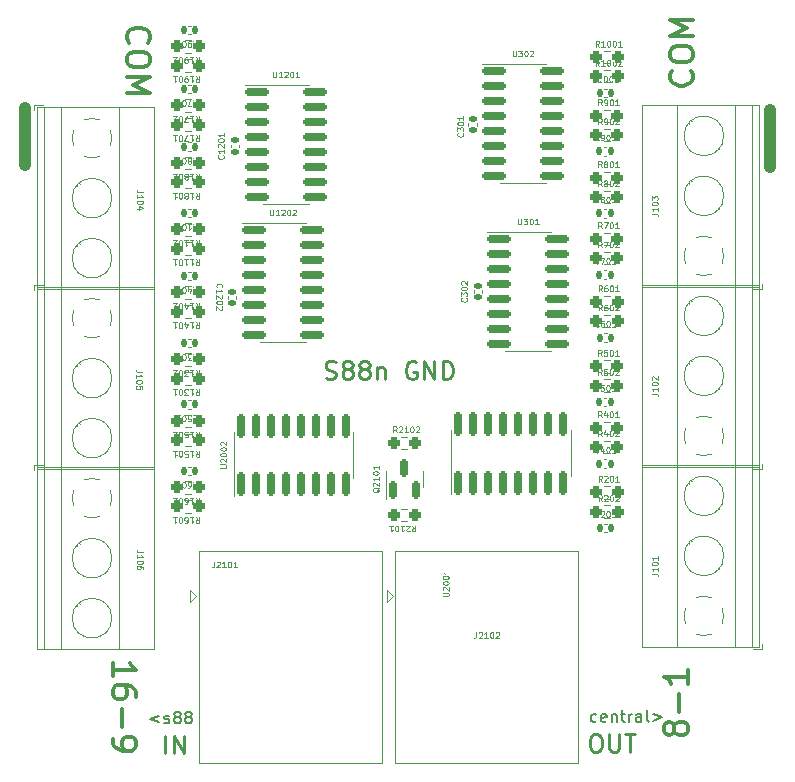
<source format=gbr>
%TF.GenerationSoftware,KiCad,Pcbnew,7.0.7*%
%TF.CreationDate,2024-02-25T00:01:41+01:00*%
%TF.ProjectId,OS-S88n,4f532d53-3838-46e2-9e6b-696361645f70,rev?*%
%TF.SameCoordinates,Original*%
%TF.FileFunction,Legend,Top*%
%TF.FilePolarity,Positive*%
%FSLAX46Y46*%
G04 Gerber Fmt 4.6, Leading zero omitted, Abs format (unit mm)*
G04 Created by KiCad (PCBNEW 7.0.7) date 2024-02-25 00:01:41*
%MOMM*%
%LPD*%
G01*
G04 APERTURE LIST*
G04 Aperture macros list*
%AMRoundRect*
0 Rectangle with rounded corners*
0 $1 Rounding radius*
0 $2 $3 $4 $5 $6 $7 $8 $9 X,Y pos of 4 corners*
0 Add a 4 corners polygon primitive as box body*
4,1,4,$2,$3,$4,$5,$6,$7,$8,$9,$2,$3,0*
0 Add four circle primitives for the rounded corners*
1,1,$1+$1,$2,$3*
1,1,$1+$1,$4,$5*
1,1,$1+$1,$6,$7*
1,1,$1+$1,$8,$9*
0 Add four rect primitives between the rounded corners*
20,1,$1+$1,$2,$3,$4,$5,0*
20,1,$1+$1,$4,$5,$6,$7,0*
20,1,$1+$1,$6,$7,$8,$9,0*
20,1,$1+$1,$8,$9,$2,$3,0*%
G04 Aperture macros list end*
%ADD10C,1.000000*%
%ADD11C,0.300000*%
%ADD12C,0.250000*%
%ADD13C,0.150000*%
%ADD14C,0.075000*%
%ADD15C,0.120000*%
%ADD16RoundRect,0.140000X0.140000X0.170000X-0.140000X0.170000X-0.140000X-0.170000X0.140000X-0.170000X0*%
%ADD17RoundRect,0.140000X-0.140000X-0.170000X0.140000X-0.170000X0.140000X0.170000X-0.140000X0.170000X0*%
%ADD18RoundRect,0.150000X0.150000X-0.587500X0.150000X0.587500X-0.150000X0.587500X-0.150000X-0.587500X0*%
%ADD19RoundRect,0.237500X0.250000X0.237500X-0.250000X0.237500X-0.250000X-0.237500X0.250000X-0.237500X0*%
%ADD20RoundRect,0.237500X-0.250000X-0.237500X0.250000X-0.237500X0.250000X0.237500X-0.250000X0.237500X0*%
%ADD21RoundRect,0.140000X-0.170000X0.140000X-0.170000X-0.140000X0.170000X-0.140000X0.170000X0.140000X0*%
%ADD22R,2.600000X2.600000*%
%ADD23C,2.600000*%
%ADD24C,3.200000*%
%ADD25RoundRect,0.140000X0.170000X-0.140000X0.170000X0.140000X-0.170000X0.140000X-0.170000X-0.140000X0*%
%ADD26R,1.500000X1.500000*%
%ADD27C,1.500000*%
%ADD28RoundRect,0.150000X-0.825000X-0.150000X0.825000X-0.150000X0.825000X0.150000X-0.825000X0.150000X0*%
%ADD29RoundRect,0.150000X0.150000X-0.825000X0.150000X0.825000X-0.150000X0.825000X-0.150000X-0.825000X0*%
G04 APERTURE END LIST*
D10*
X170815000Y-50165000D02*
X170815000Y-45339000D01*
X233934000Y-50292000D02*
X233934000Y-45466000D01*
D11*
X178260361Y-93415177D02*
X178260361Y-92272320D01*
X178260361Y-92843748D02*
X180260361Y-92843748D01*
X180260361Y-92843748D02*
X179974647Y-92653272D01*
X179974647Y-92653272D02*
X179784171Y-92462796D01*
X179784171Y-92462796D02*
X179688933Y-92272320D01*
X180260361Y-95129463D02*
X180260361Y-94748510D01*
X180260361Y-94748510D02*
X180165123Y-94558034D01*
X180165123Y-94558034D02*
X180069885Y-94462796D01*
X180069885Y-94462796D02*
X179784171Y-94272320D01*
X179784171Y-94272320D02*
X179403219Y-94177082D01*
X179403219Y-94177082D02*
X178641314Y-94177082D01*
X178641314Y-94177082D02*
X178450838Y-94272320D01*
X178450838Y-94272320D02*
X178355600Y-94367558D01*
X178355600Y-94367558D02*
X178260361Y-94558034D01*
X178260361Y-94558034D02*
X178260361Y-94938987D01*
X178260361Y-94938987D02*
X178355600Y-95129463D01*
X178355600Y-95129463D02*
X178450838Y-95224701D01*
X178450838Y-95224701D02*
X178641314Y-95319939D01*
X178641314Y-95319939D02*
X179117504Y-95319939D01*
X179117504Y-95319939D02*
X179307980Y-95224701D01*
X179307980Y-95224701D02*
X179403219Y-95129463D01*
X179403219Y-95129463D02*
X179498457Y-94938987D01*
X179498457Y-94938987D02*
X179498457Y-94558034D01*
X179498457Y-94558034D02*
X179403219Y-94367558D01*
X179403219Y-94367558D02*
X179307980Y-94272320D01*
X179307980Y-94272320D02*
X179117504Y-94177082D01*
X179022266Y-96177082D02*
X179022266Y-97700892D01*
X178260361Y-98748510D02*
X178260361Y-99129462D01*
X178260361Y-99129462D02*
X178355600Y-99319939D01*
X178355600Y-99319939D02*
X178450838Y-99415177D01*
X178450838Y-99415177D02*
X178736552Y-99605653D01*
X178736552Y-99605653D02*
X179117504Y-99700891D01*
X179117504Y-99700891D02*
X179879409Y-99700891D01*
X179879409Y-99700891D02*
X180069885Y-99605653D01*
X180069885Y-99605653D02*
X180165123Y-99510415D01*
X180165123Y-99510415D02*
X180260361Y-99319939D01*
X180260361Y-99319939D02*
X180260361Y-98938986D01*
X180260361Y-98938986D02*
X180165123Y-98748510D01*
X180165123Y-98748510D02*
X180069885Y-98653272D01*
X180069885Y-98653272D02*
X179879409Y-98558034D01*
X179879409Y-98558034D02*
X179403219Y-98558034D01*
X179403219Y-98558034D02*
X179212742Y-98653272D01*
X179212742Y-98653272D02*
X179117504Y-98748510D01*
X179117504Y-98748510D02*
X179022266Y-98938986D01*
X179022266Y-98938986D02*
X179022266Y-99319939D01*
X179022266Y-99319939D02*
X179117504Y-99510415D01*
X179117504Y-99510415D02*
X179212742Y-99605653D01*
X179212742Y-99605653D02*
X179403219Y-99700891D01*
D12*
X196283143Y-68185000D02*
X196497429Y-68256428D01*
X196497429Y-68256428D02*
X196854571Y-68256428D01*
X196854571Y-68256428D02*
X196997429Y-68185000D01*
X196997429Y-68185000D02*
X197068857Y-68113571D01*
X197068857Y-68113571D02*
X197140286Y-67970714D01*
X197140286Y-67970714D02*
X197140286Y-67827857D01*
X197140286Y-67827857D02*
X197068857Y-67685000D01*
X197068857Y-67685000D02*
X196997429Y-67613571D01*
X196997429Y-67613571D02*
X196854571Y-67542142D01*
X196854571Y-67542142D02*
X196568857Y-67470714D01*
X196568857Y-67470714D02*
X196426000Y-67399285D01*
X196426000Y-67399285D02*
X196354571Y-67327857D01*
X196354571Y-67327857D02*
X196283143Y-67185000D01*
X196283143Y-67185000D02*
X196283143Y-67042142D01*
X196283143Y-67042142D02*
X196354571Y-66899285D01*
X196354571Y-66899285D02*
X196426000Y-66827857D01*
X196426000Y-66827857D02*
X196568857Y-66756428D01*
X196568857Y-66756428D02*
X196926000Y-66756428D01*
X196926000Y-66756428D02*
X197140286Y-66827857D01*
X197997428Y-67399285D02*
X197854571Y-67327857D01*
X197854571Y-67327857D02*
X197783142Y-67256428D01*
X197783142Y-67256428D02*
X197711714Y-67113571D01*
X197711714Y-67113571D02*
X197711714Y-67042142D01*
X197711714Y-67042142D02*
X197783142Y-66899285D01*
X197783142Y-66899285D02*
X197854571Y-66827857D01*
X197854571Y-66827857D02*
X197997428Y-66756428D01*
X197997428Y-66756428D02*
X198283142Y-66756428D01*
X198283142Y-66756428D02*
X198426000Y-66827857D01*
X198426000Y-66827857D02*
X198497428Y-66899285D01*
X198497428Y-66899285D02*
X198568857Y-67042142D01*
X198568857Y-67042142D02*
X198568857Y-67113571D01*
X198568857Y-67113571D02*
X198497428Y-67256428D01*
X198497428Y-67256428D02*
X198426000Y-67327857D01*
X198426000Y-67327857D02*
X198283142Y-67399285D01*
X198283142Y-67399285D02*
X197997428Y-67399285D01*
X197997428Y-67399285D02*
X197854571Y-67470714D01*
X197854571Y-67470714D02*
X197783142Y-67542142D01*
X197783142Y-67542142D02*
X197711714Y-67685000D01*
X197711714Y-67685000D02*
X197711714Y-67970714D01*
X197711714Y-67970714D02*
X197783142Y-68113571D01*
X197783142Y-68113571D02*
X197854571Y-68185000D01*
X197854571Y-68185000D02*
X197997428Y-68256428D01*
X197997428Y-68256428D02*
X198283142Y-68256428D01*
X198283142Y-68256428D02*
X198426000Y-68185000D01*
X198426000Y-68185000D02*
X198497428Y-68113571D01*
X198497428Y-68113571D02*
X198568857Y-67970714D01*
X198568857Y-67970714D02*
X198568857Y-67685000D01*
X198568857Y-67685000D02*
X198497428Y-67542142D01*
X198497428Y-67542142D02*
X198426000Y-67470714D01*
X198426000Y-67470714D02*
X198283142Y-67399285D01*
X199425999Y-67399285D02*
X199283142Y-67327857D01*
X199283142Y-67327857D02*
X199211713Y-67256428D01*
X199211713Y-67256428D02*
X199140285Y-67113571D01*
X199140285Y-67113571D02*
X199140285Y-67042142D01*
X199140285Y-67042142D02*
X199211713Y-66899285D01*
X199211713Y-66899285D02*
X199283142Y-66827857D01*
X199283142Y-66827857D02*
X199425999Y-66756428D01*
X199425999Y-66756428D02*
X199711713Y-66756428D01*
X199711713Y-66756428D02*
X199854571Y-66827857D01*
X199854571Y-66827857D02*
X199925999Y-66899285D01*
X199925999Y-66899285D02*
X199997428Y-67042142D01*
X199997428Y-67042142D02*
X199997428Y-67113571D01*
X199997428Y-67113571D02*
X199925999Y-67256428D01*
X199925999Y-67256428D02*
X199854571Y-67327857D01*
X199854571Y-67327857D02*
X199711713Y-67399285D01*
X199711713Y-67399285D02*
X199425999Y-67399285D01*
X199425999Y-67399285D02*
X199283142Y-67470714D01*
X199283142Y-67470714D02*
X199211713Y-67542142D01*
X199211713Y-67542142D02*
X199140285Y-67685000D01*
X199140285Y-67685000D02*
X199140285Y-67970714D01*
X199140285Y-67970714D02*
X199211713Y-68113571D01*
X199211713Y-68113571D02*
X199283142Y-68185000D01*
X199283142Y-68185000D02*
X199425999Y-68256428D01*
X199425999Y-68256428D02*
X199711713Y-68256428D01*
X199711713Y-68256428D02*
X199854571Y-68185000D01*
X199854571Y-68185000D02*
X199925999Y-68113571D01*
X199925999Y-68113571D02*
X199997428Y-67970714D01*
X199997428Y-67970714D02*
X199997428Y-67685000D01*
X199997428Y-67685000D02*
X199925999Y-67542142D01*
X199925999Y-67542142D02*
X199854571Y-67470714D01*
X199854571Y-67470714D02*
X199711713Y-67399285D01*
X200640284Y-67256428D02*
X200640284Y-68256428D01*
X200640284Y-67399285D02*
X200711713Y-67327857D01*
X200711713Y-67327857D02*
X200854570Y-67256428D01*
X200854570Y-67256428D02*
X201068856Y-67256428D01*
X201068856Y-67256428D02*
X201211713Y-67327857D01*
X201211713Y-67327857D02*
X201283142Y-67470714D01*
X201283142Y-67470714D02*
X201283142Y-68256428D01*
X203925999Y-66827857D02*
X203783142Y-66756428D01*
X203783142Y-66756428D02*
X203568856Y-66756428D01*
X203568856Y-66756428D02*
X203354570Y-66827857D01*
X203354570Y-66827857D02*
X203211713Y-66970714D01*
X203211713Y-66970714D02*
X203140284Y-67113571D01*
X203140284Y-67113571D02*
X203068856Y-67399285D01*
X203068856Y-67399285D02*
X203068856Y-67613571D01*
X203068856Y-67613571D02*
X203140284Y-67899285D01*
X203140284Y-67899285D02*
X203211713Y-68042142D01*
X203211713Y-68042142D02*
X203354570Y-68185000D01*
X203354570Y-68185000D02*
X203568856Y-68256428D01*
X203568856Y-68256428D02*
X203711713Y-68256428D01*
X203711713Y-68256428D02*
X203925999Y-68185000D01*
X203925999Y-68185000D02*
X203997427Y-68113571D01*
X203997427Y-68113571D02*
X203997427Y-67613571D01*
X203997427Y-67613571D02*
X203711713Y-67613571D01*
X204640284Y-68256428D02*
X204640284Y-66756428D01*
X204640284Y-66756428D02*
X205497427Y-68256428D01*
X205497427Y-68256428D02*
X205497427Y-66756428D01*
X206211713Y-68256428D02*
X206211713Y-66756428D01*
X206211713Y-66756428D02*
X206568856Y-66756428D01*
X206568856Y-66756428D02*
X206783142Y-66827857D01*
X206783142Y-66827857D02*
X206925999Y-66970714D01*
X206925999Y-66970714D02*
X206997428Y-67113571D01*
X206997428Y-67113571D02*
X207068856Y-67399285D01*
X207068856Y-67399285D02*
X207068856Y-67613571D01*
X207068856Y-67613571D02*
X206997428Y-67899285D01*
X206997428Y-67899285D02*
X206925999Y-68042142D01*
X206925999Y-68042142D02*
X206783142Y-68185000D01*
X206783142Y-68185000D02*
X206568856Y-68256428D01*
X206568856Y-68256428D02*
X206211713Y-68256428D01*
D11*
X227227161Y-42163360D02*
X227322400Y-42258598D01*
X227322400Y-42258598D02*
X227417638Y-42544312D01*
X227417638Y-42544312D02*
X227417638Y-42734788D01*
X227417638Y-42734788D02*
X227322400Y-43020503D01*
X227322400Y-43020503D02*
X227131923Y-43210979D01*
X227131923Y-43210979D02*
X226941447Y-43306217D01*
X226941447Y-43306217D02*
X226560495Y-43401455D01*
X226560495Y-43401455D02*
X226274780Y-43401455D01*
X226274780Y-43401455D02*
X225893828Y-43306217D01*
X225893828Y-43306217D02*
X225703352Y-43210979D01*
X225703352Y-43210979D02*
X225512876Y-43020503D01*
X225512876Y-43020503D02*
X225417638Y-42734788D01*
X225417638Y-42734788D02*
X225417638Y-42544312D01*
X225417638Y-42544312D02*
X225512876Y-42258598D01*
X225512876Y-42258598D02*
X225608114Y-42163360D01*
X225417638Y-40925265D02*
X225417638Y-40544312D01*
X225417638Y-40544312D02*
X225512876Y-40353836D01*
X225512876Y-40353836D02*
X225703352Y-40163360D01*
X225703352Y-40163360D02*
X226084304Y-40068122D01*
X226084304Y-40068122D02*
X226750971Y-40068122D01*
X226750971Y-40068122D02*
X227131923Y-40163360D01*
X227131923Y-40163360D02*
X227322400Y-40353836D01*
X227322400Y-40353836D02*
X227417638Y-40544312D01*
X227417638Y-40544312D02*
X227417638Y-40925265D01*
X227417638Y-40925265D02*
X227322400Y-41115741D01*
X227322400Y-41115741D02*
X227131923Y-41306217D01*
X227131923Y-41306217D02*
X226750971Y-41401455D01*
X226750971Y-41401455D02*
X226084304Y-41401455D01*
X226084304Y-41401455D02*
X225703352Y-41306217D01*
X225703352Y-41306217D02*
X225512876Y-41115741D01*
X225512876Y-41115741D02*
X225417638Y-40925265D01*
X227417638Y-39210979D02*
X225417638Y-39210979D01*
X225417638Y-39210979D02*
X226846209Y-38544312D01*
X226846209Y-38544312D02*
X225417638Y-37877646D01*
X225417638Y-37877646D02*
X227417638Y-37877646D01*
X225799780Y-98040727D02*
X225704542Y-98231203D01*
X225704542Y-98231203D02*
X225609304Y-98326441D01*
X225609304Y-98326441D02*
X225418828Y-98421679D01*
X225418828Y-98421679D02*
X225323590Y-98421679D01*
X225323590Y-98421679D02*
X225133114Y-98326441D01*
X225133114Y-98326441D02*
X225037876Y-98231203D01*
X225037876Y-98231203D02*
X224942638Y-98040727D01*
X224942638Y-98040727D02*
X224942638Y-97659774D01*
X224942638Y-97659774D02*
X225037876Y-97469298D01*
X225037876Y-97469298D02*
X225133114Y-97374060D01*
X225133114Y-97374060D02*
X225323590Y-97278822D01*
X225323590Y-97278822D02*
X225418828Y-97278822D01*
X225418828Y-97278822D02*
X225609304Y-97374060D01*
X225609304Y-97374060D02*
X225704542Y-97469298D01*
X225704542Y-97469298D02*
X225799780Y-97659774D01*
X225799780Y-97659774D02*
X225799780Y-98040727D01*
X225799780Y-98040727D02*
X225895019Y-98231203D01*
X225895019Y-98231203D02*
X225990257Y-98326441D01*
X225990257Y-98326441D02*
X226180733Y-98421679D01*
X226180733Y-98421679D02*
X226561685Y-98421679D01*
X226561685Y-98421679D02*
X226752161Y-98326441D01*
X226752161Y-98326441D02*
X226847400Y-98231203D01*
X226847400Y-98231203D02*
X226942638Y-98040727D01*
X226942638Y-98040727D02*
X226942638Y-97659774D01*
X226942638Y-97659774D02*
X226847400Y-97469298D01*
X226847400Y-97469298D02*
X226752161Y-97374060D01*
X226752161Y-97374060D02*
X226561685Y-97278822D01*
X226561685Y-97278822D02*
X226180733Y-97278822D01*
X226180733Y-97278822D02*
X225990257Y-97374060D01*
X225990257Y-97374060D02*
X225895019Y-97469298D01*
X225895019Y-97469298D02*
X225799780Y-97659774D01*
X226180733Y-96421679D02*
X226180733Y-94897870D01*
X226942638Y-92897870D02*
X226942638Y-94040727D01*
X226942638Y-93469299D02*
X224942638Y-93469299D01*
X224942638Y-93469299D02*
X225228352Y-93659775D01*
X225228352Y-93659775D02*
X225418828Y-93850251D01*
X225418828Y-93850251D02*
X225514066Y-94040727D01*
D12*
X182714285Y-99953428D02*
X182714285Y-98453428D01*
X183428571Y-99953428D02*
X183428571Y-98453428D01*
X183428571Y-98453428D02*
X184285714Y-99953428D01*
X184285714Y-99953428D02*
X184285714Y-98453428D01*
X219000000Y-98303428D02*
X219285714Y-98303428D01*
X219285714Y-98303428D02*
X219428571Y-98374857D01*
X219428571Y-98374857D02*
X219571428Y-98517714D01*
X219571428Y-98517714D02*
X219642857Y-98803428D01*
X219642857Y-98803428D02*
X219642857Y-99303428D01*
X219642857Y-99303428D02*
X219571428Y-99589142D01*
X219571428Y-99589142D02*
X219428571Y-99732000D01*
X219428571Y-99732000D02*
X219285714Y-99803428D01*
X219285714Y-99803428D02*
X219000000Y-99803428D01*
X219000000Y-99803428D02*
X218857143Y-99732000D01*
X218857143Y-99732000D02*
X218714285Y-99589142D01*
X218714285Y-99589142D02*
X218642857Y-99303428D01*
X218642857Y-99303428D02*
X218642857Y-98803428D01*
X218642857Y-98803428D02*
X218714285Y-98517714D01*
X218714285Y-98517714D02*
X218857143Y-98374857D01*
X218857143Y-98374857D02*
X219000000Y-98303428D01*
X220285714Y-98303428D02*
X220285714Y-99517714D01*
X220285714Y-99517714D02*
X220357143Y-99660571D01*
X220357143Y-99660571D02*
X220428572Y-99732000D01*
X220428572Y-99732000D02*
X220571429Y-99803428D01*
X220571429Y-99803428D02*
X220857143Y-99803428D01*
X220857143Y-99803428D02*
X221000000Y-99732000D01*
X221000000Y-99732000D02*
X221071429Y-99660571D01*
X221071429Y-99660571D02*
X221142857Y-99517714D01*
X221142857Y-99517714D02*
X221142857Y-98303428D01*
X221642858Y-98303428D02*
X222500001Y-98303428D01*
X222071429Y-99803428D02*
X222071429Y-98303428D01*
D13*
X219205350Y-97231200D02*
X219110112Y-97278819D01*
X219110112Y-97278819D02*
X218919636Y-97278819D01*
X218919636Y-97278819D02*
X218824398Y-97231200D01*
X218824398Y-97231200D02*
X218776779Y-97183580D01*
X218776779Y-97183580D02*
X218729160Y-97088342D01*
X218729160Y-97088342D02*
X218729160Y-96802628D01*
X218729160Y-96802628D02*
X218776779Y-96707390D01*
X218776779Y-96707390D02*
X218824398Y-96659771D01*
X218824398Y-96659771D02*
X218919636Y-96612152D01*
X218919636Y-96612152D02*
X219110112Y-96612152D01*
X219110112Y-96612152D02*
X219205350Y-96659771D01*
X220014874Y-97231200D02*
X219919636Y-97278819D01*
X219919636Y-97278819D02*
X219729160Y-97278819D01*
X219729160Y-97278819D02*
X219633922Y-97231200D01*
X219633922Y-97231200D02*
X219586303Y-97135961D01*
X219586303Y-97135961D02*
X219586303Y-96755009D01*
X219586303Y-96755009D02*
X219633922Y-96659771D01*
X219633922Y-96659771D02*
X219729160Y-96612152D01*
X219729160Y-96612152D02*
X219919636Y-96612152D01*
X219919636Y-96612152D02*
X220014874Y-96659771D01*
X220014874Y-96659771D02*
X220062493Y-96755009D01*
X220062493Y-96755009D02*
X220062493Y-96850247D01*
X220062493Y-96850247D02*
X219586303Y-96945485D01*
X220491065Y-96612152D02*
X220491065Y-97278819D01*
X220491065Y-96707390D02*
X220538684Y-96659771D01*
X220538684Y-96659771D02*
X220633922Y-96612152D01*
X220633922Y-96612152D02*
X220776779Y-96612152D01*
X220776779Y-96612152D02*
X220872017Y-96659771D01*
X220872017Y-96659771D02*
X220919636Y-96755009D01*
X220919636Y-96755009D02*
X220919636Y-97278819D01*
X221252970Y-96612152D02*
X221633922Y-96612152D01*
X221395827Y-96278819D02*
X221395827Y-97135961D01*
X221395827Y-97135961D02*
X221443446Y-97231200D01*
X221443446Y-97231200D02*
X221538684Y-97278819D01*
X221538684Y-97278819D02*
X221633922Y-97278819D01*
X221967256Y-97278819D02*
X221967256Y-96612152D01*
X221967256Y-96802628D02*
X222014875Y-96707390D01*
X222014875Y-96707390D02*
X222062494Y-96659771D01*
X222062494Y-96659771D02*
X222157732Y-96612152D01*
X222157732Y-96612152D02*
X222252970Y-96612152D01*
X223014875Y-97278819D02*
X223014875Y-96755009D01*
X223014875Y-96755009D02*
X222967256Y-96659771D01*
X222967256Y-96659771D02*
X222872018Y-96612152D01*
X222872018Y-96612152D02*
X222681542Y-96612152D01*
X222681542Y-96612152D02*
X222586304Y-96659771D01*
X223014875Y-97231200D02*
X222919637Y-97278819D01*
X222919637Y-97278819D02*
X222681542Y-97278819D01*
X222681542Y-97278819D02*
X222586304Y-97231200D01*
X222586304Y-97231200D02*
X222538685Y-97135961D01*
X222538685Y-97135961D02*
X222538685Y-97040723D01*
X222538685Y-97040723D02*
X222586304Y-96945485D01*
X222586304Y-96945485D02*
X222681542Y-96897866D01*
X222681542Y-96897866D02*
X222919637Y-96897866D01*
X222919637Y-96897866D02*
X223014875Y-96850247D01*
X223633923Y-97278819D02*
X223538685Y-97231200D01*
X223538685Y-97231200D02*
X223491066Y-97135961D01*
X223491066Y-97135961D02*
X223491066Y-96278819D01*
X224014876Y-96612152D02*
X224776781Y-96897866D01*
X224776781Y-96897866D02*
X224014876Y-97183580D01*
X182200684Y-96739152D02*
X181438779Y-97024866D01*
X181438779Y-97024866D02*
X182200684Y-97310580D01*
X182629255Y-97358200D02*
X182724493Y-97405819D01*
X182724493Y-97405819D02*
X182914969Y-97405819D01*
X182914969Y-97405819D02*
X183010207Y-97358200D01*
X183010207Y-97358200D02*
X183057826Y-97262961D01*
X183057826Y-97262961D02*
X183057826Y-97215342D01*
X183057826Y-97215342D02*
X183010207Y-97120104D01*
X183010207Y-97120104D02*
X182914969Y-97072485D01*
X182914969Y-97072485D02*
X182772112Y-97072485D01*
X182772112Y-97072485D02*
X182676874Y-97024866D01*
X182676874Y-97024866D02*
X182629255Y-96929628D01*
X182629255Y-96929628D02*
X182629255Y-96882009D01*
X182629255Y-96882009D02*
X182676874Y-96786771D01*
X182676874Y-96786771D02*
X182772112Y-96739152D01*
X182772112Y-96739152D02*
X182914969Y-96739152D01*
X182914969Y-96739152D02*
X183010207Y-96786771D01*
X183629255Y-96834390D02*
X183534017Y-96786771D01*
X183534017Y-96786771D02*
X183486398Y-96739152D01*
X183486398Y-96739152D02*
X183438779Y-96643914D01*
X183438779Y-96643914D02*
X183438779Y-96596295D01*
X183438779Y-96596295D02*
X183486398Y-96501057D01*
X183486398Y-96501057D02*
X183534017Y-96453438D01*
X183534017Y-96453438D02*
X183629255Y-96405819D01*
X183629255Y-96405819D02*
X183819731Y-96405819D01*
X183819731Y-96405819D02*
X183914969Y-96453438D01*
X183914969Y-96453438D02*
X183962588Y-96501057D01*
X183962588Y-96501057D02*
X184010207Y-96596295D01*
X184010207Y-96596295D02*
X184010207Y-96643914D01*
X184010207Y-96643914D02*
X183962588Y-96739152D01*
X183962588Y-96739152D02*
X183914969Y-96786771D01*
X183914969Y-96786771D02*
X183819731Y-96834390D01*
X183819731Y-96834390D02*
X183629255Y-96834390D01*
X183629255Y-96834390D02*
X183534017Y-96882009D01*
X183534017Y-96882009D02*
X183486398Y-96929628D01*
X183486398Y-96929628D02*
X183438779Y-97024866D01*
X183438779Y-97024866D02*
X183438779Y-97215342D01*
X183438779Y-97215342D02*
X183486398Y-97310580D01*
X183486398Y-97310580D02*
X183534017Y-97358200D01*
X183534017Y-97358200D02*
X183629255Y-97405819D01*
X183629255Y-97405819D02*
X183819731Y-97405819D01*
X183819731Y-97405819D02*
X183914969Y-97358200D01*
X183914969Y-97358200D02*
X183962588Y-97310580D01*
X183962588Y-97310580D02*
X184010207Y-97215342D01*
X184010207Y-97215342D02*
X184010207Y-97024866D01*
X184010207Y-97024866D02*
X183962588Y-96929628D01*
X183962588Y-96929628D02*
X183914969Y-96882009D01*
X183914969Y-96882009D02*
X183819731Y-96834390D01*
X184581636Y-96834390D02*
X184486398Y-96786771D01*
X184486398Y-96786771D02*
X184438779Y-96739152D01*
X184438779Y-96739152D02*
X184391160Y-96643914D01*
X184391160Y-96643914D02*
X184391160Y-96596295D01*
X184391160Y-96596295D02*
X184438779Y-96501057D01*
X184438779Y-96501057D02*
X184486398Y-96453438D01*
X184486398Y-96453438D02*
X184581636Y-96405819D01*
X184581636Y-96405819D02*
X184772112Y-96405819D01*
X184772112Y-96405819D02*
X184867350Y-96453438D01*
X184867350Y-96453438D02*
X184914969Y-96501057D01*
X184914969Y-96501057D02*
X184962588Y-96596295D01*
X184962588Y-96596295D02*
X184962588Y-96643914D01*
X184962588Y-96643914D02*
X184914969Y-96739152D01*
X184914969Y-96739152D02*
X184867350Y-96786771D01*
X184867350Y-96786771D02*
X184772112Y-96834390D01*
X184772112Y-96834390D02*
X184581636Y-96834390D01*
X184581636Y-96834390D02*
X184486398Y-96882009D01*
X184486398Y-96882009D02*
X184438779Y-96929628D01*
X184438779Y-96929628D02*
X184391160Y-97024866D01*
X184391160Y-97024866D02*
X184391160Y-97215342D01*
X184391160Y-97215342D02*
X184438779Y-97310580D01*
X184438779Y-97310580D02*
X184486398Y-97358200D01*
X184486398Y-97358200D02*
X184581636Y-97405819D01*
X184581636Y-97405819D02*
X184772112Y-97405819D01*
X184772112Y-97405819D02*
X184867350Y-97358200D01*
X184867350Y-97358200D02*
X184914969Y-97310580D01*
X184914969Y-97310580D02*
X184962588Y-97215342D01*
X184962588Y-97215342D02*
X184962588Y-97024866D01*
X184962588Y-97024866D02*
X184914969Y-96929628D01*
X184914969Y-96929628D02*
X184867350Y-96882009D01*
X184867350Y-96882009D02*
X184772112Y-96834390D01*
D11*
X179627838Y-39762415D02*
X179532600Y-39667177D01*
X179532600Y-39667177D02*
X179437361Y-39381463D01*
X179437361Y-39381463D02*
X179437361Y-39190987D01*
X179437361Y-39190987D02*
X179532600Y-38905272D01*
X179532600Y-38905272D02*
X179723076Y-38714796D01*
X179723076Y-38714796D02*
X179913552Y-38619558D01*
X179913552Y-38619558D02*
X180294504Y-38524320D01*
X180294504Y-38524320D02*
X180580219Y-38524320D01*
X180580219Y-38524320D02*
X180961171Y-38619558D01*
X180961171Y-38619558D02*
X181151647Y-38714796D01*
X181151647Y-38714796D02*
X181342123Y-38905272D01*
X181342123Y-38905272D02*
X181437361Y-39190987D01*
X181437361Y-39190987D02*
X181437361Y-39381463D01*
X181437361Y-39381463D02*
X181342123Y-39667177D01*
X181342123Y-39667177D02*
X181246885Y-39762415D01*
X181437361Y-41000510D02*
X181437361Y-41381463D01*
X181437361Y-41381463D02*
X181342123Y-41571939D01*
X181342123Y-41571939D02*
X181151647Y-41762415D01*
X181151647Y-41762415D02*
X180770695Y-41857653D01*
X180770695Y-41857653D02*
X180104028Y-41857653D01*
X180104028Y-41857653D02*
X179723076Y-41762415D01*
X179723076Y-41762415D02*
X179532600Y-41571939D01*
X179532600Y-41571939D02*
X179437361Y-41381463D01*
X179437361Y-41381463D02*
X179437361Y-41000510D01*
X179437361Y-41000510D02*
X179532600Y-40810034D01*
X179532600Y-40810034D02*
X179723076Y-40619558D01*
X179723076Y-40619558D02*
X180104028Y-40524320D01*
X180104028Y-40524320D02*
X180770695Y-40524320D01*
X180770695Y-40524320D02*
X181151647Y-40619558D01*
X181151647Y-40619558D02*
X181342123Y-40810034D01*
X181342123Y-40810034D02*
X181437361Y-41000510D01*
X179437361Y-42714796D02*
X181437361Y-42714796D01*
X181437361Y-42714796D02*
X180008790Y-43381463D01*
X180008790Y-43381463D02*
X181437361Y-44048129D01*
X181437361Y-44048129D02*
X179437361Y-44048129D01*
D14*
X185565118Y-55169709D02*
X185588927Y-55145900D01*
X185588927Y-55145900D02*
X185660356Y-55122090D01*
X185660356Y-55122090D02*
X185707975Y-55122090D01*
X185707975Y-55122090D02*
X185779403Y-55145900D01*
X185779403Y-55145900D02*
X185827022Y-55193519D01*
X185827022Y-55193519D02*
X185850832Y-55241138D01*
X185850832Y-55241138D02*
X185874641Y-55336376D01*
X185874641Y-55336376D02*
X185874641Y-55407804D01*
X185874641Y-55407804D02*
X185850832Y-55503042D01*
X185850832Y-55503042D02*
X185827022Y-55550661D01*
X185827022Y-55550661D02*
X185779403Y-55598280D01*
X185779403Y-55598280D02*
X185707975Y-55622090D01*
X185707975Y-55622090D02*
X185660356Y-55622090D01*
X185660356Y-55622090D02*
X185588927Y-55598280D01*
X185588927Y-55598280D02*
X185565118Y-55574471D01*
X185088927Y-55122090D02*
X185374641Y-55122090D01*
X185231784Y-55122090D02*
X185231784Y-55622090D01*
X185231784Y-55622090D02*
X185279403Y-55550661D01*
X185279403Y-55550661D02*
X185327022Y-55503042D01*
X185327022Y-55503042D02*
X185374641Y-55479233D01*
X184612737Y-55122090D02*
X184898451Y-55122090D01*
X184755594Y-55122090D02*
X184755594Y-55622090D01*
X184755594Y-55622090D02*
X184803213Y-55550661D01*
X184803213Y-55550661D02*
X184850832Y-55503042D01*
X184850832Y-55503042D02*
X184898451Y-55479233D01*
X184303214Y-55622090D02*
X184255595Y-55622090D01*
X184255595Y-55622090D02*
X184207976Y-55598280D01*
X184207976Y-55598280D02*
X184184166Y-55574471D01*
X184184166Y-55574471D02*
X184160357Y-55526852D01*
X184160357Y-55526852D02*
X184136547Y-55431614D01*
X184136547Y-55431614D02*
X184136547Y-55312566D01*
X184136547Y-55312566D02*
X184160357Y-55217328D01*
X184160357Y-55217328D02*
X184184166Y-55169709D01*
X184184166Y-55169709D02*
X184207976Y-55145900D01*
X184207976Y-55145900D02*
X184255595Y-55122090D01*
X184255595Y-55122090D02*
X184303214Y-55122090D01*
X184303214Y-55122090D02*
X184350833Y-55145900D01*
X184350833Y-55145900D02*
X184374642Y-55169709D01*
X184374642Y-55169709D02*
X184398452Y-55217328D01*
X184398452Y-55217328D02*
X184422261Y-55312566D01*
X184422261Y-55312566D02*
X184422261Y-55431614D01*
X184422261Y-55431614D02*
X184398452Y-55526852D01*
X184398452Y-55526852D02*
X184374642Y-55574471D01*
X184374642Y-55574471D02*
X184350833Y-55598280D01*
X184350833Y-55598280D02*
X184303214Y-55622090D01*
X183660357Y-55122090D02*
X183946071Y-55122090D01*
X183803214Y-55122090D02*
X183803214Y-55622090D01*
X183803214Y-55622090D02*
X183850833Y-55550661D01*
X183850833Y-55550661D02*
X183898452Y-55503042D01*
X183898452Y-55503042D02*
X183946071Y-55479233D01*
X219156881Y-43035790D02*
X219133072Y-43059600D01*
X219133072Y-43059600D02*
X219061643Y-43083409D01*
X219061643Y-43083409D02*
X219014024Y-43083409D01*
X219014024Y-43083409D02*
X218942596Y-43059600D01*
X218942596Y-43059600D02*
X218894977Y-43011980D01*
X218894977Y-43011980D02*
X218871167Y-42964361D01*
X218871167Y-42964361D02*
X218847358Y-42869123D01*
X218847358Y-42869123D02*
X218847358Y-42797695D01*
X218847358Y-42797695D02*
X218871167Y-42702457D01*
X218871167Y-42702457D02*
X218894977Y-42654838D01*
X218894977Y-42654838D02*
X218942596Y-42607219D01*
X218942596Y-42607219D02*
X219014024Y-42583409D01*
X219014024Y-42583409D02*
X219061643Y-42583409D01*
X219061643Y-42583409D02*
X219133072Y-42607219D01*
X219133072Y-42607219D02*
X219156881Y-42631028D01*
X219633072Y-43083409D02*
X219347358Y-43083409D01*
X219490215Y-43083409D02*
X219490215Y-42583409D01*
X219490215Y-42583409D02*
X219442596Y-42654838D01*
X219442596Y-42654838D02*
X219394977Y-42702457D01*
X219394977Y-42702457D02*
X219347358Y-42726266D01*
X219942595Y-42583409D02*
X219990214Y-42583409D01*
X219990214Y-42583409D02*
X220037833Y-42607219D01*
X220037833Y-42607219D02*
X220061643Y-42631028D01*
X220061643Y-42631028D02*
X220085452Y-42678647D01*
X220085452Y-42678647D02*
X220109262Y-42773885D01*
X220109262Y-42773885D02*
X220109262Y-42892933D01*
X220109262Y-42892933D02*
X220085452Y-42988171D01*
X220085452Y-42988171D02*
X220061643Y-43035790D01*
X220061643Y-43035790D02*
X220037833Y-43059600D01*
X220037833Y-43059600D02*
X219990214Y-43083409D01*
X219990214Y-43083409D02*
X219942595Y-43083409D01*
X219942595Y-43083409D02*
X219894976Y-43059600D01*
X219894976Y-43059600D02*
X219871167Y-43035790D01*
X219871167Y-43035790D02*
X219847357Y-42988171D01*
X219847357Y-42988171D02*
X219823548Y-42892933D01*
X219823548Y-42892933D02*
X219823548Y-42773885D01*
X219823548Y-42773885D02*
X219847357Y-42678647D01*
X219847357Y-42678647D02*
X219871167Y-42631028D01*
X219871167Y-42631028D02*
X219894976Y-42607219D01*
X219894976Y-42607219D02*
X219942595Y-42583409D01*
X220418785Y-42583409D02*
X220466404Y-42583409D01*
X220466404Y-42583409D02*
X220514023Y-42607219D01*
X220514023Y-42607219D02*
X220537833Y-42631028D01*
X220537833Y-42631028D02*
X220561642Y-42678647D01*
X220561642Y-42678647D02*
X220585452Y-42773885D01*
X220585452Y-42773885D02*
X220585452Y-42892933D01*
X220585452Y-42892933D02*
X220561642Y-42988171D01*
X220561642Y-42988171D02*
X220537833Y-43035790D01*
X220537833Y-43035790D02*
X220514023Y-43059600D01*
X220514023Y-43059600D02*
X220466404Y-43083409D01*
X220466404Y-43083409D02*
X220418785Y-43083409D01*
X220418785Y-43083409D02*
X220371166Y-43059600D01*
X220371166Y-43059600D02*
X220347357Y-43035790D01*
X220347357Y-43035790D02*
X220323547Y-42988171D01*
X220323547Y-42988171D02*
X220299738Y-42892933D01*
X220299738Y-42892933D02*
X220299738Y-42773885D01*
X220299738Y-42773885D02*
X220323547Y-42678647D01*
X220323547Y-42678647D02*
X220347357Y-42631028D01*
X220347357Y-42631028D02*
X220371166Y-42607219D01*
X220371166Y-42607219D02*
X220418785Y-42583409D01*
X221061642Y-43083409D02*
X220775928Y-43083409D01*
X220918785Y-43083409D02*
X220918785Y-42583409D01*
X220918785Y-42583409D02*
X220871166Y-42654838D01*
X220871166Y-42654838D02*
X220823547Y-42702457D01*
X220823547Y-42702457D02*
X220775928Y-42726266D01*
X185565118Y-66169709D02*
X185588927Y-66145900D01*
X185588927Y-66145900D02*
X185660356Y-66122090D01*
X185660356Y-66122090D02*
X185707975Y-66122090D01*
X185707975Y-66122090D02*
X185779403Y-66145900D01*
X185779403Y-66145900D02*
X185827022Y-66193519D01*
X185827022Y-66193519D02*
X185850832Y-66241138D01*
X185850832Y-66241138D02*
X185874641Y-66336376D01*
X185874641Y-66336376D02*
X185874641Y-66407804D01*
X185874641Y-66407804D02*
X185850832Y-66503042D01*
X185850832Y-66503042D02*
X185827022Y-66550661D01*
X185827022Y-66550661D02*
X185779403Y-66598280D01*
X185779403Y-66598280D02*
X185707975Y-66622090D01*
X185707975Y-66622090D02*
X185660356Y-66622090D01*
X185660356Y-66622090D02*
X185588927Y-66598280D01*
X185588927Y-66598280D02*
X185565118Y-66574471D01*
X185088927Y-66122090D02*
X185374641Y-66122090D01*
X185231784Y-66122090D02*
X185231784Y-66622090D01*
X185231784Y-66622090D02*
X185279403Y-66550661D01*
X185279403Y-66550661D02*
X185327022Y-66503042D01*
X185327022Y-66503042D02*
X185374641Y-66479233D01*
X184922261Y-66622090D02*
X184612737Y-66622090D01*
X184612737Y-66622090D02*
X184779404Y-66431614D01*
X184779404Y-66431614D02*
X184707975Y-66431614D01*
X184707975Y-66431614D02*
X184660356Y-66407804D01*
X184660356Y-66407804D02*
X184636547Y-66383995D01*
X184636547Y-66383995D02*
X184612737Y-66336376D01*
X184612737Y-66336376D02*
X184612737Y-66217328D01*
X184612737Y-66217328D02*
X184636547Y-66169709D01*
X184636547Y-66169709D02*
X184660356Y-66145900D01*
X184660356Y-66145900D02*
X184707975Y-66122090D01*
X184707975Y-66122090D02*
X184850832Y-66122090D01*
X184850832Y-66122090D02*
X184898451Y-66145900D01*
X184898451Y-66145900D02*
X184922261Y-66169709D01*
X184303214Y-66622090D02*
X184255595Y-66622090D01*
X184255595Y-66622090D02*
X184207976Y-66598280D01*
X184207976Y-66598280D02*
X184184166Y-66574471D01*
X184184166Y-66574471D02*
X184160357Y-66526852D01*
X184160357Y-66526852D02*
X184136547Y-66431614D01*
X184136547Y-66431614D02*
X184136547Y-66312566D01*
X184136547Y-66312566D02*
X184160357Y-66217328D01*
X184160357Y-66217328D02*
X184184166Y-66169709D01*
X184184166Y-66169709D02*
X184207976Y-66145900D01*
X184207976Y-66145900D02*
X184255595Y-66122090D01*
X184255595Y-66122090D02*
X184303214Y-66122090D01*
X184303214Y-66122090D02*
X184350833Y-66145900D01*
X184350833Y-66145900D02*
X184374642Y-66169709D01*
X184374642Y-66169709D02*
X184398452Y-66217328D01*
X184398452Y-66217328D02*
X184422261Y-66312566D01*
X184422261Y-66312566D02*
X184422261Y-66431614D01*
X184422261Y-66431614D02*
X184398452Y-66526852D01*
X184398452Y-66526852D02*
X184374642Y-66574471D01*
X184374642Y-66574471D02*
X184350833Y-66598280D01*
X184350833Y-66598280D02*
X184303214Y-66622090D01*
X183660357Y-66122090D02*
X183946071Y-66122090D01*
X183803214Y-66122090D02*
X183803214Y-66622090D01*
X183803214Y-66622090D02*
X183850833Y-66550661D01*
X183850833Y-66550661D02*
X183898452Y-66503042D01*
X183898452Y-66503042D02*
X183946071Y-66479233D01*
X200821028Y-77469904D02*
X200797219Y-77517523D01*
X200797219Y-77517523D02*
X200749600Y-77565142D01*
X200749600Y-77565142D02*
X200678171Y-77636570D01*
X200678171Y-77636570D02*
X200654361Y-77684189D01*
X200654361Y-77684189D02*
X200654361Y-77731808D01*
X200773409Y-77707999D02*
X200749600Y-77755618D01*
X200749600Y-77755618D02*
X200701980Y-77803237D01*
X200701980Y-77803237D02*
X200606742Y-77827046D01*
X200606742Y-77827046D02*
X200440076Y-77827046D01*
X200440076Y-77827046D02*
X200344838Y-77803237D01*
X200344838Y-77803237D02*
X200297219Y-77755618D01*
X200297219Y-77755618D02*
X200273409Y-77707999D01*
X200273409Y-77707999D02*
X200273409Y-77612761D01*
X200273409Y-77612761D02*
X200297219Y-77565142D01*
X200297219Y-77565142D02*
X200344838Y-77517523D01*
X200344838Y-77517523D02*
X200440076Y-77493713D01*
X200440076Y-77493713D02*
X200606742Y-77493713D01*
X200606742Y-77493713D02*
X200701980Y-77517523D01*
X200701980Y-77517523D02*
X200749600Y-77565142D01*
X200749600Y-77565142D02*
X200773409Y-77612761D01*
X200773409Y-77612761D02*
X200773409Y-77707999D01*
X200321028Y-77303236D02*
X200297219Y-77279427D01*
X200297219Y-77279427D02*
X200273409Y-77231808D01*
X200273409Y-77231808D02*
X200273409Y-77112760D01*
X200273409Y-77112760D02*
X200297219Y-77065141D01*
X200297219Y-77065141D02*
X200321028Y-77041332D01*
X200321028Y-77041332D02*
X200368647Y-77017522D01*
X200368647Y-77017522D02*
X200416266Y-77017522D01*
X200416266Y-77017522D02*
X200487695Y-77041332D01*
X200487695Y-77041332D02*
X200773409Y-77327046D01*
X200773409Y-77327046D02*
X200773409Y-77017522D01*
X200773409Y-76541332D02*
X200773409Y-76827046D01*
X200773409Y-76684189D02*
X200273409Y-76684189D01*
X200273409Y-76684189D02*
X200344838Y-76731808D01*
X200344838Y-76731808D02*
X200392457Y-76779427D01*
X200392457Y-76779427D02*
X200416266Y-76827046D01*
X200273409Y-76231809D02*
X200273409Y-76184190D01*
X200273409Y-76184190D02*
X200297219Y-76136571D01*
X200297219Y-76136571D02*
X200321028Y-76112761D01*
X200321028Y-76112761D02*
X200368647Y-76088952D01*
X200368647Y-76088952D02*
X200463885Y-76065142D01*
X200463885Y-76065142D02*
X200582933Y-76065142D01*
X200582933Y-76065142D02*
X200678171Y-76088952D01*
X200678171Y-76088952D02*
X200725790Y-76112761D01*
X200725790Y-76112761D02*
X200749600Y-76136571D01*
X200749600Y-76136571D02*
X200773409Y-76184190D01*
X200773409Y-76184190D02*
X200773409Y-76231809D01*
X200773409Y-76231809D02*
X200749600Y-76279428D01*
X200749600Y-76279428D02*
X200725790Y-76303237D01*
X200725790Y-76303237D02*
X200678171Y-76327047D01*
X200678171Y-76327047D02*
X200582933Y-76350856D01*
X200582933Y-76350856D02*
X200463885Y-76350856D01*
X200463885Y-76350856D02*
X200368647Y-76327047D01*
X200368647Y-76327047D02*
X200321028Y-76303237D01*
X200321028Y-76303237D02*
X200297219Y-76279428D01*
X200297219Y-76279428D02*
X200273409Y-76231809D01*
X200773409Y-75588952D02*
X200773409Y-75874666D01*
X200773409Y-75731809D02*
X200273409Y-75731809D01*
X200273409Y-75731809D02*
X200344838Y-75779428D01*
X200344838Y-75779428D02*
X200392457Y-75827047D01*
X200392457Y-75827047D02*
X200416266Y-75874666D01*
X185282118Y-61816964D02*
X185448784Y-62055059D01*
X185567832Y-61816964D02*
X185567832Y-62316964D01*
X185567832Y-62316964D02*
X185377356Y-62316964D01*
X185377356Y-62316964D02*
X185329737Y-62293154D01*
X185329737Y-62293154D02*
X185305927Y-62269345D01*
X185305927Y-62269345D02*
X185282118Y-62221726D01*
X185282118Y-62221726D02*
X185282118Y-62150297D01*
X185282118Y-62150297D02*
X185305927Y-62102678D01*
X185305927Y-62102678D02*
X185329737Y-62078869D01*
X185329737Y-62078869D02*
X185377356Y-62055059D01*
X185377356Y-62055059D02*
X185567832Y-62055059D01*
X184805927Y-61816964D02*
X185091641Y-61816964D01*
X184948784Y-61816964D02*
X184948784Y-62316964D01*
X184948784Y-62316964D02*
X184996403Y-62245535D01*
X184996403Y-62245535D02*
X185044022Y-62197916D01*
X185044022Y-62197916D02*
X185091641Y-62174107D01*
X184377356Y-62150297D02*
X184377356Y-61816964D01*
X184496404Y-62340774D02*
X184615451Y-61983631D01*
X184615451Y-61983631D02*
X184305928Y-61983631D01*
X184020214Y-62316964D02*
X183972595Y-62316964D01*
X183972595Y-62316964D02*
X183924976Y-62293154D01*
X183924976Y-62293154D02*
X183901166Y-62269345D01*
X183901166Y-62269345D02*
X183877357Y-62221726D01*
X183877357Y-62221726D02*
X183853547Y-62126488D01*
X183853547Y-62126488D02*
X183853547Y-62007440D01*
X183853547Y-62007440D02*
X183877357Y-61912202D01*
X183877357Y-61912202D02*
X183901166Y-61864583D01*
X183901166Y-61864583D02*
X183924976Y-61840774D01*
X183924976Y-61840774D02*
X183972595Y-61816964D01*
X183972595Y-61816964D02*
X184020214Y-61816964D01*
X184020214Y-61816964D02*
X184067833Y-61840774D01*
X184067833Y-61840774D02*
X184091642Y-61864583D01*
X184091642Y-61864583D02*
X184115452Y-61912202D01*
X184115452Y-61912202D02*
X184139261Y-62007440D01*
X184139261Y-62007440D02*
X184139261Y-62126488D01*
X184139261Y-62126488D02*
X184115452Y-62221726D01*
X184115452Y-62221726D02*
X184091642Y-62269345D01*
X184091642Y-62269345D02*
X184067833Y-62293154D01*
X184067833Y-62293154D02*
X184020214Y-62316964D01*
X183663071Y-62269345D02*
X183639262Y-62293154D01*
X183639262Y-62293154D02*
X183591643Y-62316964D01*
X183591643Y-62316964D02*
X183472595Y-62316964D01*
X183472595Y-62316964D02*
X183424976Y-62293154D01*
X183424976Y-62293154D02*
X183401167Y-62269345D01*
X183401167Y-62269345D02*
X183377357Y-62221726D01*
X183377357Y-62221726D02*
X183377357Y-62174107D01*
X183377357Y-62174107D02*
X183401167Y-62102678D01*
X183401167Y-62102678D02*
X183686881Y-61816964D01*
X183686881Y-61816964D02*
X183377357Y-61816964D01*
X185282118Y-56484090D02*
X185448784Y-56722185D01*
X185567832Y-56484090D02*
X185567832Y-56984090D01*
X185567832Y-56984090D02*
X185377356Y-56984090D01*
X185377356Y-56984090D02*
X185329737Y-56960280D01*
X185329737Y-56960280D02*
X185305927Y-56936471D01*
X185305927Y-56936471D02*
X185282118Y-56888852D01*
X185282118Y-56888852D02*
X185282118Y-56817423D01*
X185282118Y-56817423D02*
X185305927Y-56769804D01*
X185305927Y-56769804D02*
X185329737Y-56745995D01*
X185329737Y-56745995D02*
X185377356Y-56722185D01*
X185377356Y-56722185D02*
X185567832Y-56722185D01*
X184805927Y-56484090D02*
X185091641Y-56484090D01*
X184948784Y-56484090D02*
X184948784Y-56984090D01*
X184948784Y-56984090D02*
X184996403Y-56912661D01*
X184996403Y-56912661D02*
X185044022Y-56865042D01*
X185044022Y-56865042D02*
X185091641Y-56841233D01*
X184329737Y-56484090D02*
X184615451Y-56484090D01*
X184472594Y-56484090D02*
X184472594Y-56984090D01*
X184472594Y-56984090D02*
X184520213Y-56912661D01*
X184520213Y-56912661D02*
X184567832Y-56865042D01*
X184567832Y-56865042D02*
X184615451Y-56841233D01*
X184020214Y-56984090D02*
X183972595Y-56984090D01*
X183972595Y-56984090D02*
X183924976Y-56960280D01*
X183924976Y-56960280D02*
X183901166Y-56936471D01*
X183901166Y-56936471D02*
X183877357Y-56888852D01*
X183877357Y-56888852D02*
X183853547Y-56793614D01*
X183853547Y-56793614D02*
X183853547Y-56674566D01*
X183853547Y-56674566D02*
X183877357Y-56579328D01*
X183877357Y-56579328D02*
X183901166Y-56531709D01*
X183901166Y-56531709D02*
X183924976Y-56507900D01*
X183924976Y-56507900D02*
X183972595Y-56484090D01*
X183972595Y-56484090D02*
X184020214Y-56484090D01*
X184020214Y-56484090D02*
X184067833Y-56507900D01*
X184067833Y-56507900D02*
X184091642Y-56531709D01*
X184091642Y-56531709D02*
X184115452Y-56579328D01*
X184115452Y-56579328D02*
X184139261Y-56674566D01*
X184139261Y-56674566D02*
X184139261Y-56793614D01*
X184139261Y-56793614D02*
X184115452Y-56888852D01*
X184115452Y-56888852D02*
X184091642Y-56936471D01*
X184091642Y-56936471D02*
X184067833Y-56960280D01*
X184067833Y-56960280D02*
X184020214Y-56984090D01*
X183663071Y-56936471D02*
X183639262Y-56960280D01*
X183639262Y-56960280D02*
X183591643Y-56984090D01*
X183591643Y-56984090D02*
X183472595Y-56984090D01*
X183472595Y-56984090D02*
X183424976Y-56960280D01*
X183424976Y-56960280D02*
X183401167Y-56936471D01*
X183401167Y-56936471D02*
X183377357Y-56888852D01*
X183377357Y-56888852D02*
X183377357Y-56841233D01*
X183377357Y-56841233D02*
X183401167Y-56769804D01*
X183401167Y-56769804D02*
X183686881Y-56484090D01*
X183686881Y-56484090D02*
X183377357Y-56484090D01*
X185282118Y-45984090D02*
X185448784Y-46222185D01*
X185567832Y-45984090D02*
X185567832Y-46484090D01*
X185567832Y-46484090D02*
X185377356Y-46484090D01*
X185377356Y-46484090D02*
X185329737Y-46460280D01*
X185329737Y-46460280D02*
X185305927Y-46436471D01*
X185305927Y-46436471D02*
X185282118Y-46388852D01*
X185282118Y-46388852D02*
X185282118Y-46317423D01*
X185282118Y-46317423D02*
X185305927Y-46269804D01*
X185305927Y-46269804D02*
X185329737Y-46245995D01*
X185329737Y-46245995D02*
X185377356Y-46222185D01*
X185377356Y-46222185D02*
X185567832Y-46222185D01*
X184805927Y-45984090D02*
X185091641Y-45984090D01*
X184948784Y-45984090D02*
X184948784Y-46484090D01*
X184948784Y-46484090D02*
X184996403Y-46412661D01*
X184996403Y-46412661D02*
X185044022Y-46365042D01*
X185044022Y-46365042D02*
X185091641Y-46341233D01*
X184639261Y-46484090D02*
X184305928Y-46484090D01*
X184305928Y-46484090D02*
X184520213Y-45984090D01*
X184020214Y-46484090D02*
X183972595Y-46484090D01*
X183972595Y-46484090D02*
X183924976Y-46460280D01*
X183924976Y-46460280D02*
X183901166Y-46436471D01*
X183901166Y-46436471D02*
X183877357Y-46388852D01*
X183877357Y-46388852D02*
X183853547Y-46293614D01*
X183853547Y-46293614D02*
X183853547Y-46174566D01*
X183853547Y-46174566D02*
X183877357Y-46079328D01*
X183877357Y-46079328D02*
X183901166Y-46031709D01*
X183901166Y-46031709D02*
X183924976Y-46007900D01*
X183924976Y-46007900D02*
X183972595Y-45984090D01*
X183972595Y-45984090D02*
X184020214Y-45984090D01*
X184020214Y-45984090D02*
X184067833Y-46007900D01*
X184067833Y-46007900D02*
X184091642Y-46031709D01*
X184091642Y-46031709D02*
X184115452Y-46079328D01*
X184115452Y-46079328D02*
X184139261Y-46174566D01*
X184139261Y-46174566D02*
X184139261Y-46293614D01*
X184139261Y-46293614D02*
X184115452Y-46388852D01*
X184115452Y-46388852D02*
X184091642Y-46436471D01*
X184091642Y-46436471D02*
X184067833Y-46460280D01*
X184067833Y-46460280D02*
X184020214Y-46484090D01*
X183663071Y-46436471D02*
X183639262Y-46460280D01*
X183639262Y-46460280D02*
X183591643Y-46484090D01*
X183591643Y-46484090D02*
X183472595Y-46484090D01*
X183472595Y-46484090D02*
X183424976Y-46460280D01*
X183424976Y-46460280D02*
X183401167Y-46436471D01*
X183401167Y-46436471D02*
X183377357Y-46388852D01*
X183377357Y-46388852D02*
X183377357Y-46341233D01*
X183377357Y-46341233D02*
X183401167Y-46269804D01*
X183401167Y-46269804D02*
X183686881Y-45984090D01*
X183686881Y-45984090D02*
X183377357Y-45984090D01*
X219657976Y-50315409D02*
X219491310Y-50077314D01*
X219372262Y-50315409D02*
X219372262Y-49815409D01*
X219372262Y-49815409D02*
X219562738Y-49815409D01*
X219562738Y-49815409D02*
X219610357Y-49839219D01*
X219610357Y-49839219D02*
X219634167Y-49863028D01*
X219634167Y-49863028D02*
X219657976Y-49910647D01*
X219657976Y-49910647D02*
X219657976Y-49982076D01*
X219657976Y-49982076D02*
X219634167Y-50029695D01*
X219634167Y-50029695D02*
X219610357Y-50053504D01*
X219610357Y-50053504D02*
X219562738Y-50077314D01*
X219562738Y-50077314D02*
X219372262Y-50077314D01*
X219943691Y-50029695D02*
X219896072Y-50005885D01*
X219896072Y-50005885D02*
X219872262Y-49982076D01*
X219872262Y-49982076D02*
X219848453Y-49934457D01*
X219848453Y-49934457D02*
X219848453Y-49910647D01*
X219848453Y-49910647D02*
X219872262Y-49863028D01*
X219872262Y-49863028D02*
X219896072Y-49839219D01*
X219896072Y-49839219D02*
X219943691Y-49815409D01*
X219943691Y-49815409D02*
X220038929Y-49815409D01*
X220038929Y-49815409D02*
X220086548Y-49839219D01*
X220086548Y-49839219D02*
X220110357Y-49863028D01*
X220110357Y-49863028D02*
X220134167Y-49910647D01*
X220134167Y-49910647D02*
X220134167Y-49934457D01*
X220134167Y-49934457D02*
X220110357Y-49982076D01*
X220110357Y-49982076D02*
X220086548Y-50005885D01*
X220086548Y-50005885D02*
X220038929Y-50029695D01*
X220038929Y-50029695D02*
X219943691Y-50029695D01*
X219943691Y-50029695D02*
X219896072Y-50053504D01*
X219896072Y-50053504D02*
X219872262Y-50077314D01*
X219872262Y-50077314D02*
X219848453Y-50124933D01*
X219848453Y-50124933D02*
X219848453Y-50220171D01*
X219848453Y-50220171D02*
X219872262Y-50267790D01*
X219872262Y-50267790D02*
X219896072Y-50291600D01*
X219896072Y-50291600D02*
X219943691Y-50315409D01*
X219943691Y-50315409D02*
X220038929Y-50315409D01*
X220038929Y-50315409D02*
X220086548Y-50291600D01*
X220086548Y-50291600D02*
X220110357Y-50267790D01*
X220110357Y-50267790D02*
X220134167Y-50220171D01*
X220134167Y-50220171D02*
X220134167Y-50124933D01*
X220134167Y-50124933D02*
X220110357Y-50077314D01*
X220110357Y-50077314D02*
X220086548Y-50053504D01*
X220086548Y-50053504D02*
X220038929Y-50029695D01*
X220443690Y-49815409D02*
X220491309Y-49815409D01*
X220491309Y-49815409D02*
X220538928Y-49839219D01*
X220538928Y-49839219D02*
X220562738Y-49863028D01*
X220562738Y-49863028D02*
X220586547Y-49910647D01*
X220586547Y-49910647D02*
X220610357Y-50005885D01*
X220610357Y-50005885D02*
X220610357Y-50124933D01*
X220610357Y-50124933D02*
X220586547Y-50220171D01*
X220586547Y-50220171D02*
X220562738Y-50267790D01*
X220562738Y-50267790D02*
X220538928Y-50291600D01*
X220538928Y-50291600D02*
X220491309Y-50315409D01*
X220491309Y-50315409D02*
X220443690Y-50315409D01*
X220443690Y-50315409D02*
X220396071Y-50291600D01*
X220396071Y-50291600D02*
X220372262Y-50267790D01*
X220372262Y-50267790D02*
X220348452Y-50220171D01*
X220348452Y-50220171D02*
X220324643Y-50124933D01*
X220324643Y-50124933D02*
X220324643Y-50005885D01*
X220324643Y-50005885D02*
X220348452Y-49910647D01*
X220348452Y-49910647D02*
X220372262Y-49863028D01*
X220372262Y-49863028D02*
X220396071Y-49839219D01*
X220396071Y-49839219D02*
X220443690Y-49815409D01*
X221086547Y-50315409D02*
X220800833Y-50315409D01*
X220943690Y-50315409D02*
X220943690Y-49815409D01*
X220943690Y-49815409D02*
X220896071Y-49886838D01*
X220896071Y-49886838D02*
X220848452Y-49934457D01*
X220848452Y-49934457D02*
X220800833Y-49958266D01*
X202298381Y-72762409D02*
X202131715Y-72524314D01*
X202012667Y-72762409D02*
X202012667Y-72262409D01*
X202012667Y-72262409D02*
X202203143Y-72262409D01*
X202203143Y-72262409D02*
X202250762Y-72286219D01*
X202250762Y-72286219D02*
X202274572Y-72310028D01*
X202274572Y-72310028D02*
X202298381Y-72357647D01*
X202298381Y-72357647D02*
X202298381Y-72429076D01*
X202298381Y-72429076D02*
X202274572Y-72476695D01*
X202274572Y-72476695D02*
X202250762Y-72500504D01*
X202250762Y-72500504D02*
X202203143Y-72524314D01*
X202203143Y-72524314D02*
X202012667Y-72524314D01*
X202488858Y-72310028D02*
X202512667Y-72286219D01*
X202512667Y-72286219D02*
X202560286Y-72262409D01*
X202560286Y-72262409D02*
X202679334Y-72262409D01*
X202679334Y-72262409D02*
X202726953Y-72286219D01*
X202726953Y-72286219D02*
X202750762Y-72310028D01*
X202750762Y-72310028D02*
X202774572Y-72357647D01*
X202774572Y-72357647D02*
X202774572Y-72405266D01*
X202774572Y-72405266D02*
X202750762Y-72476695D01*
X202750762Y-72476695D02*
X202465048Y-72762409D01*
X202465048Y-72762409D02*
X202774572Y-72762409D01*
X203250762Y-72762409D02*
X202965048Y-72762409D01*
X203107905Y-72762409D02*
X203107905Y-72262409D01*
X203107905Y-72262409D02*
X203060286Y-72333838D01*
X203060286Y-72333838D02*
X203012667Y-72381457D01*
X203012667Y-72381457D02*
X202965048Y-72405266D01*
X203560285Y-72262409D02*
X203607904Y-72262409D01*
X203607904Y-72262409D02*
X203655523Y-72286219D01*
X203655523Y-72286219D02*
X203679333Y-72310028D01*
X203679333Y-72310028D02*
X203703142Y-72357647D01*
X203703142Y-72357647D02*
X203726952Y-72452885D01*
X203726952Y-72452885D02*
X203726952Y-72571933D01*
X203726952Y-72571933D02*
X203703142Y-72667171D01*
X203703142Y-72667171D02*
X203679333Y-72714790D01*
X203679333Y-72714790D02*
X203655523Y-72738600D01*
X203655523Y-72738600D02*
X203607904Y-72762409D01*
X203607904Y-72762409D02*
X203560285Y-72762409D01*
X203560285Y-72762409D02*
X203512666Y-72738600D01*
X203512666Y-72738600D02*
X203488857Y-72714790D01*
X203488857Y-72714790D02*
X203465047Y-72667171D01*
X203465047Y-72667171D02*
X203441238Y-72571933D01*
X203441238Y-72571933D02*
X203441238Y-72452885D01*
X203441238Y-72452885D02*
X203465047Y-72357647D01*
X203465047Y-72357647D02*
X203488857Y-72310028D01*
X203488857Y-72310028D02*
X203512666Y-72286219D01*
X203512666Y-72286219D02*
X203560285Y-72262409D01*
X203917428Y-72310028D02*
X203941237Y-72286219D01*
X203941237Y-72286219D02*
X203988856Y-72262409D01*
X203988856Y-72262409D02*
X204107904Y-72262409D01*
X204107904Y-72262409D02*
X204155523Y-72286219D01*
X204155523Y-72286219D02*
X204179332Y-72310028D01*
X204179332Y-72310028D02*
X204203142Y-72357647D01*
X204203142Y-72357647D02*
X204203142Y-72405266D01*
X204203142Y-72405266D02*
X204179332Y-72476695D01*
X204179332Y-72476695D02*
X203893618Y-72762409D01*
X203893618Y-72762409D02*
X204203142Y-72762409D01*
X187083578Y-60484565D02*
X187059769Y-60460756D01*
X187059769Y-60460756D02*
X187035959Y-60389327D01*
X187035959Y-60389327D02*
X187035959Y-60341708D01*
X187035959Y-60341708D02*
X187059769Y-60270280D01*
X187059769Y-60270280D02*
X187107388Y-60222661D01*
X187107388Y-60222661D02*
X187155007Y-60198851D01*
X187155007Y-60198851D02*
X187250245Y-60175042D01*
X187250245Y-60175042D02*
X187321673Y-60175042D01*
X187321673Y-60175042D02*
X187416911Y-60198851D01*
X187416911Y-60198851D02*
X187464530Y-60222661D01*
X187464530Y-60222661D02*
X187512149Y-60270280D01*
X187512149Y-60270280D02*
X187535959Y-60341708D01*
X187535959Y-60341708D02*
X187535959Y-60389327D01*
X187535959Y-60389327D02*
X187512149Y-60460756D01*
X187512149Y-60460756D02*
X187488340Y-60484565D01*
X187035959Y-60960756D02*
X187035959Y-60675042D01*
X187035959Y-60817899D02*
X187535959Y-60817899D01*
X187535959Y-60817899D02*
X187464530Y-60770280D01*
X187464530Y-60770280D02*
X187416911Y-60722661D01*
X187416911Y-60722661D02*
X187393102Y-60675042D01*
X187488340Y-61151232D02*
X187512149Y-61175041D01*
X187512149Y-61175041D02*
X187535959Y-61222660D01*
X187535959Y-61222660D02*
X187535959Y-61341708D01*
X187535959Y-61341708D02*
X187512149Y-61389327D01*
X187512149Y-61389327D02*
X187488340Y-61413136D01*
X187488340Y-61413136D02*
X187440721Y-61436946D01*
X187440721Y-61436946D02*
X187393102Y-61436946D01*
X187393102Y-61436946D02*
X187321673Y-61413136D01*
X187321673Y-61413136D02*
X187035959Y-61127422D01*
X187035959Y-61127422D02*
X187035959Y-61436946D01*
X187535959Y-61746469D02*
X187535959Y-61794088D01*
X187535959Y-61794088D02*
X187512149Y-61841707D01*
X187512149Y-61841707D02*
X187488340Y-61865517D01*
X187488340Y-61865517D02*
X187440721Y-61889326D01*
X187440721Y-61889326D02*
X187345483Y-61913136D01*
X187345483Y-61913136D02*
X187226435Y-61913136D01*
X187226435Y-61913136D02*
X187131197Y-61889326D01*
X187131197Y-61889326D02*
X187083578Y-61865517D01*
X187083578Y-61865517D02*
X187059769Y-61841707D01*
X187059769Y-61841707D02*
X187035959Y-61794088D01*
X187035959Y-61794088D02*
X187035959Y-61746469D01*
X187035959Y-61746469D02*
X187059769Y-61698850D01*
X187059769Y-61698850D02*
X187083578Y-61675041D01*
X187083578Y-61675041D02*
X187131197Y-61651231D01*
X187131197Y-61651231D02*
X187226435Y-61627422D01*
X187226435Y-61627422D02*
X187345483Y-61627422D01*
X187345483Y-61627422D02*
X187440721Y-61651231D01*
X187440721Y-61651231D02*
X187488340Y-61675041D01*
X187488340Y-61675041D02*
X187512149Y-61698850D01*
X187512149Y-61698850D02*
X187535959Y-61746469D01*
X187488340Y-62103612D02*
X187512149Y-62127421D01*
X187512149Y-62127421D02*
X187535959Y-62175040D01*
X187535959Y-62175040D02*
X187535959Y-62294088D01*
X187535959Y-62294088D02*
X187512149Y-62341707D01*
X187512149Y-62341707D02*
X187488340Y-62365516D01*
X187488340Y-62365516D02*
X187440721Y-62389326D01*
X187440721Y-62389326D02*
X187393102Y-62389326D01*
X187393102Y-62389326D02*
X187321673Y-62365516D01*
X187321673Y-62365516D02*
X187035959Y-62079802D01*
X187035959Y-62079802D02*
X187035959Y-62389326D01*
X219394976Y-63757790D02*
X219371167Y-63781600D01*
X219371167Y-63781600D02*
X219299738Y-63805409D01*
X219299738Y-63805409D02*
X219252119Y-63805409D01*
X219252119Y-63805409D02*
X219180691Y-63781600D01*
X219180691Y-63781600D02*
X219133072Y-63733980D01*
X219133072Y-63733980D02*
X219109262Y-63686361D01*
X219109262Y-63686361D02*
X219085453Y-63591123D01*
X219085453Y-63591123D02*
X219085453Y-63519695D01*
X219085453Y-63519695D02*
X219109262Y-63424457D01*
X219109262Y-63424457D02*
X219133072Y-63376838D01*
X219133072Y-63376838D02*
X219180691Y-63329219D01*
X219180691Y-63329219D02*
X219252119Y-63305409D01*
X219252119Y-63305409D02*
X219299738Y-63305409D01*
X219299738Y-63305409D02*
X219371167Y-63329219D01*
X219371167Y-63329219D02*
X219394976Y-63353028D01*
X219823548Y-63305409D02*
X219728310Y-63305409D01*
X219728310Y-63305409D02*
X219680691Y-63329219D01*
X219680691Y-63329219D02*
X219656881Y-63353028D01*
X219656881Y-63353028D02*
X219609262Y-63424457D01*
X219609262Y-63424457D02*
X219585453Y-63519695D01*
X219585453Y-63519695D02*
X219585453Y-63710171D01*
X219585453Y-63710171D02*
X219609262Y-63757790D01*
X219609262Y-63757790D02*
X219633072Y-63781600D01*
X219633072Y-63781600D02*
X219680691Y-63805409D01*
X219680691Y-63805409D02*
X219775929Y-63805409D01*
X219775929Y-63805409D02*
X219823548Y-63781600D01*
X219823548Y-63781600D02*
X219847357Y-63757790D01*
X219847357Y-63757790D02*
X219871167Y-63710171D01*
X219871167Y-63710171D02*
X219871167Y-63591123D01*
X219871167Y-63591123D02*
X219847357Y-63543504D01*
X219847357Y-63543504D02*
X219823548Y-63519695D01*
X219823548Y-63519695D02*
X219775929Y-63495885D01*
X219775929Y-63495885D02*
X219680691Y-63495885D01*
X219680691Y-63495885D02*
X219633072Y-63519695D01*
X219633072Y-63519695D02*
X219609262Y-63543504D01*
X219609262Y-63543504D02*
X219585453Y-63591123D01*
X220180690Y-63305409D02*
X220228309Y-63305409D01*
X220228309Y-63305409D02*
X220275928Y-63329219D01*
X220275928Y-63329219D02*
X220299738Y-63353028D01*
X220299738Y-63353028D02*
X220323547Y-63400647D01*
X220323547Y-63400647D02*
X220347357Y-63495885D01*
X220347357Y-63495885D02*
X220347357Y-63614933D01*
X220347357Y-63614933D02*
X220323547Y-63710171D01*
X220323547Y-63710171D02*
X220299738Y-63757790D01*
X220299738Y-63757790D02*
X220275928Y-63781600D01*
X220275928Y-63781600D02*
X220228309Y-63805409D01*
X220228309Y-63805409D02*
X220180690Y-63805409D01*
X220180690Y-63805409D02*
X220133071Y-63781600D01*
X220133071Y-63781600D02*
X220109262Y-63757790D01*
X220109262Y-63757790D02*
X220085452Y-63710171D01*
X220085452Y-63710171D02*
X220061643Y-63614933D01*
X220061643Y-63614933D02*
X220061643Y-63495885D01*
X220061643Y-63495885D02*
X220085452Y-63400647D01*
X220085452Y-63400647D02*
X220109262Y-63353028D01*
X220109262Y-63353028D02*
X220133071Y-63329219D01*
X220133071Y-63329219D02*
X220180690Y-63305409D01*
X220823547Y-63805409D02*
X220537833Y-63805409D01*
X220680690Y-63805409D02*
X220680690Y-63305409D01*
X220680690Y-63305409D02*
X220633071Y-63376838D01*
X220633071Y-63376838D02*
X220585452Y-63424457D01*
X220585452Y-63424457D02*
X220537833Y-63448266D01*
X219384476Y-48002540D02*
X219360667Y-48026350D01*
X219360667Y-48026350D02*
X219289238Y-48050159D01*
X219289238Y-48050159D02*
X219241619Y-48050159D01*
X219241619Y-48050159D02*
X219170191Y-48026350D01*
X219170191Y-48026350D02*
X219122572Y-47978730D01*
X219122572Y-47978730D02*
X219098762Y-47931111D01*
X219098762Y-47931111D02*
X219074953Y-47835873D01*
X219074953Y-47835873D02*
X219074953Y-47764445D01*
X219074953Y-47764445D02*
X219098762Y-47669207D01*
X219098762Y-47669207D02*
X219122572Y-47621588D01*
X219122572Y-47621588D02*
X219170191Y-47573969D01*
X219170191Y-47573969D02*
X219241619Y-47550159D01*
X219241619Y-47550159D02*
X219289238Y-47550159D01*
X219289238Y-47550159D02*
X219360667Y-47573969D01*
X219360667Y-47573969D02*
X219384476Y-47597778D01*
X219622572Y-48050159D02*
X219717810Y-48050159D01*
X219717810Y-48050159D02*
X219765429Y-48026350D01*
X219765429Y-48026350D02*
X219789238Y-48002540D01*
X219789238Y-48002540D02*
X219836857Y-47931111D01*
X219836857Y-47931111D02*
X219860667Y-47835873D01*
X219860667Y-47835873D02*
X219860667Y-47645397D01*
X219860667Y-47645397D02*
X219836857Y-47597778D01*
X219836857Y-47597778D02*
X219813048Y-47573969D01*
X219813048Y-47573969D02*
X219765429Y-47550159D01*
X219765429Y-47550159D02*
X219670191Y-47550159D01*
X219670191Y-47550159D02*
X219622572Y-47573969D01*
X219622572Y-47573969D02*
X219598762Y-47597778D01*
X219598762Y-47597778D02*
X219574953Y-47645397D01*
X219574953Y-47645397D02*
X219574953Y-47764445D01*
X219574953Y-47764445D02*
X219598762Y-47812064D01*
X219598762Y-47812064D02*
X219622572Y-47835873D01*
X219622572Y-47835873D02*
X219670191Y-47859683D01*
X219670191Y-47859683D02*
X219765429Y-47859683D01*
X219765429Y-47859683D02*
X219813048Y-47835873D01*
X219813048Y-47835873D02*
X219836857Y-47812064D01*
X219836857Y-47812064D02*
X219860667Y-47764445D01*
X220170190Y-47550159D02*
X220217809Y-47550159D01*
X220217809Y-47550159D02*
X220265428Y-47573969D01*
X220265428Y-47573969D02*
X220289238Y-47597778D01*
X220289238Y-47597778D02*
X220313047Y-47645397D01*
X220313047Y-47645397D02*
X220336857Y-47740635D01*
X220336857Y-47740635D02*
X220336857Y-47859683D01*
X220336857Y-47859683D02*
X220313047Y-47954921D01*
X220313047Y-47954921D02*
X220289238Y-48002540D01*
X220289238Y-48002540D02*
X220265428Y-48026350D01*
X220265428Y-48026350D02*
X220217809Y-48050159D01*
X220217809Y-48050159D02*
X220170190Y-48050159D01*
X220170190Y-48050159D02*
X220122571Y-48026350D01*
X220122571Y-48026350D02*
X220098762Y-48002540D01*
X220098762Y-48002540D02*
X220074952Y-47954921D01*
X220074952Y-47954921D02*
X220051143Y-47859683D01*
X220051143Y-47859683D02*
X220051143Y-47740635D01*
X220051143Y-47740635D02*
X220074952Y-47645397D01*
X220074952Y-47645397D02*
X220098762Y-47597778D01*
X220098762Y-47597778D02*
X220122571Y-47573969D01*
X220122571Y-47573969D02*
X220170190Y-47550159D01*
X220813047Y-48050159D02*
X220527333Y-48050159D01*
X220670190Y-48050159D02*
X220670190Y-47550159D01*
X220670190Y-47550159D02*
X220622571Y-47621588D01*
X220622571Y-47621588D02*
X220574952Y-47669207D01*
X220574952Y-47669207D02*
X220527333Y-47693016D01*
X219667476Y-46688159D02*
X219500810Y-46450064D01*
X219381762Y-46688159D02*
X219381762Y-46188159D01*
X219381762Y-46188159D02*
X219572238Y-46188159D01*
X219572238Y-46188159D02*
X219619857Y-46211969D01*
X219619857Y-46211969D02*
X219643667Y-46235778D01*
X219643667Y-46235778D02*
X219667476Y-46283397D01*
X219667476Y-46283397D02*
X219667476Y-46354826D01*
X219667476Y-46354826D02*
X219643667Y-46402445D01*
X219643667Y-46402445D02*
X219619857Y-46426254D01*
X219619857Y-46426254D02*
X219572238Y-46450064D01*
X219572238Y-46450064D02*
X219381762Y-46450064D01*
X219905572Y-46688159D02*
X220000810Y-46688159D01*
X220000810Y-46688159D02*
X220048429Y-46664350D01*
X220048429Y-46664350D02*
X220072238Y-46640540D01*
X220072238Y-46640540D02*
X220119857Y-46569111D01*
X220119857Y-46569111D02*
X220143667Y-46473873D01*
X220143667Y-46473873D02*
X220143667Y-46283397D01*
X220143667Y-46283397D02*
X220119857Y-46235778D01*
X220119857Y-46235778D02*
X220096048Y-46211969D01*
X220096048Y-46211969D02*
X220048429Y-46188159D01*
X220048429Y-46188159D02*
X219953191Y-46188159D01*
X219953191Y-46188159D02*
X219905572Y-46211969D01*
X219905572Y-46211969D02*
X219881762Y-46235778D01*
X219881762Y-46235778D02*
X219857953Y-46283397D01*
X219857953Y-46283397D02*
X219857953Y-46402445D01*
X219857953Y-46402445D02*
X219881762Y-46450064D01*
X219881762Y-46450064D02*
X219905572Y-46473873D01*
X219905572Y-46473873D02*
X219953191Y-46497683D01*
X219953191Y-46497683D02*
X220048429Y-46497683D01*
X220048429Y-46497683D02*
X220096048Y-46473873D01*
X220096048Y-46473873D02*
X220119857Y-46450064D01*
X220119857Y-46450064D02*
X220143667Y-46402445D01*
X220453190Y-46188159D02*
X220500809Y-46188159D01*
X220500809Y-46188159D02*
X220548428Y-46211969D01*
X220548428Y-46211969D02*
X220572238Y-46235778D01*
X220572238Y-46235778D02*
X220596047Y-46283397D01*
X220596047Y-46283397D02*
X220619857Y-46378635D01*
X220619857Y-46378635D02*
X220619857Y-46497683D01*
X220619857Y-46497683D02*
X220596047Y-46592921D01*
X220596047Y-46592921D02*
X220572238Y-46640540D01*
X220572238Y-46640540D02*
X220548428Y-46664350D01*
X220548428Y-46664350D02*
X220500809Y-46688159D01*
X220500809Y-46688159D02*
X220453190Y-46688159D01*
X220453190Y-46688159D02*
X220405571Y-46664350D01*
X220405571Y-46664350D02*
X220381762Y-46640540D01*
X220381762Y-46640540D02*
X220357952Y-46592921D01*
X220357952Y-46592921D02*
X220334143Y-46497683D01*
X220334143Y-46497683D02*
X220334143Y-46378635D01*
X220334143Y-46378635D02*
X220357952Y-46283397D01*
X220357952Y-46283397D02*
X220381762Y-46235778D01*
X220381762Y-46235778D02*
X220405571Y-46211969D01*
X220405571Y-46211969D02*
X220453190Y-46188159D01*
X220810333Y-46235778D02*
X220834142Y-46211969D01*
X220834142Y-46211969D02*
X220881761Y-46188159D01*
X220881761Y-46188159D02*
X221000809Y-46188159D01*
X221000809Y-46188159D02*
X221048428Y-46211969D01*
X221048428Y-46211969D02*
X221072237Y-46235778D01*
X221072237Y-46235778D02*
X221096047Y-46283397D01*
X221096047Y-46283397D02*
X221096047Y-46331016D01*
X221096047Y-46331016D02*
X221072237Y-46402445D01*
X221072237Y-46402445D02*
X220786523Y-46688159D01*
X220786523Y-46688159D02*
X221096047Y-46688159D01*
X223891633Y-84716856D02*
X224248776Y-84716856D01*
X224248776Y-84716856D02*
X224320204Y-84740665D01*
X224320204Y-84740665D02*
X224367824Y-84788284D01*
X224367824Y-84788284D02*
X224391633Y-84859713D01*
X224391633Y-84859713D02*
X224391633Y-84907332D01*
X224391633Y-84216856D02*
X224391633Y-84502570D01*
X224391633Y-84359713D02*
X223891633Y-84359713D01*
X223891633Y-84359713D02*
X223963062Y-84407332D01*
X223963062Y-84407332D02*
X224010681Y-84454951D01*
X224010681Y-84454951D02*
X224034490Y-84502570D01*
X223891633Y-83907333D02*
X223891633Y-83859714D01*
X223891633Y-83859714D02*
X223915443Y-83812095D01*
X223915443Y-83812095D02*
X223939252Y-83788285D01*
X223939252Y-83788285D02*
X223986871Y-83764476D01*
X223986871Y-83764476D02*
X224082109Y-83740666D01*
X224082109Y-83740666D02*
X224201157Y-83740666D01*
X224201157Y-83740666D02*
X224296395Y-83764476D01*
X224296395Y-83764476D02*
X224344014Y-83788285D01*
X224344014Y-83788285D02*
X224367824Y-83812095D01*
X224367824Y-83812095D02*
X224391633Y-83859714D01*
X224391633Y-83859714D02*
X224391633Y-83907333D01*
X224391633Y-83907333D02*
X224367824Y-83954952D01*
X224367824Y-83954952D02*
X224344014Y-83978761D01*
X224344014Y-83978761D02*
X224296395Y-84002571D01*
X224296395Y-84002571D02*
X224201157Y-84026380D01*
X224201157Y-84026380D02*
X224082109Y-84026380D01*
X224082109Y-84026380D02*
X223986871Y-84002571D01*
X223986871Y-84002571D02*
X223939252Y-83978761D01*
X223939252Y-83978761D02*
X223915443Y-83954952D01*
X223915443Y-83954952D02*
X223891633Y-83907333D01*
X224391633Y-83264476D02*
X224391633Y-83550190D01*
X224391633Y-83407333D02*
X223891633Y-83407333D01*
X223891633Y-83407333D02*
X223963062Y-83454952D01*
X223963062Y-83454952D02*
X224010681Y-83502571D01*
X224010681Y-83502571D02*
X224034490Y-83550190D01*
X219677976Y-62443409D02*
X219511310Y-62205314D01*
X219392262Y-62443409D02*
X219392262Y-61943409D01*
X219392262Y-61943409D02*
X219582738Y-61943409D01*
X219582738Y-61943409D02*
X219630357Y-61967219D01*
X219630357Y-61967219D02*
X219654167Y-61991028D01*
X219654167Y-61991028D02*
X219677976Y-62038647D01*
X219677976Y-62038647D02*
X219677976Y-62110076D01*
X219677976Y-62110076D02*
X219654167Y-62157695D01*
X219654167Y-62157695D02*
X219630357Y-62181504D01*
X219630357Y-62181504D02*
X219582738Y-62205314D01*
X219582738Y-62205314D02*
X219392262Y-62205314D01*
X220106548Y-61943409D02*
X220011310Y-61943409D01*
X220011310Y-61943409D02*
X219963691Y-61967219D01*
X219963691Y-61967219D02*
X219939881Y-61991028D01*
X219939881Y-61991028D02*
X219892262Y-62062457D01*
X219892262Y-62062457D02*
X219868453Y-62157695D01*
X219868453Y-62157695D02*
X219868453Y-62348171D01*
X219868453Y-62348171D02*
X219892262Y-62395790D01*
X219892262Y-62395790D02*
X219916072Y-62419600D01*
X219916072Y-62419600D02*
X219963691Y-62443409D01*
X219963691Y-62443409D02*
X220058929Y-62443409D01*
X220058929Y-62443409D02*
X220106548Y-62419600D01*
X220106548Y-62419600D02*
X220130357Y-62395790D01*
X220130357Y-62395790D02*
X220154167Y-62348171D01*
X220154167Y-62348171D02*
X220154167Y-62229123D01*
X220154167Y-62229123D02*
X220130357Y-62181504D01*
X220130357Y-62181504D02*
X220106548Y-62157695D01*
X220106548Y-62157695D02*
X220058929Y-62133885D01*
X220058929Y-62133885D02*
X219963691Y-62133885D01*
X219963691Y-62133885D02*
X219916072Y-62157695D01*
X219916072Y-62157695D02*
X219892262Y-62181504D01*
X219892262Y-62181504D02*
X219868453Y-62229123D01*
X220463690Y-61943409D02*
X220511309Y-61943409D01*
X220511309Y-61943409D02*
X220558928Y-61967219D01*
X220558928Y-61967219D02*
X220582738Y-61991028D01*
X220582738Y-61991028D02*
X220606547Y-62038647D01*
X220606547Y-62038647D02*
X220630357Y-62133885D01*
X220630357Y-62133885D02*
X220630357Y-62252933D01*
X220630357Y-62252933D02*
X220606547Y-62348171D01*
X220606547Y-62348171D02*
X220582738Y-62395790D01*
X220582738Y-62395790D02*
X220558928Y-62419600D01*
X220558928Y-62419600D02*
X220511309Y-62443409D01*
X220511309Y-62443409D02*
X220463690Y-62443409D01*
X220463690Y-62443409D02*
X220416071Y-62419600D01*
X220416071Y-62419600D02*
X220392262Y-62395790D01*
X220392262Y-62395790D02*
X220368452Y-62348171D01*
X220368452Y-62348171D02*
X220344643Y-62252933D01*
X220344643Y-62252933D02*
X220344643Y-62133885D01*
X220344643Y-62133885D02*
X220368452Y-62038647D01*
X220368452Y-62038647D02*
X220392262Y-61991028D01*
X220392262Y-61991028D02*
X220416071Y-61967219D01*
X220416071Y-61967219D02*
X220463690Y-61943409D01*
X220820833Y-61991028D02*
X220844642Y-61967219D01*
X220844642Y-61967219D02*
X220892261Y-61943409D01*
X220892261Y-61943409D02*
X221011309Y-61943409D01*
X221011309Y-61943409D02*
X221058928Y-61967219D01*
X221058928Y-61967219D02*
X221082737Y-61991028D01*
X221082737Y-61991028D02*
X221106547Y-62038647D01*
X221106547Y-62038647D02*
X221106547Y-62086266D01*
X221106547Y-62086266D02*
X221082737Y-62157695D01*
X221082737Y-62157695D02*
X220797023Y-62443409D01*
X220797023Y-62443409D02*
X221106547Y-62443409D01*
X185282118Y-50865090D02*
X185448784Y-51103185D01*
X185567832Y-50865090D02*
X185567832Y-51365090D01*
X185567832Y-51365090D02*
X185377356Y-51365090D01*
X185377356Y-51365090D02*
X185329737Y-51341280D01*
X185329737Y-51341280D02*
X185305927Y-51317471D01*
X185305927Y-51317471D02*
X185282118Y-51269852D01*
X185282118Y-51269852D02*
X185282118Y-51198423D01*
X185282118Y-51198423D02*
X185305927Y-51150804D01*
X185305927Y-51150804D02*
X185329737Y-51126995D01*
X185329737Y-51126995D02*
X185377356Y-51103185D01*
X185377356Y-51103185D02*
X185567832Y-51103185D01*
X184805927Y-50865090D02*
X185091641Y-50865090D01*
X184948784Y-50865090D02*
X184948784Y-51365090D01*
X184948784Y-51365090D02*
X184996403Y-51293661D01*
X184996403Y-51293661D02*
X185044022Y-51246042D01*
X185044022Y-51246042D02*
X185091641Y-51222233D01*
X184520213Y-51150804D02*
X184567832Y-51174614D01*
X184567832Y-51174614D02*
X184591642Y-51198423D01*
X184591642Y-51198423D02*
X184615451Y-51246042D01*
X184615451Y-51246042D02*
X184615451Y-51269852D01*
X184615451Y-51269852D02*
X184591642Y-51317471D01*
X184591642Y-51317471D02*
X184567832Y-51341280D01*
X184567832Y-51341280D02*
X184520213Y-51365090D01*
X184520213Y-51365090D02*
X184424975Y-51365090D01*
X184424975Y-51365090D02*
X184377356Y-51341280D01*
X184377356Y-51341280D02*
X184353547Y-51317471D01*
X184353547Y-51317471D02*
X184329737Y-51269852D01*
X184329737Y-51269852D02*
X184329737Y-51246042D01*
X184329737Y-51246042D02*
X184353547Y-51198423D01*
X184353547Y-51198423D02*
X184377356Y-51174614D01*
X184377356Y-51174614D02*
X184424975Y-51150804D01*
X184424975Y-51150804D02*
X184520213Y-51150804D01*
X184520213Y-51150804D02*
X184567832Y-51126995D01*
X184567832Y-51126995D02*
X184591642Y-51103185D01*
X184591642Y-51103185D02*
X184615451Y-51055566D01*
X184615451Y-51055566D02*
X184615451Y-50960328D01*
X184615451Y-50960328D02*
X184591642Y-50912709D01*
X184591642Y-50912709D02*
X184567832Y-50888900D01*
X184567832Y-50888900D02*
X184520213Y-50865090D01*
X184520213Y-50865090D02*
X184424975Y-50865090D01*
X184424975Y-50865090D02*
X184377356Y-50888900D01*
X184377356Y-50888900D02*
X184353547Y-50912709D01*
X184353547Y-50912709D02*
X184329737Y-50960328D01*
X184329737Y-50960328D02*
X184329737Y-51055566D01*
X184329737Y-51055566D02*
X184353547Y-51103185D01*
X184353547Y-51103185D02*
X184377356Y-51126995D01*
X184377356Y-51126995D02*
X184424975Y-51150804D01*
X184020214Y-51365090D02*
X183972595Y-51365090D01*
X183972595Y-51365090D02*
X183924976Y-51341280D01*
X183924976Y-51341280D02*
X183901166Y-51317471D01*
X183901166Y-51317471D02*
X183877357Y-51269852D01*
X183877357Y-51269852D02*
X183853547Y-51174614D01*
X183853547Y-51174614D02*
X183853547Y-51055566D01*
X183853547Y-51055566D02*
X183877357Y-50960328D01*
X183877357Y-50960328D02*
X183901166Y-50912709D01*
X183901166Y-50912709D02*
X183924976Y-50888900D01*
X183924976Y-50888900D02*
X183972595Y-50865090D01*
X183972595Y-50865090D02*
X184020214Y-50865090D01*
X184020214Y-50865090D02*
X184067833Y-50888900D01*
X184067833Y-50888900D02*
X184091642Y-50912709D01*
X184091642Y-50912709D02*
X184115452Y-50960328D01*
X184115452Y-50960328D02*
X184139261Y-51055566D01*
X184139261Y-51055566D02*
X184139261Y-51174614D01*
X184139261Y-51174614D02*
X184115452Y-51269852D01*
X184115452Y-51269852D02*
X184091642Y-51317471D01*
X184091642Y-51317471D02*
X184067833Y-51341280D01*
X184067833Y-51341280D02*
X184020214Y-51365090D01*
X183663071Y-51317471D02*
X183639262Y-51341280D01*
X183639262Y-51341280D02*
X183591643Y-51365090D01*
X183591643Y-51365090D02*
X183472595Y-51365090D01*
X183472595Y-51365090D02*
X183424976Y-51341280D01*
X183424976Y-51341280D02*
X183401167Y-51317471D01*
X183401167Y-51317471D02*
X183377357Y-51269852D01*
X183377357Y-51269852D02*
X183377357Y-51222233D01*
X183377357Y-51222233D02*
X183401167Y-51150804D01*
X183401167Y-51150804D02*
X183686881Y-50865090D01*
X183686881Y-50865090D02*
X183377357Y-50865090D01*
X219374976Y-74425790D02*
X219351167Y-74449600D01*
X219351167Y-74449600D02*
X219279738Y-74473409D01*
X219279738Y-74473409D02*
X219232119Y-74473409D01*
X219232119Y-74473409D02*
X219160691Y-74449600D01*
X219160691Y-74449600D02*
X219113072Y-74401980D01*
X219113072Y-74401980D02*
X219089262Y-74354361D01*
X219089262Y-74354361D02*
X219065453Y-74259123D01*
X219065453Y-74259123D02*
X219065453Y-74187695D01*
X219065453Y-74187695D02*
X219089262Y-74092457D01*
X219089262Y-74092457D02*
X219113072Y-74044838D01*
X219113072Y-74044838D02*
X219160691Y-73997219D01*
X219160691Y-73997219D02*
X219232119Y-73973409D01*
X219232119Y-73973409D02*
X219279738Y-73973409D01*
X219279738Y-73973409D02*
X219351167Y-73997219D01*
X219351167Y-73997219D02*
X219374976Y-74021028D01*
X219803548Y-74140076D02*
X219803548Y-74473409D01*
X219684500Y-73949600D02*
X219565453Y-74306742D01*
X219565453Y-74306742D02*
X219874976Y-74306742D01*
X220160690Y-73973409D02*
X220208309Y-73973409D01*
X220208309Y-73973409D02*
X220255928Y-73997219D01*
X220255928Y-73997219D02*
X220279738Y-74021028D01*
X220279738Y-74021028D02*
X220303547Y-74068647D01*
X220303547Y-74068647D02*
X220327357Y-74163885D01*
X220327357Y-74163885D02*
X220327357Y-74282933D01*
X220327357Y-74282933D02*
X220303547Y-74378171D01*
X220303547Y-74378171D02*
X220279738Y-74425790D01*
X220279738Y-74425790D02*
X220255928Y-74449600D01*
X220255928Y-74449600D02*
X220208309Y-74473409D01*
X220208309Y-74473409D02*
X220160690Y-74473409D01*
X220160690Y-74473409D02*
X220113071Y-74449600D01*
X220113071Y-74449600D02*
X220089262Y-74425790D01*
X220089262Y-74425790D02*
X220065452Y-74378171D01*
X220065452Y-74378171D02*
X220041643Y-74282933D01*
X220041643Y-74282933D02*
X220041643Y-74163885D01*
X220041643Y-74163885D02*
X220065452Y-74068647D01*
X220065452Y-74068647D02*
X220089262Y-74021028D01*
X220089262Y-74021028D02*
X220113071Y-73997219D01*
X220113071Y-73997219D02*
X220160690Y-73973409D01*
X220803547Y-74473409D02*
X220517833Y-74473409D01*
X220660690Y-74473409D02*
X220660690Y-73973409D01*
X220660690Y-73973409D02*
X220613071Y-74044838D01*
X220613071Y-74044838D02*
X220565452Y-74092457D01*
X220565452Y-74092457D02*
X220517833Y-74116266D01*
X185282118Y-58103090D02*
X185448784Y-58341185D01*
X185567832Y-58103090D02*
X185567832Y-58603090D01*
X185567832Y-58603090D02*
X185377356Y-58603090D01*
X185377356Y-58603090D02*
X185329737Y-58579280D01*
X185329737Y-58579280D02*
X185305927Y-58555471D01*
X185305927Y-58555471D02*
X185282118Y-58507852D01*
X185282118Y-58507852D02*
X185282118Y-58436423D01*
X185282118Y-58436423D02*
X185305927Y-58388804D01*
X185305927Y-58388804D02*
X185329737Y-58364995D01*
X185329737Y-58364995D02*
X185377356Y-58341185D01*
X185377356Y-58341185D02*
X185567832Y-58341185D01*
X184805927Y-58103090D02*
X185091641Y-58103090D01*
X184948784Y-58103090D02*
X184948784Y-58603090D01*
X184948784Y-58603090D02*
X184996403Y-58531661D01*
X184996403Y-58531661D02*
X185044022Y-58484042D01*
X185044022Y-58484042D02*
X185091641Y-58460233D01*
X184329737Y-58103090D02*
X184615451Y-58103090D01*
X184472594Y-58103090D02*
X184472594Y-58603090D01*
X184472594Y-58603090D02*
X184520213Y-58531661D01*
X184520213Y-58531661D02*
X184567832Y-58484042D01*
X184567832Y-58484042D02*
X184615451Y-58460233D01*
X184020214Y-58603090D02*
X183972595Y-58603090D01*
X183972595Y-58603090D02*
X183924976Y-58579280D01*
X183924976Y-58579280D02*
X183901166Y-58555471D01*
X183901166Y-58555471D02*
X183877357Y-58507852D01*
X183877357Y-58507852D02*
X183853547Y-58412614D01*
X183853547Y-58412614D02*
X183853547Y-58293566D01*
X183853547Y-58293566D02*
X183877357Y-58198328D01*
X183877357Y-58198328D02*
X183901166Y-58150709D01*
X183901166Y-58150709D02*
X183924976Y-58126900D01*
X183924976Y-58126900D02*
X183972595Y-58103090D01*
X183972595Y-58103090D02*
X184020214Y-58103090D01*
X184020214Y-58103090D02*
X184067833Y-58126900D01*
X184067833Y-58126900D02*
X184091642Y-58150709D01*
X184091642Y-58150709D02*
X184115452Y-58198328D01*
X184115452Y-58198328D02*
X184139261Y-58293566D01*
X184139261Y-58293566D02*
X184139261Y-58412614D01*
X184139261Y-58412614D02*
X184115452Y-58507852D01*
X184115452Y-58507852D02*
X184091642Y-58555471D01*
X184091642Y-58555471D02*
X184067833Y-58579280D01*
X184067833Y-58579280D02*
X184020214Y-58603090D01*
X183377357Y-58103090D02*
X183663071Y-58103090D01*
X183520214Y-58103090D02*
X183520214Y-58603090D01*
X183520214Y-58603090D02*
X183567833Y-58531661D01*
X183567833Y-58531661D02*
X183615452Y-58484042D01*
X183615452Y-58484042D02*
X183663071Y-58460233D01*
X219439881Y-41721409D02*
X219273215Y-41483314D01*
X219154167Y-41721409D02*
X219154167Y-41221409D01*
X219154167Y-41221409D02*
X219344643Y-41221409D01*
X219344643Y-41221409D02*
X219392262Y-41245219D01*
X219392262Y-41245219D02*
X219416072Y-41269028D01*
X219416072Y-41269028D02*
X219439881Y-41316647D01*
X219439881Y-41316647D02*
X219439881Y-41388076D01*
X219439881Y-41388076D02*
X219416072Y-41435695D01*
X219416072Y-41435695D02*
X219392262Y-41459504D01*
X219392262Y-41459504D02*
X219344643Y-41483314D01*
X219344643Y-41483314D02*
X219154167Y-41483314D01*
X219916072Y-41721409D02*
X219630358Y-41721409D01*
X219773215Y-41721409D02*
X219773215Y-41221409D01*
X219773215Y-41221409D02*
X219725596Y-41292838D01*
X219725596Y-41292838D02*
X219677977Y-41340457D01*
X219677977Y-41340457D02*
X219630358Y-41364266D01*
X220225595Y-41221409D02*
X220273214Y-41221409D01*
X220273214Y-41221409D02*
X220320833Y-41245219D01*
X220320833Y-41245219D02*
X220344643Y-41269028D01*
X220344643Y-41269028D02*
X220368452Y-41316647D01*
X220368452Y-41316647D02*
X220392262Y-41411885D01*
X220392262Y-41411885D02*
X220392262Y-41530933D01*
X220392262Y-41530933D02*
X220368452Y-41626171D01*
X220368452Y-41626171D02*
X220344643Y-41673790D01*
X220344643Y-41673790D02*
X220320833Y-41697600D01*
X220320833Y-41697600D02*
X220273214Y-41721409D01*
X220273214Y-41721409D02*
X220225595Y-41721409D01*
X220225595Y-41721409D02*
X220177976Y-41697600D01*
X220177976Y-41697600D02*
X220154167Y-41673790D01*
X220154167Y-41673790D02*
X220130357Y-41626171D01*
X220130357Y-41626171D02*
X220106548Y-41530933D01*
X220106548Y-41530933D02*
X220106548Y-41411885D01*
X220106548Y-41411885D02*
X220130357Y-41316647D01*
X220130357Y-41316647D02*
X220154167Y-41269028D01*
X220154167Y-41269028D02*
X220177976Y-41245219D01*
X220177976Y-41245219D02*
X220225595Y-41221409D01*
X220701785Y-41221409D02*
X220749404Y-41221409D01*
X220749404Y-41221409D02*
X220797023Y-41245219D01*
X220797023Y-41245219D02*
X220820833Y-41269028D01*
X220820833Y-41269028D02*
X220844642Y-41316647D01*
X220844642Y-41316647D02*
X220868452Y-41411885D01*
X220868452Y-41411885D02*
X220868452Y-41530933D01*
X220868452Y-41530933D02*
X220844642Y-41626171D01*
X220844642Y-41626171D02*
X220820833Y-41673790D01*
X220820833Y-41673790D02*
X220797023Y-41697600D01*
X220797023Y-41697600D02*
X220749404Y-41721409D01*
X220749404Y-41721409D02*
X220701785Y-41721409D01*
X220701785Y-41721409D02*
X220654166Y-41697600D01*
X220654166Y-41697600D02*
X220630357Y-41673790D01*
X220630357Y-41673790D02*
X220606547Y-41626171D01*
X220606547Y-41626171D02*
X220582738Y-41530933D01*
X220582738Y-41530933D02*
X220582738Y-41411885D01*
X220582738Y-41411885D02*
X220606547Y-41316647D01*
X220606547Y-41316647D02*
X220630357Y-41269028D01*
X220630357Y-41269028D02*
X220654166Y-41245219D01*
X220654166Y-41245219D02*
X220701785Y-41221409D01*
X221058928Y-41269028D02*
X221082737Y-41245219D01*
X221082737Y-41245219D02*
X221130356Y-41221409D01*
X221130356Y-41221409D02*
X221249404Y-41221409D01*
X221249404Y-41221409D02*
X221297023Y-41245219D01*
X221297023Y-41245219D02*
X221320832Y-41269028D01*
X221320832Y-41269028D02*
X221344642Y-41316647D01*
X221344642Y-41316647D02*
X221344642Y-41364266D01*
X221344642Y-41364266D02*
X221320832Y-41435695D01*
X221320832Y-41435695D02*
X221035118Y-41721409D01*
X221035118Y-41721409D02*
X221344642Y-41721409D01*
X185282118Y-52484090D02*
X185448784Y-52722185D01*
X185567832Y-52484090D02*
X185567832Y-52984090D01*
X185567832Y-52984090D02*
X185377356Y-52984090D01*
X185377356Y-52984090D02*
X185329737Y-52960280D01*
X185329737Y-52960280D02*
X185305927Y-52936471D01*
X185305927Y-52936471D02*
X185282118Y-52888852D01*
X185282118Y-52888852D02*
X185282118Y-52817423D01*
X185282118Y-52817423D02*
X185305927Y-52769804D01*
X185305927Y-52769804D02*
X185329737Y-52745995D01*
X185329737Y-52745995D02*
X185377356Y-52722185D01*
X185377356Y-52722185D02*
X185567832Y-52722185D01*
X184805927Y-52484090D02*
X185091641Y-52484090D01*
X184948784Y-52484090D02*
X184948784Y-52984090D01*
X184948784Y-52984090D02*
X184996403Y-52912661D01*
X184996403Y-52912661D02*
X185044022Y-52865042D01*
X185044022Y-52865042D02*
X185091641Y-52841233D01*
X184520213Y-52769804D02*
X184567832Y-52793614D01*
X184567832Y-52793614D02*
X184591642Y-52817423D01*
X184591642Y-52817423D02*
X184615451Y-52865042D01*
X184615451Y-52865042D02*
X184615451Y-52888852D01*
X184615451Y-52888852D02*
X184591642Y-52936471D01*
X184591642Y-52936471D02*
X184567832Y-52960280D01*
X184567832Y-52960280D02*
X184520213Y-52984090D01*
X184520213Y-52984090D02*
X184424975Y-52984090D01*
X184424975Y-52984090D02*
X184377356Y-52960280D01*
X184377356Y-52960280D02*
X184353547Y-52936471D01*
X184353547Y-52936471D02*
X184329737Y-52888852D01*
X184329737Y-52888852D02*
X184329737Y-52865042D01*
X184329737Y-52865042D02*
X184353547Y-52817423D01*
X184353547Y-52817423D02*
X184377356Y-52793614D01*
X184377356Y-52793614D02*
X184424975Y-52769804D01*
X184424975Y-52769804D02*
X184520213Y-52769804D01*
X184520213Y-52769804D02*
X184567832Y-52745995D01*
X184567832Y-52745995D02*
X184591642Y-52722185D01*
X184591642Y-52722185D02*
X184615451Y-52674566D01*
X184615451Y-52674566D02*
X184615451Y-52579328D01*
X184615451Y-52579328D02*
X184591642Y-52531709D01*
X184591642Y-52531709D02*
X184567832Y-52507900D01*
X184567832Y-52507900D02*
X184520213Y-52484090D01*
X184520213Y-52484090D02*
X184424975Y-52484090D01*
X184424975Y-52484090D02*
X184377356Y-52507900D01*
X184377356Y-52507900D02*
X184353547Y-52531709D01*
X184353547Y-52531709D02*
X184329737Y-52579328D01*
X184329737Y-52579328D02*
X184329737Y-52674566D01*
X184329737Y-52674566D02*
X184353547Y-52722185D01*
X184353547Y-52722185D02*
X184377356Y-52745995D01*
X184377356Y-52745995D02*
X184424975Y-52769804D01*
X184020214Y-52984090D02*
X183972595Y-52984090D01*
X183972595Y-52984090D02*
X183924976Y-52960280D01*
X183924976Y-52960280D02*
X183901166Y-52936471D01*
X183901166Y-52936471D02*
X183877357Y-52888852D01*
X183877357Y-52888852D02*
X183853547Y-52793614D01*
X183853547Y-52793614D02*
X183853547Y-52674566D01*
X183853547Y-52674566D02*
X183877357Y-52579328D01*
X183877357Y-52579328D02*
X183901166Y-52531709D01*
X183901166Y-52531709D02*
X183924976Y-52507900D01*
X183924976Y-52507900D02*
X183972595Y-52484090D01*
X183972595Y-52484090D02*
X184020214Y-52484090D01*
X184020214Y-52484090D02*
X184067833Y-52507900D01*
X184067833Y-52507900D02*
X184091642Y-52531709D01*
X184091642Y-52531709D02*
X184115452Y-52579328D01*
X184115452Y-52579328D02*
X184139261Y-52674566D01*
X184139261Y-52674566D02*
X184139261Y-52793614D01*
X184139261Y-52793614D02*
X184115452Y-52888852D01*
X184115452Y-52888852D02*
X184091642Y-52936471D01*
X184091642Y-52936471D02*
X184067833Y-52960280D01*
X184067833Y-52960280D02*
X184020214Y-52984090D01*
X183377357Y-52484090D02*
X183663071Y-52484090D01*
X183520214Y-52484090D02*
X183520214Y-52984090D01*
X183520214Y-52984090D02*
X183567833Y-52912661D01*
X183567833Y-52912661D02*
X183615452Y-52865042D01*
X183615452Y-52865042D02*
X183663071Y-52841233D01*
X223891633Y-54236856D02*
X224248776Y-54236856D01*
X224248776Y-54236856D02*
X224320204Y-54260665D01*
X224320204Y-54260665D02*
X224367824Y-54308284D01*
X224367824Y-54308284D02*
X224391633Y-54379713D01*
X224391633Y-54379713D02*
X224391633Y-54427332D01*
X224391633Y-53736856D02*
X224391633Y-54022570D01*
X224391633Y-53879713D02*
X223891633Y-53879713D01*
X223891633Y-53879713D02*
X223963062Y-53927332D01*
X223963062Y-53927332D02*
X224010681Y-53974951D01*
X224010681Y-53974951D02*
X224034490Y-54022570D01*
X223891633Y-53427333D02*
X223891633Y-53379714D01*
X223891633Y-53379714D02*
X223915443Y-53332095D01*
X223915443Y-53332095D02*
X223939252Y-53308285D01*
X223939252Y-53308285D02*
X223986871Y-53284476D01*
X223986871Y-53284476D02*
X224082109Y-53260666D01*
X224082109Y-53260666D02*
X224201157Y-53260666D01*
X224201157Y-53260666D02*
X224296395Y-53284476D01*
X224296395Y-53284476D02*
X224344014Y-53308285D01*
X224344014Y-53308285D02*
X224367824Y-53332095D01*
X224367824Y-53332095D02*
X224391633Y-53379714D01*
X224391633Y-53379714D02*
X224391633Y-53427333D01*
X224391633Y-53427333D02*
X224367824Y-53474952D01*
X224367824Y-53474952D02*
X224344014Y-53498761D01*
X224344014Y-53498761D02*
X224296395Y-53522571D01*
X224296395Y-53522571D02*
X224201157Y-53546380D01*
X224201157Y-53546380D02*
X224082109Y-53546380D01*
X224082109Y-53546380D02*
X223986871Y-53522571D01*
X223986871Y-53522571D02*
X223939252Y-53498761D01*
X223939252Y-53498761D02*
X223915443Y-53474952D01*
X223915443Y-53474952D02*
X223891633Y-53427333D01*
X223891633Y-53094000D02*
X223891633Y-52784476D01*
X223891633Y-52784476D02*
X224082109Y-52951143D01*
X224082109Y-52951143D02*
X224082109Y-52879714D01*
X224082109Y-52879714D02*
X224105919Y-52832095D01*
X224105919Y-52832095D02*
X224129728Y-52808286D01*
X224129728Y-52808286D02*
X224177347Y-52784476D01*
X224177347Y-52784476D02*
X224296395Y-52784476D01*
X224296395Y-52784476D02*
X224344014Y-52808286D01*
X224344014Y-52808286D02*
X224367824Y-52832095D01*
X224367824Y-52832095D02*
X224391633Y-52879714D01*
X224391633Y-52879714D02*
X224391633Y-53022571D01*
X224391633Y-53022571D02*
X224367824Y-53070190D01*
X224367824Y-53070190D02*
X224344014Y-53094000D01*
X219677976Y-78572409D02*
X219511310Y-78334314D01*
X219392262Y-78572409D02*
X219392262Y-78072409D01*
X219392262Y-78072409D02*
X219582738Y-78072409D01*
X219582738Y-78072409D02*
X219630357Y-78096219D01*
X219630357Y-78096219D02*
X219654167Y-78120028D01*
X219654167Y-78120028D02*
X219677976Y-78167647D01*
X219677976Y-78167647D02*
X219677976Y-78239076D01*
X219677976Y-78239076D02*
X219654167Y-78286695D01*
X219654167Y-78286695D02*
X219630357Y-78310504D01*
X219630357Y-78310504D02*
X219582738Y-78334314D01*
X219582738Y-78334314D02*
X219392262Y-78334314D01*
X219868453Y-78120028D02*
X219892262Y-78096219D01*
X219892262Y-78096219D02*
X219939881Y-78072409D01*
X219939881Y-78072409D02*
X220058929Y-78072409D01*
X220058929Y-78072409D02*
X220106548Y-78096219D01*
X220106548Y-78096219D02*
X220130357Y-78120028D01*
X220130357Y-78120028D02*
X220154167Y-78167647D01*
X220154167Y-78167647D02*
X220154167Y-78215266D01*
X220154167Y-78215266D02*
X220130357Y-78286695D01*
X220130357Y-78286695D02*
X219844643Y-78572409D01*
X219844643Y-78572409D02*
X220154167Y-78572409D01*
X220463690Y-78072409D02*
X220511309Y-78072409D01*
X220511309Y-78072409D02*
X220558928Y-78096219D01*
X220558928Y-78096219D02*
X220582738Y-78120028D01*
X220582738Y-78120028D02*
X220606547Y-78167647D01*
X220606547Y-78167647D02*
X220630357Y-78262885D01*
X220630357Y-78262885D02*
X220630357Y-78381933D01*
X220630357Y-78381933D02*
X220606547Y-78477171D01*
X220606547Y-78477171D02*
X220582738Y-78524790D01*
X220582738Y-78524790D02*
X220558928Y-78548600D01*
X220558928Y-78548600D02*
X220511309Y-78572409D01*
X220511309Y-78572409D02*
X220463690Y-78572409D01*
X220463690Y-78572409D02*
X220416071Y-78548600D01*
X220416071Y-78548600D02*
X220392262Y-78524790D01*
X220392262Y-78524790D02*
X220368452Y-78477171D01*
X220368452Y-78477171D02*
X220344643Y-78381933D01*
X220344643Y-78381933D02*
X220344643Y-78262885D01*
X220344643Y-78262885D02*
X220368452Y-78167647D01*
X220368452Y-78167647D02*
X220392262Y-78120028D01*
X220392262Y-78120028D02*
X220416071Y-78096219D01*
X220416071Y-78096219D02*
X220463690Y-78072409D01*
X220820833Y-78120028D02*
X220844642Y-78096219D01*
X220844642Y-78096219D02*
X220892261Y-78072409D01*
X220892261Y-78072409D02*
X221011309Y-78072409D01*
X221011309Y-78072409D02*
X221058928Y-78096219D01*
X221058928Y-78096219D02*
X221082737Y-78120028D01*
X221082737Y-78120028D02*
X221106547Y-78167647D01*
X221106547Y-78167647D02*
X221106547Y-78215266D01*
X221106547Y-78215266D02*
X221082737Y-78286695D01*
X221082737Y-78286695D02*
X220797023Y-78572409D01*
X220797023Y-78572409D02*
X221106547Y-78572409D01*
X185282118Y-72697964D02*
X185448784Y-72936059D01*
X185567832Y-72697964D02*
X185567832Y-73197964D01*
X185567832Y-73197964D02*
X185377356Y-73197964D01*
X185377356Y-73197964D02*
X185329737Y-73174154D01*
X185329737Y-73174154D02*
X185305927Y-73150345D01*
X185305927Y-73150345D02*
X185282118Y-73102726D01*
X185282118Y-73102726D02*
X185282118Y-73031297D01*
X185282118Y-73031297D02*
X185305927Y-72983678D01*
X185305927Y-72983678D02*
X185329737Y-72959869D01*
X185329737Y-72959869D02*
X185377356Y-72936059D01*
X185377356Y-72936059D02*
X185567832Y-72936059D01*
X184805927Y-72697964D02*
X185091641Y-72697964D01*
X184948784Y-72697964D02*
X184948784Y-73197964D01*
X184948784Y-73197964D02*
X184996403Y-73126535D01*
X184996403Y-73126535D02*
X185044022Y-73078916D01*
X185044022Y-73078916D02*
X185091641Y-73055107D01*
X184353547Y-73197964D02*
X184591642Y-73197964D01*
X184591642Y-73197964D02*
X184615451Y-72959869D01*
X184615451Y-72959869D02*
X184591642Y-72983678D01*
X184591642Y-72983678D02*
X184544023Y-73007488D01*
X184544023Y-73007488D02*
X184424975Y-73007488D01*
X184424975Y-73007488D02*
X184377356Y-72983678D01*
X184377356Y-72983678D02*
X184353547Y-72959869D01*
X184353547Y-72959869D02*
X184329737Y-72912250D01*
X184329737Y-72912250D02*
X184329737Y-72793202D01*
X184329737Y-72793202D02*
X184353547Y-72745583D01*
X184353547Y-72745583D02*
X184377356Y-72721774D01*
X184377356Y-72721774D02*
X184424975Y-72697964D01*
X184424975Y-72697964D02*
X184544023Y-72697964D01*
X184544023Y-72697964D02*
X184591642Y-72721774D01*
X184591642Y-72721774D02*
X184615451Y-72745583D01*
X184020214Y-73197964D02*
X183972595Y-73197964D01*
X183972595Y-73197964D02*
X183924976Y-73174154D01*
X183924976Y-73174154D02*
X183901166Y-73150345D01*
X183901166Y-73150345D02*
X183877357Y-73102726D01*
X183877357Y-73102726D02*
X183853547Y-73007488D01*
X183853547Y-73007488D02*
X183853547Y-72888440D01*
X183853547Y-72888440D02*
X183877357Y-72793202D01*
X183877357Y-72793202D02*
X183901166Y-72745583D01*
X183901166Y-72745583D02*
X183924976Y-72721774D01*
X183924976Y-72721774D02*
X183972595Y-72697964D01*
X183972595Y-72697964D02*
X184020214Y-72697964D01*
X184020214Y-72697964D02*
X184067833Y-72721774D01*
X184067833Y-72721774D02*
X184091642Y-72745583D01*
X184091642Y-72745583D02*
X184115452Y-72793202D01*
X184115452Y-72793202D02*
X184139261Y-72888440D01*
X184139261Y-72888440D02*
X184139261Y-73007488D01*
X184139261Y-73007488D02*
X184115452Y-73102726D01*
X184115452Y-73102726D02*
X184091642Y-73150345D01*
X184091642Y-73150345D02*
X184067833Y-73174154D01*
X184067833Y-73174154D02*
X184020214Y-73197964D01*
X183663071Y-73150345D02*
X183639262Y-73174154D01*
X183639262Y-73174154D02*
X183591643Y-73197964D01*
X183591643Y-73197964D02*
X183472595Y-73197964D01*
X183472595Y-73197964D02*
X183424976Y-73174154D01*
X183424976Y-73174154D02*
X183401167Y-73150345D01*
X183401167Y-73150345D02*
X183377357Y-73102726D01*
X183377357Y-73102726D02*
X183377357Y-73055107D01*
X183377357Y-73055107D02*
X183401167Y-72983678D01*
X183401167Y-72983678D02*
X183686881Y-72697964D01*
X183686881Y-72697964D02*
X183377357Y-72697964D01*
X185282118Y-47603090D02*
X185448784Y-47841185D01*
X185567832Y-47603090D02*
X185567832Y-48103090D01*
X185567832Y-48103090D02*
X185377356Y-48103090D01*
X185377356Y-48103090D02*
X185329737Y-48079280D01*
X185329737Y-48079280D02*
X185305927Y-48055471D01*
X185305927Y-48055471D02*
X185282118Y-48007852D01*
X185282118Y-48007852D02*
X185282118Y-47936423D01*
X185282118Y-47936423D02*
X185305927Y-47888804D01*
X185305927Y-47888804D02*
X185329737Y-47864995D01*
X185329737Y-47864995D02*
X185377356Y-47841185D01*
X185377356Y-47841185D02*
X185567832Y-47841185D01*
X184805927Y-47603090D02*
X185091641Y-47603090D01*
X184948784Y-47603090D02*
X184948784Y-48103090D01*
X184948784Y-48103090D02*
X184996403Y-48031661D01*
X184996403Y-48031661D02*
X185044022Y-47984042D01*
X185044022Y-47984042D02*
X185091641Y-47960233D01*
X184639261Y-48103090D02*
X184305928Y-48103090D01*
X184305928Y-48103090D02*
X184520213Y-47603090D01*
X184020214Y-48103090D02*
X183972595Y-48103090D01*
X183972595Y-48103090D02*
X183924976Y-48079280D01*
X183924976Y-48079280D02*
X183901166Y-48055471D01*
X183901166Y-48055471D02*
X183877357Y-48007852D01*
X183877357Y-48007852D02*
X183853547Y-47912614D01*
X183853547Y-47912614D02*
X183853547Y-47793566D01*
X183853547Y-47793566D02*
X183877357Y-47698328D01*
X183877357Y-47698328D02*
X183901166Y-47650709D01*
X183901166Y-47650709D02*
X183924976Y-47626900D01*
X183924976Y-47626900D02*
X183972595Y-47603090D01*
X183972595Y-47603090D02*
X184020214Y-47603090D01*
X184020214Y-47603090D02*
X184067833Y-47626900D01*
X184067833Y-47626900D02*
X184091642Y-47650709D01*
X184091642Y-47650709D02*
X184115452Y-47698328D01*
X184115452Y-47698328D02*
X184139261Y-47793566D01*
X184139261Y-47793566D02*
X184139261Y-47912614D01*
X184139261Y-47912614D02*
X184115452Y-48007852D01*
X184115452Y-48007852D02*
X184091642Y-48055471D01*
X184091642Y-48055471D02*
X184067833Y-48079280D01*
X184067833Y-48079280D02*
X184020214Y-48103090D01*
X183377357Y-47603090D02*
X183663071Y-47603090D01*
X183520214Y-47603090D02*
X183520214Y-48103090D01*
X183520214Y-48103090D02*
X183567833Y-48031661D01*
X183567833Y-48031661D02*
X183615452Y-47984042D01*
X183615452Y-47984042D02*
X183663071Y-47960233D01*
X219657976Y-71492409D02*
X219491310Y-71254314D01*
X219372262Y-71492409D02*
X219372262Y-70992409D01*
X219372262Y-70992409D02*
X219562738Y-70992409D01*
X219562738Y-70992409D02*
X219610357Y-71016219D01*
X219610357Y-71016219D02*
X219634167Y-71040028D01*
X219634167Y-71040028D02*
X219657976Y-71087647D01*
X219657976Y-71087647D02*
X219657976Y-71159076D01*
X219657976Y-71159076D02*
X219634167Y-71206695D01*
X219634167Y-71206695D02*
X219610357Y-71230504D01*
X219610357Y-71230504D02*
X219562738Y-71254314D01*
X219562738Y-71254314D02*
X219372262Y-71254314D01*
X220086548Y-71159076D02*
X220086548Y-71492409D01*
X219967500Y-70968600D02*
X219848453Y-71325742D01*
X219848453Y-71325742D02*
X220157976Y-71325742D01*
X220443690Y-70992409D02*
X220491309Y-70992409D01*
X220491309Y-70992409D02*
X220538928Y-71016219D01*
X220538928Y-71016219D02*
X220562738Y-71040028D01*
X220562738Y-71040028D02*
X220586547Y-71087647D01*
X220586547Y-71087647D02*
X220610357Y-71182885D01*
X220610357Y-71182885D02*
X220610357Y-71301933D01*
X220610357Y-71301933D02*
X220586547Y-71397171D01*
X220586547Y-71397171D02*
X220562738Y-71444790D01*
X220562738Y-71444790D02*
X220538928Y-71468600D01*
X220538928Y-71468600D02*
X220491309Y-71492409D01*
X220491309Y-71492409D02*
X220443690Y-71492409D01*
X220443690Y-71492409D02*
X220396071Y-71468600D01*
X220396071Y-71468600D02*
X220372262Y-71444790D01*
X220372262Y-71444790D02*
X220348452Y-71397171D01*
X220348452Y-71397171D02*
X220324643Y-71301933D01*
X220324643Y-71301933D02*
X220324643Y-71182885D01*
X220324643Y-71182885D02*
X220348452Y-71087647D01*
X220348452Y-71087647D02*
X220372262Y-71040028D01*
X220372262Y-71040028D02*
X220396071Y-71016219D01*
X220396071Y-71016219D02*
X220443690Y-70992409D01*
X221086547Y-71492409D02*
X220800833Y-71492409D01*
X220943690Y-71492409D02*
X220943690Y-70992409D01*
X220943690Y-70992409D02*
X220896071Y-71063838D01*
X220896071Y-71063838D02*
X220848452Y-71111457D01*
X220848452Y-71111457D02*
X220800833Y-71135266D01*
X219657976Y-67904409D02*
X219491310Y-67666314D01*
X219372262Y-67904409D02*
X219372262Y-67404409D01*
X219372262Y-67404409D02*
X219562738Y-67404409D01*
X219562738Y-67404409D02*
X219610357Y-67428219D01*
X219610357Y-67428219D02*
X219634167Y-67452028D01*
X219634167Y-67452028D02*
X219657976Y-67499647D01*
X219657976Y-67499647D02*
X219657976Y-67571076D01*
X219657976Y-67571076D02*
X219634167Y-67618695D01*
X219634167Y-67618695D02*
X219610357Y-67642504D01*
X219610357Y-67642504D02*
X219562738Y-67666314D01*
X219562738Y-67666314D02*
X219372262Y-67666314D01*
X220110357Y-67404409D02*
X219872262Y-67404409D01*
X219872262Y-67404409D02*
X219848453Y-67642504D01*
X219848453Y-67642504D02*
X219872262Y-67618695D01*
X219872262Y-67618695D02*
X219919881Y-67594885D01*
X219919881Y-67594885D02*
X220038929Y-67594885D01*
X220038929Y-67594885D02*
X220086548Y-67618695D01*
X220086548Y-67618695D02*
X220110357Y-67642504D01*
X220110357Y-67642504D02*
X220134167Y-67690123D01*
X220134167Y-67690123D02*
X220134167Y-67809171D01*
X220134167Y-67809171D02*
X220110357Y-67856790D01*
X220110357Y-67856790D02*
X220086548Y-67880600D01*
X220086548Y-67880600D02*
X220038929Y-67904409D01*
X220038929Y-67904409D02*
X219919881Y-67904409D01*
X219919881Y-67904409D02*
X219872262Y-67880600D01*
X219872262Y-67880600D02*
X219848453Y-67856790D01*
X220443690Y-67404409D02*
X220491309Y-67404409D01*
X220491309Y-67404409D02*
X220538928Y-67428219D01*
X220538928Y-67428219D02*
X220562738Y-67452028D01*
X220562738Y-67452028D02*
X220586547Y-67499647D01*
X220586547Y-67499647D02*
X220610357Y-67594885D01*
X220610357Y-67594885D02*
X220610357Y-67713933D01*
X220610357Y-67713933D02*
X220586547Y-67809171D01*
X220586547Y-67809171D02*
X220562738Y-67856790D01*
X220562738Y-67856790D02*
X220538928Y-67880600D01*
X220538928Y-67880600D02*
X220491309Y-67904409D01*
X220491309Y-67904409D02*
X220443690Y-67904409D01*
X220443690Y-67904409D02*
X220396071Y-67880600D01*
X220396071Y-67880600D02*
X220372262Y-67856790D01*
X220372262Y-67856790D02*
X220348452Y-67809171D01*
X220348452Y-67809171D02*
X220324643Y-67713933D01*
X220324643Y-67713933D02*
X220324643Y-67594885D01*
X220324643Y-67594885D02*
X220348452Y-67499647D01*
X220348452Y-67499647D02*
X220372262Y-67452028D01*
X220372262Y-67452028D02*
X220396071Y-67428219D01*
X220396071Y-67428219D02*
X220443690Y-67404409D01*
X220800833Y-67452028D02*
X220824642Y-67428219D01*
X220824642Y-67428219D02*
X220872261Y-67404409D01*
X220872261Y-67404409D02*
X220991309Y-67404409D01*
X220991309Y-67404409D02*
X221038928Y-67428219D01*
X221038928Y-67428219D02*
X221062737Y-67452028D01*
X221062737Y-67452028D02*
X221086547Y-67499647D01*
X221086547Y-67499647D02*
X221086547Y-67547266D01*
X221086547Y-67547266D02*
X221062737Y-67618695D01*
X221062737Y-67618695D02*
X220777023Y-67904409D01*
X220777023Y-67904409D02*
X221086547Y-67904409D01*
X185565118Y-39669709D02*
X185588927Y-39645900D01*
X185588927Y-39645900D02*
X185660356Y-39622090D01*
X185660356Y-39622090D02*
X185707975Y-39622090D01*
X185707975Y-39622090D02*
X185779403Y-39645900D01*
X185779403Y-39645900D02*
X185827022Y-39693519D01*
X185827022Y-39693519D02*
X185850832Y-39741138D01*
X185850832Y-39741138D02*
X185874641Y-39836376D01*
X185874641Y-39836376D02*
X185874641Y-39907804D01*
X185874641Y-39907804D02*
X185850832Y-40003042D01*
X185850832Y-40003042D02*
X185827022Y-40050661D01*
X185827022Y-40050661D02*
X185779403Y-40098280D01*
X185779403Y-40098280D02*
X185707975Y-40122090D01*
X185707975Y-40122090D02*
X185660356Y-40122090D01*
X185660356Y-40122090D02*
X185588927Y-40098280D01*
X185588927Y-40098280D02*
X185565118Y-40074471D01*
X185088927Y-39622090D02*
X185374641Y-39622090D01*
X185231784Y-39622090D02*
X185231784Y-40122090D01*
X185231784Y-40122090D02*
X185279403Y-40050661D01*
X185279403Y-40050661D02*
X185327022Y-40003042D01*
X185327022Y-40003042D02*
X185374641Y-39979233D01*
X184850832Y-39622090D02*
X184755594Y-39622090D01*
X184755594Y-39622090D02*
X184707975Y-39645900D01*
X184707975Y-39645900D02*
X184684166Y-39669709D01*
X184684166Y-39669709D02*
X184636547Y-39741138D01*
X184636547Y-39741138D02*
X184612737Y-39836376D01*
X184612737Y-39836376D02*
X184612737Y-40026852D01*
X184612737Y-40026852D02*
X184636547Y-40074471D01*
X184636547Y-40074471D02*
X184660356Y-40098280D01*
X184660356Y-40098280D02*
X184707975Y-40122090D01*
X184707975Y-40122090D02*
X184803213Y-40122090D01*
X184803213Y-40122090D02*
X184850832Y-40098280D01*
X184850832Y-40098280D02*
X184874642Y-40074471D01*
X184874642Y-40074471D02*
X184898451Y-40026852D01*
X184898451Y-40026852D02*
X184898451Y-39907804D01*
X184898451Y-39907804D02*
X184874642Y-39860185D01*
X184874642Y-39860185D02*
X184850832Y-39836376D01*
X184850832Y-39836376D02*
X184803213Y-39812566D01*
X184803213Y-39812566D02*
X184707975Y-39812566D01*
X184707975Y-39812566D02*
X184660356Y-39836376D01*
X184660356Y-39836376D02*
X184636547Y-39860185D01*
X184636547Y-39860185D02*
X184612737Y-39907804D01*
X184303214Y-40122090D02*
X184255595Y-40122090D01*
X184255595Y-40122090D02*
X184207976Y-40098280D01*
X184207976Y-40098280D02*
X184184166Y-40074471D01*
X184184166Y-40074471D02*
X184160357Y-40026852D01*
X184160357Y-40026852D02*
X184136547Y-39931614D01*
X184136547Y-39931614D02*
X184136547Y-39812566D01*
X184136547Y-39812566D02*
X184160357Y-39717328D01*
X184160357Y-39717328D02*
X184184166Y-39669709D01*
X184184166Y-39669709D02*
X184207976Y-39645900D01*
X184207976Y-39645900D02*
X184255595Y-39622090D01*
X184255595Y-39622090D02*
X184303214Y-39622090D01*
X184303214Y-39622090D02*
X184350833Y-39645900D01*
X184350833Y-39645900D02*
X184374642Y-39669709D01*
X184374642Y-39669709D02*
X184398452Y-39717328D01*
X184398452Y-39717328D02*
X184422261Y-39812566D01*
X184422261Y-39812566D02*
X184422261Y-39931614D01*
X184422261Y-39931614D02*
X184398452Y-40026852D01*
X184398452Y-40026852D02*
X184374642Y-40074471D01*
X184374642Y-40074471D02*
X184350833Y-40098280D01*
X184350833Y-40098280D02*
X184303214Y-40122090D01*
X183660357Y-39622090D02*
X183946071Y-39622090D01*
X183803214Y-39622090D02*
X183803214Y-40122090D01*
X183803214Y-40122090D02*
X183850833Y-40050661D01*
X183850833Y-40050661D02*
X183898452Y-40003042D01*
X183898452Y-40003042D02*
X183946071Y-39979233D01*
X180800590Y-52443143D02*
X180443447Y-52443143D01*
X180443447Y-52443143D02*
X180372019Y-52419334D01*
X180372019Y-52419334D02*
X180324400Y-52371715D01*
X180324400Y-52371715D02*
X180300590Y-52300286D01*
X180300590Y-52300286D02*
X180300590Y-52252667D01*
X180300590Y-52943143D02*
X180300590Y-52657429D01*
X180300590Y-52800286D02*
X180800590Y-52800286D01*
X180800590Y-52800286D02*
X180729161Y-52752667D01*
X180729161Y-52752667D02*
X180681542Y-52705048D01*
X180681542Y-52705048D02*
X180657733Y-52657429D01*
X180800590Y-53252666D02*
X180800590Y-53300285D01*
X180800590Y-53300285D02*
X180776780Y-53347904D01*
X180776780Y-53347904D02*
X180752971Y-53371714D01*
X180752971Y-53371714D02*
X180705352Y-53395523D01*
X180705352Y-53395523D02*
X180610114Y-53419333D01*
X180610114Y-53419333D02*
X180491066Y-53419333D01*
X180491066Y-53419333D02*
X180395828Y-53395523D01*
X180395828Y-53395523D02*
X180348209Y-53371714D01*
X180348209Y-53371714D02*
X180324400Y-53347904D01*
X180324400Y-53347904D02*
X180300590Y-53300285D01*
X180300590Y-53300285D02*
X180300590Y-53252666D01*
X180300590Y-53252666D02*
X180324400Y-53205047D01*
X180324400Y-53205047D02*
X180348209Y-53181238D01*
X180348209Y-53181238D02*
X180395828Y-53157428D01*
X180395828Y-53157428D02*
X180491066Y-53133619D01*
X180491066Y-53133619D02*
X180610114Y-53133619D01*
X180610114Y-53133619D02*
X180705352Y-53157428D01*
X180705352Y-53157428D02*
X180752971Y-53181238D01*
X180752971Y-53181238D02*
X180776780Y-53205047D01*
X180776780Y-53205047D02*
X180800590Y-53252666D01*
X180633923Y-53847904D02*
X180300590Y-53847904D01*
X180824400Y-53728856D02*
X180467257Y-53609809D01*
X180467257Y-53609809D02*
X180467257Y-53919332D01*
X219657976Y-73111409D02*
X219491310Y-72873314D01*
X219372262Y-73111409D02*
X219372262Y-72611409D01*
X219372262Y-72611409D02*
X219562738Y-72611409D01*
X219562738Y-72611409D02*
X219610357Y-72635219D01*
X219610357Y-72635219D02*
X219634167Y-72659028D01*
X219634167Y-72659028D02*
X219657976Y-72706647D01*
X219657976Y-72706647D02*
X219657976Y-72778076D01*
X219657976Y-72778076D02*
X219634167Y-72825695D01*
X219634167Y-72825695D02*
X219610357Y-72849504D01*
X219610357Y-72849504D02*
X219562738Y-72873314D01*
X219562738Y-72873314D02*
X219372262Y-72873314D01*
X220086548Y-72778076D02*
X220086548Y-73111409D01*
X219967500Y-72587600D02*
X219848453Y-72944742D01*
X219848453Y-72944742D02*
X220157976Y-72944742D01*
X220443690Y-72611409D02*
X220491309Y-72611409D01*
X220491309Y-72611409D02*
X220538928Y-72635219D01*
X220538928Y-72635219D02*
X220562738Y-72659028D01*
X220562738Y-72659028D02*
X220586547Y-72706647D01*
X220586547Y-72706647D02*
X220610357Y-72801885D01*
X220610357Y-72801885D02*
X220610357Y-72920933D01*
X220610357Y-72920933D02*
X220586547Y-73016171D01*
X220586547Y-73016171D02*
X220562738Y-73063790D01*
X220562738Y-73063790D02*
X220538928Y-73087600D01*
X220538928Y-73087600D02*
X220491309Y-73111409D01*
X220491309Y-73111409D02*
X220443690Y-73111409D01*
X220443690Y-73111409D02*
X220396071Y-73087600D01*
X220396071Y-73087600D02*
X220372262Y-73063790D01*
X220372262Y-73063790D02*
X220348452Y-73016171D01*
X220348452Y-73016171D02*
X220324643Y-72920933D01*
X220324643Y-72920933D02*
X220324643Y-72801885D01*
X220324643Y-72801885D02*
X220348452Y-72706647D01*
X220348452Y-72706647D02*
X220372262Y-72659028D01*
X220372262Y-72659028D02*
X220396071Y-72635219D01*
X220396071Y-72635219D02*
X220443690Y-72611409D01*
X220800833Y-72659028D02*
X220824642Y-72635219D01*
X220824642Y-72635219D02*
X220872261Y-72611409D01*
X220872261Y-72611409D02*
X220991309Y-72611409D01*
X220991309Y-72611409D02*
X221038928Y-72635219D01*
X221038928Y-72635219D02*
X221062737Y-72659028D01*
X221062737Y-72659028D02*
X221086547Y-72706647D01*
X221086547Y-72706647D02*
X221086547Y-72754266D01*
X221086547Y-72754266D02*
X221062737Y-72825695D01*
X221062737Y-72825695D02*
X220777023Y-73111409D01*
X220777023Y-73111409D02*
X221086547Y-73111409D01*
X219657976Y-51934409D02*
X219491310Y-51696314D01*
X219372262Y-51934409D02*
X219372262Y-51434409D01*
X219372262Y-51434409D02*
X219562738Y-51434409D01*
X219562738Y-51434409D02*
X219610357Y-51458219D01*
X219610357Y-51458219D02*
X219634167Y-51482028D01*
X219634167Y-51482028D02*
X219657976Y-51529647D01*
X219657976Y-51529647D02*
X219657976Y-51601076D01*
X219657976Y-51601076D02*
X219634167Y-51648695D01*
X219634167Y-51648695D02*
X219610357Y-51672504D01*
X219610357Y-51672504D02*
X219562738Y-51696314D01*
X219562738Y-51696314D02*
X219372262Y-51696314D01*
X219943691Y-51648695D02*
X219896072Y-51624885D01*
X219896072Y-51624885D02*
X219872262Y-51601076D01*
X219872262Y-51601076D02*
X219848453Y-51553457D01*
X219848453Y-51553457D02*
X219848453Y-51529647D01*
X219848453Y-51529647D02*
X219872262Y-51482028D01*
X219872262Y-51482028D02*
X219896072Y-51458219D01*
X219896072Y-51458219D02*
X219943691Y-51434409D01*
X219943691Y-51434409D02*
X220038929Y-51434409D01*
X220038929Y-51434409D02*
X220086548Y-51458219D01*
X220086548Y-51458219D02*
X220110357Y-51482028D01*
X220110357Y-51482028D02*
X220134167Y-51529647D01*
X220134167Y-51529647D02*
X220134167Y-51553457D01*
X220134167Y-51553457D02*
X220110357Y-51601076D01*
X220110357Y-51601076D02*
X220086548Y-51624885D01*
X220086548Y-51624885D02*
X220038929Y-51648695D01*
X220038929Y-51648695D02*
X219943691Y-51648695D01*
X219943691Y-51648695D02*
X219896072Y-51672504D01*
X219896072Y-51672504D02*
X219872262Y-51696314D01*
X219872262Y-51696314D02*
X219848453Y-51743933D01*
X219848453Y-51743933D02*
X219848453Y-51839171D01*
X219848453Y-51839171D02*
X219872262Y-51886790D01*
X219872262Y-51886790D02*
X219896072Y-51910600D01*
X219896072Y-51910600D02*
X219943691Y-51934409D01*
X219943691Y-51934409D02*
X220038929Y-51934409D01*
X220038929Y-51934409D02*
X220086548Y-51910600D01*
X220086548Y-51910600D02*
X220110357Y-51886790D01*
X220110357Y-51886790D02*
X220134167Y-51839171D01*
X220134167Y-51839171D02*
X220134167Y-51743933D01*
X220134167Y-51743933D02*
X220110357Y-51696314D01*
X220110357Y-51696314D02*
X220086548Y-51672504D01*
X220086548Y-51672504D02*
X220038929Y-51648695D01*
X220443690Y-51434409D02*
X220491309Y-51434409D01*
X220491309Y-51434409D02*
X220538928Y-51458219D01*
X220538928Y-51458219D02*
X220562738Y-51482028D01*
X220562738Y-51482028D02*
X220586547Y-51529647D01*
X220586547Y-51529647D02*
X220610357Y-51624885D01*
X220610357Y-51624885D02*
X220610357Y-51743933D01*
X220610357Y-51743933D02*
X220586547Y-51839171D01*
X220586547Y-51839171D02*
X220562738Y-51886790D01*
X220562738Y-51886790D02*
X220538928Y-51910600D01*
X220538928Y-51910600D02*
X220491309Y-51934409D01*
X220491309Y-51934409D02*
X220443690Y-51934409D01*
X220443690Y-51934409D02*
X220396071Y-51910600D01*
X220396071Y-51910600D02*
X220372262Y-51886790D01*
X220372262Y-51886790D02*
X220348452Y-51839171D01*
X220348452Y-51839171D02*
X220324643Y-51743933D01*
X220324643Y-51743933D02*
X220324643Y-51624885D01*
X220324643Y-51624885D02*
X220348452Y-51529647D01*
X220348452Y-51529647D02*
X220372262Y-51482028D01*
X220372262Y-51482028D02*
X220396071Y-51458219D01*
X220396071Y-51458219D02*
X220443690Y-51434409D01*
X220800833Y-51482028D02*
X220824642Y-51458219D01*
X220824642Y-51458219D02*
X220872261Y-51434409D01*
X220872261Y-51434409D02*
X220991309Y-51434409D01*
X220991309Y-51434409D02*
X221038928Y-51458219D01*
X221038928Y-51458219D02*
X221062737Y-51482028D01*
X221062737Y-51482028D02*
X221086547Y-51529647D01*
X221086547Y-51529647D02*
X221086547Y-51577266D01*
X221086547Y-51577266D02*
X221062737Y-51648695D01*
X221062737Y-51648695D02*
X220777023Y-51934409D01*
X220777023Y-51934409D02*
X221086547Y-51934409D01*
X185282118Y-74316964D02*
X185448784Y-74555059D01*
X185567832Y-74316964D02*
X185567832Y-74816964D01*
X185567832Y-74816964D02*
X185377356Y-74816964D01*
X185377356Y-74816964D02*
X185329737Y-74793154D01*
X185329737Y-74793154D02*
X185305927Y-74769345D01*
X185305927Y-74769345D02*
X185282118Y-74721726D01*
X185282118Y-74721726D02*
X185282118Y-74650297D01*
X185282118Y-74650297D02*
X185305927Y-74602678D01*
X185305927Y-74602678D02*
X185329737Y-74578869D01*
X185329737Y-74578869D02*
X185377356Y-74555059D01*
X185377356Y-74555059D02*
X185567832Y-74555059D01*
X184805927Y-74316964D02*
X185091641Y-74316964D01*
X184948784Y-74316964D02*
X184948784Y-74816964D01*
X184948784Y-74816964D02*
X184996403Y-74745535D01*
X184996403Y-74745535D02*
X185044022Y-74697916D01*
X185044022Y-74697916D02*
X185091641Y-74674107D01*
X184353547Y-74816964D02*
X184591642Y-74816964D01*
X184591642Y-74816964D02*
X184615451Y-74578869D01*
X184615451Y-74578869D02*
X184591642Y-74602678D01*
X184591642Y-74602678D02*
X184544023Y-74626488D01*
X184544023Y-74626488D02*
X184424975Y-74626488D01*
X184424975Y-74626488D02*
X184377356Y-74602678D01*
X184377356Y-74602678D02*
X184353547Y-74578869D01*
X184353547Y-74578869D02*
X184329737Y-74531250D01*
X184329737Y-74531250D02*
X184329737Y-74412202D01*
X184329737Y-74412202D02*
X184353547Y-74364583D01*
X184353547Y-74364583D02*
X184377356Y-74340774D01*
X184377356Y-74340774D02*
X184424975Y-74316964D01*
X184424975Y-74316964D02*
X184544023Y-74316964D01*
X184544023Y-74316964D02*
X184591642Y-74340774D01*
X184591642Y-74340774D02*
X184615451Y-74364583D01*
X184020214Y-74816964D02*
X183972595Y-74816964D01*
X183972595Y-74816964D02*
X183924976Y-74793154D01*
X183924976Y-74793154D02*
X183901166Y-74769345D01*
X183901166Y-74769345D02*
X183877357Y-74721726D01*
X183877357Y-74721726D02*
X183853547Y-74626488D01*
X183853547Y-74626488D02*
X183853547Y-74507440D01*
X183853547Y-74507440D02*
X183877357Y-74412202D01*
X183877357Y-74412202D02*
X183901166Y-74364583D01*
X183901166Y-74364583D02*
X183924976Y-74340774D01*
X183924976Y-74340774D02*
X183972595Y-74316964D01*
X183972595Y-74316964D02*
X184020214Y-74316964D01*
X184020214Y-74316964D02*
X184067833Y-74340774D01*
X184067833Y-74340774D02*
X184091642Y-74364583D01*
X184091642Y-74364583D02*
X184115452Y-74412202D01*
X184115452Y-74412202D02*
X184139261Y-74507440D01*
X184139261Y-74507440D02*
X184139261Y-74626488D01*
X184139261Y-74626488D02*
X184115452Y-74721726D01*
X184115452Y-74721726D02*
X184091642Y-74769345D01*
X184091642Y-74769345D02*
X184067833Y-74793154D01*
X184067833Y-74793154D02*
X184020214Y-74816964D01*
X183377357Y-74316964D02*
X183663071Y-74316964D01*
X183520214Y-74316964D02*
X183520214Y-74816964D01*
X183520214Y-74816964D02*
X183567833Y-74745535D01*
X183567833Y-74745535D02*
X183615452Y-74697916D01*
X183615452Y-74697916D02*
X183663071Y-74674107D01*
X185282118Y-42603090D02*
X185448784Y-42841185D01*
X185567832Y-42603090D02*
X185567832Y-43103090D01*
X185567832Y-43103090D02*
X185377356Y-43103090D01*
X185377356Y-43103090D02*
X185329737Y-43079280D01*
X185329737Y-43079280D02*
X185305927Y-43055471D01*
X185305927Y-43055471D02*
X185282118Y-43007852D01*
X185282118Y-43007852D02*
X185282118Y-42936423D01*
X185282118Y-42936423D02*
X185305927Y-42888804D01*
X185305927Y-42888804D02*
X185329737Y-42864995D01*
X185329737Y-42864995D02*
X185377356Y-42841185D01*
X185377356Y-42841185D02*
X185567832Y-42841185D01*
X184805927Y-42603090D02*
X185091641Y-42603090D01*
X184948784Y-42603090D02*
X184948784Y-43103090D01*
X184948784Y-43103090D02*
X184996403Y-43031661D01*
X184996403Y-43031661D02*
X185044022Y-42984042D01*
X185044022Y-42984042D02*
X185091641Y-42960233D01*
X184567832Y-42603090D02*
X184472594Y-42603090D01*
X184472594Y-42603090D02*
X184424975Y-42626900D01*
X184424975Y-42626900D02*
X184401166Y-42650709D01*
X184401166Y-42650709D02*
X184353547Y-42722138D01*
X184353547Y-42722138D02*
X184329737Y-42817376D01*
X184329737Y-42817376D02*
X184329737Y-43007852D01*
X184329737Y-43007852D02*
X184353547Y-43055471D01*
X184353547Y-43055471D02*
X184377356Y-43079280D01*
X184377356Y-43079280D02*
X184424975Y-43103090D01*
X184424975Y-43103090D02*
X184520213Y-43103090D01*
X184520213Y-43103090D02*
X184567832Y-43079280D01*
X184567832Y-43079280D02*
X184591642Y-43055471D01*
X184591642Y-43055471D02*
X184615451Y-43007852D01*
X184615451Y-43007852D02*
X184615451Y-42888804D01*
X184615451Y-42888804D02*
X184591642Y-42841185D01*
X184591642Y-42841185D02*
X184567832Y-42817376D01*
X184567832Y-42817376D02*
X184520213Y-42793566D01*
X184520213Y-42793566D02*
X184424975Y-42793566D01*
X184424975Y-42793566D02*
X184377356Y-42817376D01*
X184377356Y-42817376D02*
X184353547Y-42841185D01*
X184353547Y-42841185D02*
X184329737Y-42888804D01*
X184020214Y-43103090D02*
X183972595Y-43103090D01*
X183972595Y-43103090D02*
X183924976Y-43079280D01*
X183924976Y-43079280D02*
X183901166Y-43055471D01*
X183901166Y-43055471D02*
X183877357Y-43007852D01*
X183877357Y-43007852D02*
X183853547Y-42912614D01*
X183853547Y-42912614D02*
X183853547Y-42793566D01*
X183853547Y-42793566D02*
X183877357Y-42698328D01*
X183877357Y-42698328D02*
X183901166Y-42650709D01*
X183901166Y-42650709D02*
X183924976Y-42626900D01*
X183924976Y-42626900D02*
X183972595Y-42603090D01*
X183972595Y-42603090D02*
X184020214Y-42603090D01*
X184020214Y-42603090D02*
X184067833Y-42626900D01*
X184067833Y-42626900D02*
X184091642Y-42650709D01*
X184091642Y-42650709D02*
X184115452Y-42698328D01*
X184115452Y-42698328D02*
X184139261Y-42793566D01*
X184139261Y-42793566D02*
X184139261Y-42912614D01*
X184139261Y-42912614D02*
X184115452Y-43007852D01*
X184115452Y-43007852D02*
X184091642Y-43055471D01*
X184091642Y-43055471D02*
X184067833Y-43079280D01*
X184067833Y-43079280D02*
X184020214Y-43103090D01*
X183377357Y-42603090D02*
X183663071Y-42603090D01*
X183520214Y-42603090D02*
X183520214Y-43103090D01*
X183520214Y-43103090D02*
X183567833Y-43031661D01*
X183567833Y-43031661D02*
X183615452Y-42984042D01*
X183615452Y-42984042D02*
X183663071Y-42960233D01*
X223891633Y-69476856D02*
X224248776Y-69476856D01*
X224248776Y-69476856D02*
X224320204Y-69500665D01*
X224320204Y-69500665D02*
X224367824Y-69548284D01*
X224367824Y-69548284D02*
X224391633Y-69619713D01*
X224391633Y-69619713D02*
X224391633Y-69667332D01*
X224391633Y-68976856D02*
X224391633Y-69262570D01*
X224391633Y-69119713D02*
X223891633Y-69119713D01*
X223891633Y-69119713D02*
X223963062Y-69167332D01*
X223963062Y-69167332D02*
X224010681Y-69214951D01*
X224010681Y-69214951D02*
X224034490Y-69262570D01*
X223891633Y-68667333D02*
X223891633Y-68619714D01*
X223891633Y-68619714D02*
X223915443Y-68572095D01*
X223915443Y-68572095D02*
X223939252Y-68548285D01*
X223939252Y-68548285D02*
X223986871Y-68524476D01*
X223986871Y-68524476D02*
X224082109Y-68500666D01*
X224082109Y-68500666D02*
X224201157Y-68500666D01*
X224201157Y-68500666D02*
X224296395Y-68524476D01*
X224296395Y-68524476D02*
X224344014Y-68548285D01*
X224344014Y-68548285D02*
X224367824Y-68572095D01*
X224367824Y-68572095D02*
X224391633Y-68619714D01*
X224391633Y-68619714D02*
X224391633Y-68667333D01*
X224391633Y-68667333D02*
X224367824Y-68714952D01*
X224367824Y-68714952D02*
X224344014Y-68738761D01*
X224344014Y-68738761D02*
X224296395Y-68762571D01*
X224296395Y-68762571D02*
X224201157Y-68786380D01*
X224201157Y-68786380D02*
X224082109Y-68786380D01*
X224082109Y-68786380D02*
X223986871Y-68762571D01*
X223986871Y-68762571D02*
X223939252Y-68738761D01*
X223939252Y-68738761D02*
X223915443Y-68714952D01*
X223915443Y-68714952D02*
X223891633Y-68667333D01*
X223939252Y-68310190D02*
X223915443Y-68286381D01*
X223915443Y-68286381D02*
X223891633Y-68238762D01*
X223891633Y-68238762D02*
X223891633Y-68119714D01*
X223891633Y-68119714D02*
X223915443Y-68072095D01*
X223915443Y-68072095D02*
X223939252Y-68048286D01*
X223939252Y-68048286D02*
X223986871Y-68024476D01*
X223986871Y-68024476D02*
X224034490Y-68024476D01*
X224034490Y-68024476D02*
X224105919Y-68048286D01*
X224105919Y-68048286D02*
X224391633Y-68334000D01*
X224391633Y-68334000D02*
X224391633Y-68024476D01*
X185565118Y-60502583D02*
X185588927Y-60478774D01*
X185588927Y-60478774D02*
X185660356Y-60454964D01*
X185660356Y-60454964D02*
X185707975Y-60454964D01*
X185707975Y-60454964D02*
X185779403Y-60478774D01*
X185779403Y-60478774D02*
X185827022Y-60526393D01*
X185827022Y-60526393D02*
X185850832Y-60574012D01*
X185850832Y-60574012D02*
X185874641Y-60669250D01*
X185874641Y-60669250D02*
X185874641Y-60740678D01*
X185874641Y-60740678D02*
X185850832Y-60835916D01*
X185850832Y-60835916D02*
X185827022Y-60883535D01*
X185827022Y-60883535D02*
X185779403Y-60931154D01*
X185779403Y-60931154D02*
X185707975Y-60954964D01*
X185707975Y-60954964D02*
X185660356Y-60954964D01*
X185660356Y-60954964D02*
X185588927Y-60931154D01*
X185588927Y-60931154D02*
X185565118Y-60907345D01*
X185088927Y-60454964D02*
X185374641Y-60454964D01*
X185231784Y-60454964D02*
X185231784Y-60954964D01*
X185231784Y-60954964D02*
X185279403Y-60883535D01*
X185279403Y-60883535D02*
X185327022Y-60835916D01*
X185327022Y-60835916D02*
X185374641Y-60812107D01*
X184660356Y-60788297D02*
X184660356Y-60454964D01*
X184779404Y-60978774D02*
X184898451Y-60621631D01*
X184898451Y-60621631D02*
X184588928Y-60621631D01*
X184303214Y-60954964D02*
X184255595Y-60954964D01*
X184255595Y-60954964D02*
X184207976Y-60931154D01*
X184207976Y-60931154D02*
X184184166Y-60907345D01*
X184184166Y-60907345D02*
X184160357Y-60859726D01*
X184160357Y-60859726D02*
X184136547Y-60764488D01*
X184136547Y-60764488D02*
X184136547Y-60645440D01*
X184136547Y-60645440D02*
X184160357Y-60550202D01*
X184160357Y-60550202D02*
X184184166Y-60502583D01*
X184184166Y-60502583D02*
X184207976Y-60478774D01*
X184207976Y-60478774D02*
X184255595Y-60454964D01*
X184255595Y-60454964D02*
X184303214Y-60454964D01*
X184303214Y-60454964D02*
X184350833Y-60478774D01*
X184350833Y-60478774D02*
X184374642Y-60502583D01*
X184374642Y-60502583D02*
X184398452Y-60550202D01*
X184398452Y-60550202D02*
X184422261Y-60645440D01*
X184422261Y-60645440D02*
X184422261Y-60764488D01*
X184422261Y-60764488D02*
X184398452Y-60859726D01*
X184398452Y-60859726D02*
X184374642Y-60907345D01*
X184374642Y-60907345D02*
X184350833Y-60931154D01*
X184350833Y-60931154D02*
X184303214Y-60954964D01*
X183660357Y-60454964D02*
X183946071Y-60454964D01*
X183803214Y-60454964D02*
X183803214Y-60954964D01*
X183803214Y-60954964D02*
X183850833Y-60883535D01*
X183850833Y-60883535D02*
X183898452Y-60835916D01*
X183898452Y-60835916D02*
X183946071Y-60812107D01*
X219374976Y-58423790D02*
X219351167Y-58447600D01*
X219351167Y-58447600D02*
X219279738Y-58471409D01*
X219279738Y-58471409D02*
X219232119Y-58471409D01*
X219232119Y-58471409D02*
X219160691Y-58447600D01*
X219160691Y-58447600D02*
X219113072Y-58399980D01*
X219113072Y-58399980D02*
X219089262Y-58352361D01*
X219089262Y-58352361D02*
X219065453Y-58257123D01*
X219065453Y-58257123D02*
X219065453Y-58185695D01*
X219065453Y-58185695D02*
X219089262Y-58090457D01*
X219089262Y-58090457D02*
X219113072Y-58042838D01*
X219113072Y-58042838D02*
X219160691Y-57995219D01*
X219160691Y-57995219D02*
X219232119Y-57971409D01*
X219232119Y-57971409D02*
X219279738Y-57971409D01*
X219279738Y-57971409D02*
X219351167Y-57995219D01*
X219351167Y-57995219D02*
X219374976Y-58019028D01*
X219541643Y-57971409D02*
X219874976Y-57971409D01*
X219874976Y-57971409D02*
X219660691Y-58471409D01*
X220160690Y-57971409D02*
X220208309Y-57971409D01*
X220208309Y-57971409D02*
X220255928Y-57995219D01*
X220255928Y-57995219D02*
X220279738Y-58019028D01*
X220279738Y-58019028D02*
X220303547Y-58066647D01*
X220303547Y-58066647D02*
X220327357Y-58161885D01*
X220327357Y-58161885D02*
X220327357Y-58280933D01*
X220327357Y-58280933D02*
X220303547Y-58376171D01*
X220303547Y-58376171D02*
X220279738Y-58423790D01*
X220279738Y-58423790D02*
X220255928Y-58447600D01*
X220255928Y-58447600D02*
X220208309Y-58471409D01*
X220208309Y-58471409D02*
X220160690Y-58471409D01*
X220160690Y-58471409D02*
X220113071Y-58447600D01*
X220113071Y-58447600D02*
X220089262Y-58423790D01*
X220089262Y-58423790D02*
X220065452Y-58376171D01*
X220065452Y-58376171D02*
X220041643Y-58280933D01*
X220041643Y-58280933D02*
X220041643Y-58161885D01*
X220041643Y-58161885D02*
X220065452Y-58066647D01*
X220065452Y-58066647D02*
X220089262Y-58019028D01*
X220089262Y-58019028D02*
X220113071Y-57995219D01*
X220113071Y-57995219D02*
X220160690Y-57971409D01*
X220803547Y-58471409D02*
X220517833Y-58471409D01*
X220660690Y-58471409D02*
X220660690Y-57971409D01*
X220660690Y-57971409D02*
X220613071Y-58042838D01*
X220613071Y-58042838D02*
X220565452Y-58090457D01*
X220565452Y-58090457D02*
X220517833Y-58114266D01*
X187614790Y-49311618D02*
X187638600Y-49335427D01*
X187638600Y-49335427D02*
X187662409Y-49406856D01*
X187662409Y-49406856D02*
X187662409Y-49454475D01*
X187662409Y-49454475D02*
X187638600Y-49525903D01*
X187638600Y-49525903D02*
X187590980Y-49573522D01*
X187590980Y-49573522D02*
X187543361Y-49597332D01*
X187543361Y-49597332D02*
X187448123Y-49621141D01*
X187448123Y-49621141D02*
X187376695Y-49621141D01*
X187376695Y-49621141D02*
X187281457Y-49597332D01*
X187281457Y-49597332D02*
X187233838Y-49573522D01*
X187233838Y-49573522D02*
X187186219Y-49525903D01*
X187186219Y-49525903D02*
X187162409Y-49454475D01*
X187162409Y-49454475D02*
X187162409Y-49406856D01*
X187162409Y-49406856D02*
X187186219Y-49335427D01*
X187186219Y-49335427D02*
X187210028Y-49311618D01*
X187662409Y-48835427D02*
X187662409Y-49121141D01*
X187662409Y-48978284D02*
X187162409Y-48978284D01*
X187162409Y-48978284D02*
X187233838Y-49025903D01*
X187233838Y-49025903D02*
X187281457Y-49073522D01*
X187281457Y-49073522D02*
X187305266Y-49121141D01*
X187210028Y-48644951D02*
X187186219Y-48621142D01*
X187186219Y-48621142D02*
X187162409Y-48573523D01*
X187162409Y-48573523D02*
X187162409Y-48454475D01*
X187162409Y-48454475D02*
X187186219Y-48406856D01*
X187186219Y-48406856D02*
X187210028Y-48383047D01*
X187210028Y-48383047D02*
X187257647Y-48359237D01*
X187257647Y-48359237D02*
X187305266Y-48359237D01*
X187305266Y-48359237D02*
X187376695Y-48383047D01*
X187376695Y-48383047D02*
X187662409Y-48668761D01*
X187662409Y-48668761D02*
X187662409Y-48359237D01*
X187162409Y-48049714D02*
X187162409Y-48002095D01*
X187162409Y-48002095D02*
X187186219Y-47954476D01*
X187186219Y-47954476D02*
X187210028Y-47930666D01*
X187210028Y-47930666D02*
X187257647Y-47906857D01*
X187257647Y-47906857D02*
X187352885Y-47883047D01*
X187352885Y-47883047D02*
X187471933Y-47883047D01*
X187471933Y-47883047D02*
X187567171Y-47906857D01*
X187567171Y-47906857D02*
X187614790Y-47930666D01*
X187614790Y-47930666D02*
X187638600Y-47954476D01*
X187638600Y-47954476D02*
X187662409Y-48002095D01*
X187662409Y-48002095D02*
X187662409Y-48049714D01*
X187662409Y-48049714D02*
X187638600Y-48097333D01*
X187638600Y-48097333D02*
X187614790Y-48121142D01*
X187614790Y-48121142D02*
X187567171Y-48144952D01*
X187567171Y-48144952D02*
X187471933Y-48168761D01*
X187471933Y-48168761D02*
X187352885Y-48168761D01*
X187352885Y-48168761D02*
X187257647Y-48144952D01*
X187257647Y-48144952D02*
X187210028Y-48121142D01*
X187210028Y-48121142D02*
X187186219Y-48097333D01*
X187186219Y-48097333D02*
X187162409Y-48049714D01*
X187662409Y-47406857D02*
X187662409Y-47692571D01*
X187662409Y-47549714D02*
X187162409Y-47549714D01*
X187162409Y-47549714D02*
X187233838Y-47597333D01*
X187233838Y-47597333D02*
X187281457Y-47644952D01*
X187281457Y-47644952D02*
X187305266Y-47692571D01*
X209041048Y-89670409D02*
X209041048Y-90027552D01*
X209041048Y-90027552D02*
X209017239Y-90098980D01*
X209017239Y-90098980D02*
X208969620Y-90146600D01*
X208969620Y-90146600D02*
X208898191Y-90170409D01*
X208898191Y-90170409D02*
X208850572Y-90170409D01*
X209255334Y-89718028D02*
X209279143Y-89694219D01*
X209279143Y-89694219D02*
X209326762Y-89670409D01*
X209326762Y-89670409D02*
X209445810Y-89670409D01*
X209445810Y-89670409D02*
X209493429Y-89694219D01*
X209493429Y-89694219D02*
X209517238Y-89718028D01*
X209517238Y-89718028D02*
X209541048Y-89765647D01*
X209541048Y-89765647D02*
X209541048Y-89813266D01*
X209541048Y-89813266D02*
X209517238Y-89884695D01*
X209517238Y-89884695D02*
X209231524Y-90170409D01*
X209231524Y-90170409D02*
X209541048Y-90170409D01*
X210017238Y-90170409D02*
X209731524Y-90170409D01*
X209874381Y-90170409D02*
X209874381Y-89670409D01*
X209874381Y-89670409D02*
X209826762Y-89741838D01*
X209826762Y-89741838D02*
X209779143Y-89789457D01*
X209779143Y-89789457D02*
X209731524Y-89813266D01*
X210326761Y-89670409D02*
X210374380Y-89670409D01*
X210374380Y-89670409D02*
X210421999Y-89694219D01*
X210421999Y-89694219D02*
X210445809Y-89718028D01*
X210445809Y-89718028D02*
X210469618Y-89765647D01*
X210469618Y-89765647D02*
X210493428Y-89860885D01*
X210493428Y-89860885D02*
X210493428Y-89979933D01*
X210493428Y-89979933D02*
X210469618Y-90075171D01*
X210469618Y-90075171D02*
X210445809Y-90122790D01*
X210445809Y-90122790D02*
X210421999Y-90146600D01*
X210421999Y-90146600D02*
X210374380Y-90170409D01*
X210374380Y-90170409D02*
X210326761Y-90170409D01*
X210326761Y-90170409D02*
X210279142Y-90146600D01*
X210279142Y-90146600D02*
X210255333Y-90122790D01*
X210255333Y-90122790D02*
X210231523Y-90075171D01*
X210231523Y-90075171D02*
X210207714Y-89979933D01*
X210207714Y-89979933D02*
X210207714Y-89860885D01*
X210207714Y-89860885D02*
X210231523Y-89765647D01*
X210231523Y-89765647D02*
X210255333Y-89718028D01*
X210255333Y-89718028D02*
X210279142Y-89694219D01*
X210279142Y-89694219D02*
X210326761Y-89670409D01*
X210683904Y-89718028D02*
X210707713Y-89694219D01*
X210707713Y-89694219D02*
X210755332Y-89670409D01*
X210755332Y-89670409D02*
X210874380Y-89670409D01*
X210874380Y-89670409D02*
X210921999Y-89694219D01*
X210921999Y-89694219D02*
X210945808Y-89718028D01*
X210945808Y-89718028D02*
X210969618Y-89765647D01*
X210969618Y-89765647D02*
X210969618Y-89813266D01*
X210969618Y-89813266D02*
X210945808Y-89884695D01*
X210945808Y-89884695D02*
X210660094Y-90170409D01*
X210660094Y-90170409D02*
X210969618Y-90170409D01*
X185282118Y-67484090D02*
X185448784Y-67722185D01*
X185567832Y-67484090D02*
X185567832Y-67984090D01*
X185567832Y-67984090D02*
X185377356Y-67984090D01*
X185377356Y-67984090D02*
X185329737Y-67960280D01*
X185329737Y-67960280D02*
X185305927Y-67936471D01*
X185305927Y-67936471D02*
X185282118Y-67888852D01*
X185282118Y-67888852D02*
X185282118Y-67817423D01*
X185282118Y-67817423D02*
X185305927Y-67769804D01*
X185305927Y-67769804D02*
X185329737Y-67745995D01*
X185329737Y-67745995D02*
X185377356Y-67722185D01*
X185377356Y-67722185D02*
X185567832Y-67722185D01*
X184805927Y-67484090D02*
X185091641Y-67484090D01*
X184948784Y-67484090D02*
X184948784Y-67984090D01*
X184948784Y-67984090D02*
X184996403Y-67912661D01*
X184996403Y-67912661D02*
X185044022Y-67865042D01*
X185044022Y-67865042D02*
X185091641Y-67841233D01*
X184639261Y-67984090D02*
X184329737Y-67984090D01*
X184329737Y-67984090D02*
X184496404Y-67793614D01*
X184496404Y-67793614D02*
X184424975Y-67793614D01*
X184424975Y-67793614D02*
X184377356Y-67769804D01*
X184377356Y-67769804D02*
X184353547Y-67745995D01*
X184353547Y-67745995D02*
X184329737Y-67698376D01*
X184329737Y-67698376D02*
X184329737Y-67579328D01*
X184329737Y-67579328D02*
X184353547Y-67531709D01*
X184353547Y-67531709D02*
X184377356Y-67507900D01*
X184377356Y-67507900D02*
X184424975Y-67484090D01*
X184424975Y-67484090D02*
X184567832Y-67484090D01*
X184567832Y-67484090D02*
X184615451Y-67507900D01*
X184615451Y-67507900D02*
X184639261Y-67531709D01*
X184020214Y-67984090D02*
X183972595Y-67984090D01*
X183972595Y-67984090D02*
X183924976Y-67960280D01*
X183924976Y-67960280D02*
X183901166Y-67936471D01*
X183901166Y-67936471D02*
X183877357Y-67888852D01*
X183877357Y-67888852D02*
X183853547Y-67793614D01*
X183853547Y-67793614D02*
X183853547Y-67674566D01*
X183853547Y-67674566D02*
X183877357Y-67579328D01*
X183877357Y-67579328D02*
X183901166Y-67531709D01*
X183901166Y-67531709D02*
X183924976Y-67507900D01*
X183924976Y-67507900D02*
X183972595Y-67484090D01*
X183972595Y-67484090D02*
X184020214Y-67484090D01*
X184020214Y-67484090D02*
X184067833Y-67507900D01*
X184067833Y-67507900D02*
X184091642Y-67531709D01*
X184091642Y-67531709D02*
X184115452Y-67579328D01*
X184115452Y-67579328D02*
X184139261Y-67674566D01*
X184139261Y-67674566D02*
X184139261Y-67793614D01*
X184139261Y-67793614D02*
X184115452Y-67888852D01*
X184115452Y-67888852D02*
X184091642Y-67936471D01*
X184091642Y-67936471D02*
X184067833Y-67960280D01*
X184067833Y-67960280D02*
X184020214Y-67984090D01*
X183663071Y-67936471D02*
X183639262Y-67960280D01*
X183639262Y-67960280D02*
X183591643Y-67984090D01*
X183591643Y-67984090D02*
X183472595Y-67984090D01*
X183472595Y-67984090D02*
X183424976Y-67960280D01*
X183424976Y-67960280D02*
X183401167Y-67936471D01*
X183401167Y-67936471D02*
X183377357Y-67888852D01*
X183377357Y-67888852D02*
X183377357Y-67841233D01*
X183377357Y-67841233D02*
X183401167Y-67769804D01*
X183401167Y-67769804D02*
X183686881Y-67484090D01*
X183686881Y-67484090D02*
X183377357Y-67484090D01*
X207886790Y-47422523D02*
X207910600Y-47446332D01*
X207910600Y-47446332D02*
X207934409Y-47517761D01*
X207934409Y-47517761D02*
X207934409Y-47565380D01*
X207934409Y-47565380D02*
X207910600Y-47636808D01*
X207910600Y-47636808D02*
X207862980Y-47684427D01*
X207862980Y-47684427D02*
X207815361Y-47708237D01*
X207815361Y-47708237D02*
X207720123Y-47732046D01*
X207720123Y-47732046D02*
X207648695Y-47732046D01*
X207648695Y-47732046D02*
X207553457Y-47708237D01*
X207553457Y-47708237D02*
X207505838Y-47684427D01*
X207505838Y-47684427D02*
X207458219Y-47636808D01*
X207458219Y-47636808D02*
X207434409Y-47565380D01*
X207434409Y-47565380D02*
X207434409Y-47517761D01*
X207434409Y-47517761D02*
X207458219Y-47446332D01*
X207458219Y-47446332D02*
X207482028Y-47422523D01*
X207434409Y-47255856D02*
X207434409Y-46946332D01*
X207434409Y-46946332D02*
X207624885Y-47112999D01*
X207624885Y-47112999D02*
X207624885Y-47041570D01*
X207624885Y-47041570D02*
X207648695Y-46993951D01*
X207648695Y-46993951D02*
X207672504Y-46970142D01*
X207672504Y-46970142D02*
X207720123Y-46946332D01*
X207720123Y-46946332D02*
X207839171Y-46946332D01*
X207839171Y-46946332D02*
X207886790Y-46970142D01*
X207886790Y-46970142D02*
X207910600Y-46993951D01*
X207910600Y-46993951D02*
X207934409Y-47041570D01*
X207934409Y-47041570D02*
X207934409Y-47184427D01*
X207934409Y-47184427D02*
X207910600Y-47232046D01*
X207910600Y-47232046D02*
X207886790Y-47255856D01*
X207434409Y-46636809D02*
X207434409Y-46589190D01*
X207434409Y-46589190D02*
X207458219Y-46541571D01*
X207458219Y-46541571D02*
X207482028Y-46517761D01*
X207482028Y-46517761D02*
X207529647Y-46493952D01*
X207529647Y-46493952D02*
X207624885Y-46470142D01*
X207624885Y-46470142D02*
X207743933Y-46470142D01*
X207743933Y-46470142D02*
X207839171Y-46493952D01*
X207839171Y-46493952D02*
X207886790Y-46517761D01*
X207886790Y-46517761D02*
X207910600Y-46541571D01*
X207910600Y-46541571D02*
X207934409Y-46589190D01*
X207934409Y-46589190D02*
X207934409Y-46636809D01*
X207934409Y-46636809D02*
X207910600Y-46684428D01*
X207910600Y-46684428D02*
X207886790Y-46708237D01*
X207886790Y-46708237D02*
X207839171Y-46732047D01*
X207839171Y-46732047D02*
X207743933Y-46755856D01*
X207743933Y-46755856D02*
X207624885Y-46755856D01*
X207624885Y-46755856D02*
X207529647Y-46732047D01*
X207529647Y-46732047D02*
X207482028Y-46708237D01*
X207482028Y-46708237D02*
X207458219Y-46684428D01*
X207458219Y-46684428D02*
X207434409Y-46636809D01*
X207934409Y-45993952D02*
X207934409Y-46279666D01*
X207934409Y-46136809D02*
X207434409Y-46136809D01*
X207434409Y-46136809D02*
X207505838Y-46184428D01*
X207505838Y-46184428D02*
X207553457Y-46232047D01*
X207553457Y-46232047D02*
X207577266Y-46279666D01*
X203593618Y-80653590D02*
X203760284Y-80891685D01*
X203879332Y-80653590D02*
X203879332Y-81153590D01*
X203879332Y-81153590D02*
X203688856Y-81153590D01*
X203688856Y-81153590D02*
X203641237Y-81129780D01*
X203641237Y-81129780D02*
X203617427Y-81105971D01*
X203617427Y-81105971D02*
X203593618Y-81058352D01*
X203593618Y-81058352D02*
X203593618Y-80986923D01*
X203593618Y-80986923D02*
X203617427Y-80939304D01*
X203617427Y-80939304D02*
X203641237Y-80915495D01*
X203641237Y-80915495D02*
X203688856Y-80891685D01*
X203688856Y-80891685D02*
X203879332Y-80891685D01*
X203403141Y-81105971D02*
X203379332Y-81129780D01*
X203379332Y-81129780D02*
X203331713Y-81153590D01*
X203331713Y-81153590D02*
X203212665Y-81153590D01*
X203212665Y-81153590D02*
X203165046Y-81129780D01*
X203165046Y-81129780D02*
X203141237Y-81105971D01*
X203141237Y-81105971D02*
X203117427Y-81058352D01*
X203117427Y-81058352D02*
X203117427Y-81010733D01*
X203117427Y-81010733D02*
X203141237Y-80939304D01*
X203141237Y-80939304D02*
X203426951Y-80653590D01*
X203426951Y-80653590D02*
X203117427Y-80653590D01*
X202641237Y-80653590D02*
X202926951Y-80653590D01*
X202784094Y-80653590D02*
X202784094Y-81153590D01*
X202784094Y-81153590D02*
X202831713Y-81082161D01*
X202831713Y-81082161D02*
X202879332Y-81034542D01*
X202879332Y-81034542D02*
X202926951Y-81010733D01*
X202331714Y-81153590D02*
X202284095Y-81153590D01*
X202284095Y-81153590D02*
X202236476Y-81129780D01*
X202236476Y-81129780D02*
X202212666Y-81105971D01*
X202212666Y-81105971D02*
X202188857Y-81058352D01*
X202188857Y-81058352D02*
X202165047Y-80963114D01*
X202165047Y-80963114D02*
X202165047Y-80844066D01*
X202165047Y-80844066D02*
X202188857Y-80748828D01*
X202188857Y-80748828D02*
X202212666Y-80701209D01*
X202212666Y-80701209D02*
X202236476Y-80677400D01*
X202236476Y-80677400D02*
X202284095Y-80653590D01*
X202284095Y-80653590D02*
X202331714Y-80653590D01*
X202331714Y-80653590D02*
X202379333Y-80677400D01*
X202379333Y-80677400D02*
X202403142Y-80701209D01*
X202403142Y-80701209D02*
X202426952Y-80748828D01*
X202426952Y-80748828D02*
X202450761Y-80844066D01*
X202450761Y-80844066D02*
X202450761Y-80963114D01*
X202450761Y-80963114D02*
X202426952Y-81058352D01*
X202426952Y-81058352D02*
X202403142Y-81105971D01*
X202403142Y-81105971D02*
X202379333Y-81129780D01*
X202379333Y-81129780D02*
X202331714Y-81153590D01*
X201688857Y-80653590D02*
X201974571Y-80653590D01*
X201831714Y-80653590D02*
X201831714Y-81153590D01*
X201831714Y-81153590D02*
X201879333Y-81082161D01*
X201879333Y-81082161D02*
X201926952Y-81034542D01*
X201926952Y-81034542D02*
X201974571Y-81010733D01*
X185282118Y-69103090D02*
X185448784Y-69341185D01*
X185567832Y-69103090D02*
X185567832Y-69603090D01*
X185567832Y-69603090D02*
X185377356Y-69603090D01*
X185377356Y-69603090D02*
X185329737Y-69579280D01*
X185329737Y-69579280D02*
X185305927Y-69555471D01*
X185305927Y-69555471D02*
X185282118Y-69507852D01*
X185282118Y-69507852D02*
X185282118Y-69436423D01*
X185282118Y-69436423D02*
X185305927Y-69388804D01*
X185305927Y-69388804D02*
X185329737Y-69364995D01*
X185329737Y-69364995D02*
X185377356Y-69341185D01*
X185377356Y-69341185D02*
X185567832Y-69341185D01*
X184805927Y-69103090D02*
X185091641Y-69103090D01*
X184948784Y-69103090D02*
X184948784Y-69603090D01*
X184948784Y-69603090D02*
X184996403Y-69531661D01*
X184996403Y-69531661D02*
X185044022Y-69484042D01*
X185044022Y-69484042D02*
X185091641Y-69460233D01*
X184639261Y-69603090D02*
X184329737Y-69603090D01*
X184329737Y-69603090D02*
X184496404Y-69412614D01*
X184496404Y-69412614D02*
X184424975Y-69412614D01*
X184424975Y-69412614D02*
X184377356Y-69388804D01*
X184377356Y-69388804D02*
X184353547Y-69364995D01*
X184353547Y-69364995D02*
X184329737Y-69317376D01*
X184329737Y-69317376D02*
X184329737Y-69198328D01*
X184329737Y-69198328D02*
X184353547Y-69150709D01*
X184353547Y-69150709D02*
X184377356Y-69126900D01*
X184377356Y-69126900D02*
X184424975Y-69103090D01*
X184424975Y-69103090D02*
X184567832Y-69103090D01*
X184567832Y-69103090D02*
X184615451Y-69126900D01*
X184615451Y-69126900D02*
X184639261Y-69150709D01*
X184020214Y-69603090D02*
X183972595Y-69603090D01*
X183972595Y-69603090D02*
X183924976Y-69579280D01*
X183924976Y-69579280D02*
X183901166Y-69555471D01*
X183901166Y-69555471D02*
X183877357Y-69507852D01*
X183877357Y-69507852D02*
X183853547Y-69412614D01*
X183853547Y-69412614D02*
X183853547Y-69293566D01*
X183853547Y-69293566D02*
X183877357Y-69198328D01*
X183877357Y-69198328D02*
X183901166Y-69150709D01*
X183901166Y-69150709D02*
X183924976Y-69126900D01*
X183924976Y-69126900D02*
X183972595Y-69103090D01*
X183972595Y-69103090D02*
X184020214Y-69103090D01*
X184020214Y-69103090D02*
X184067833Y-69126900D01*
X184067833Y-69126900D02*
X184091642Y-69150709D01*
X184091642Y-69150709D02*
X184115452Y-69198328D01*
X184115452Y-69198328D02*
X184139261Y-69293566D01*
X184139261Y-69293566D02*
X184139261Y-69412614D01*
X184139261Y-69412614D02*
X184115452Y-69507852D01*
X184115452Y-69507852D02*
X184091642Y-69555471D01*
X184091642Y-69555471D02*
X184067833Y-69579280D01*
X184067833Y-69579280D02*
X184020214Y-69603090D01*
X183377357Y-69103090D02*
X183663071Y-69103090D01*
X183520214Y-69103090D02*
X183520214Y-69603090D01*
X183520214Y-69603090D02*
X183567833Y-69531661D01*
X183567833Y-69531661D02*
X183615452Y-69484042D01*
X183615452Y-69484042D02*
X183663071Y-69460233D01*
X219394976Y-79886790D02*
X219371167Y-79910600D01*
X219371167Y-79910600D02*
X219299738Y-79934409D01*
X219299738Y-79934409D02*
X219252119Y-79934409D01*
X219252119Y-79934409D02*
X219180691Y-79910600D01*
X219180691Y-79910600D02*
X219133072Y-79862980D01*
X219133072Y-79862980D02*
X219109262Y-79815361D01*
X219109262Y-79815361D02*
X219085453Y-79720123D01*
X219085453Y-79720123D02*
X219085453Y-79648695D01*
X219085453Y-79648695D02*
X219109262Y-79553457D01*
X219109262Y-79553457D02*
X219133072Y-79505838D01*
X219133072Y-79505838D02*
X219180691Y-79458219D01*
X219180691Y-79458219D02*
X219252119Y-79434409D01*
X219252119Y-79434409D02*
X219299738Y-79434409D01*
X219299738Y-79434409D02*
X219371167Y-79458219D01*
X219371167Y-79458219D02*
X219394976Y-79482028D01*
X219585453Y-79482028D02*
X219609262Y-79458219D01*
X219609262Y-79458219D02*
X219656881Y-79434409D01*
X219656881Y-79434409D02*
X219775929Y-79434409D01*
X219775929Y-79434409D02*
X219823548Y-79458219D01*
X219823548Y-79458219D02*
X219847357Y-79482028D01*
X219847357Y-79482028D02*
X219871167Y-79529647D01*
X219871167Y-79529647D02*
X219871167Y-79577266D01*
X219871167Y-79577266D02*
X219847357Y-79648695D01*
X219847357Y-79648695D02*
X219561643Y-79934409D01*
X219561643Y-79934409D02*
X219871167Y-79934409D01*
X220180690Y-79434409D02*
X220228309Y-79434409D01*
X220228309Y-79434409D02*
X220275928Y-79458219D01*
X220275928Y-79458219D02*
X220299738Y-79482028D01*
X220299738Y-79482028D02*
X220323547Y-79529647D01*
X220323547Y-79529647D02*
X220347357Y-79624885D01*
X220347357Y-79624885D02*
X220347357Y-79743933D01*
X220347357Y-79743933D02*
X220323547Y-79839171D01*
X220323547Y-79839171D02*
X220299738Y-79886790D01*
X220299738Y-79886790D02*
X220275928Y-79910600D01*
X220275928Y-79910600D02*
X220228309Y-79934409D01*
X220228309Y-79934409D02*
X220180690Y-79934409D01*
X220180690Y-79934409D02*
X220133071Y-79910600D01*
X220133071Y-79910600D02*
X220109262Y-79886790D01*
X220109262Y-79886790D02*
X220085452Y-79839171D01*
X220085452Y-79839171D02*
X220061643Y-79743933D01*
X220061643Y-79743933D02*
X220061643Y-79624885D01*
X220061643Y-79624885D02*
X220085452Y-79529647D01*
X220085452Y-79529647D02*
X220109262Y-79482028D01*
X220109262Y-79482028D02*
X220133071Y-79458219D01*
X220133071Y-79458219D02*
X220180690Y-79434409D01*
X220823547Y-79934409D02*
X220537833Y-79934409D01*
X220680690Y-79934409D02*
X220680690Y-79434409D01*
X220680690Y-79434409D02*
X220633071Y-79505838D01*
X220633071Y-79505838D02*
X220585452Y-79553457D01*
X220585452Y-79553457D02*
X220537833Y-79577266D01*
X219439881Y-40102409D02*
X219273215Y-39864314D01*
X219154167Y-40102409D02*
X219154167Y-39602409D01*
X219154167Y-39602409D02*
X219344643Y-39602409D01*
X219344643Y-39602409D02*
X219392262Y-39626219D01*
X219392262Y-39626219D02*
X219416072Y-39650028D01*
X219416072Y-39650028D02*
X219439881Y-39697647D01*
X219439881Y-39697647D02*
X219439881Y-39769076D01*
X219439881Y-39769076D02*
X219416072Y-39816695D01*
X219416072Y-39816695D02*
X219392262Y-39840504D01*
X219392262Y-39840504D02*
X219344643Y-39864314D01*
X219344643Y-39864314D02*
X219154167Y-39864314D01*
X219916072Y-40102409D02*
X219630358Y-40102409D01*
X219773215Y-40102409D02*
X219773215Y-39602409D01*
X219773215Y-39602409D02*
X219725596Y-39673838D01*
X219725596Y-39673838D02*
X219677977Y-39721457D01*
X219677977Y-39721457D02*
X219630358Y-39745266D01*
X220225595Y-39602409D02*
X220273214Y-39602409D01*
X220273214Y-39602409D02*
X220320833Y-39626219D01*
X220320833Y-39626219D02*
X220344643Y-39650028D01*
X220344643Y-39650028D02*
X220368452Y-39697647D01*
X220368452Y-39697647D02*
X220392262Y-39792885D01*
X220392262Y-39792885D02*
X220392262Y-39911933D01*
X220392262Y-39911933D02*
X220368452Y-40007171D01*
X220368452Y-40007171D02*
X220344643Y-40054790D01*
X220344643Y-40054790D02*
X220320833Y-40078600D01*
X220320833Y-40078600D02*
X220273214Y-40102409D01*
X220273214Y-40102409D02*
X220225595Y-40102409D01*
X220225595Y-40102409D02*
X220177976Y-40078600D01*
X220177976Y-40078600D02*
X220154167Y-40054790D01*
X220154167Y-40054790D02*
X220130357Y-40007171D01*
X220130357Y-40007171D02*
X220106548Y-39911933D01*
X220106548Y-39911933D02*
X220106548Y-39792885D01*
X220106548Y-39792885D02*
X220130357Y-39697647D01*
X220130357Y-39697647D02*
X220154167Y-39650028D01*
X220154167Y-39650028D02*
X220177976Y-39626219D01*
X220177976Y-39626219D02*
X220225595Y-39602409D01*
X220701785Y-39602409D02*
X220749404Y-39602409D01*
X220749404Y-39602409D02*
X220797023Y-39626219D01*
X220797023Y-39626219D02*
X220820833Y-39650028D01*
X220820833Y-39650028D02*
X220844642Y-39697647D01*
X220844642Y-39697647D02*
X220868452Y-39792885D01*
X220868452Y-39792885D02*
X220868452Y-39911933D01*
X220868452Y-39911933D02*
X220844642Y-40007171D01*
X220844642Y-40007171D02*
X220820833Y-40054790D01*
X220820833Y-40054790D02*
X220797023Y-40078600D01*
X220797023Y-40078600D02*
X220749404Y-40102409D01*
X220749404Y-40102409D02*
X220701785Y-40102409D01*
X220701785Y-40102409D02*
X220654166Y-40078600D01*
X220654166Y-40078600D02*
X220630357Y-40054790D01*
X220630357Y-40054790D02*
X220606547Y-40007171D01*
X220606547Y-40007171D02*
X220582738Y-39911933D01*
X220582738Y-39911933D02*
X220582738Y-39792885D01*
X220582738Y-39792885D02*
X220606547Y-39697647D01*
X220606547Y-39697647D02*
X220630357Y-39650028D01*
X220630357Y-39650028D02*
X220654166Y-39626219D01*
X220654166Y-39626219D02*
X220701785Y-39602409D01*
X221344642Y-40102409D02*
X221058928Y-40102409D01*
X221201785Y-40102409D02*
X221201785Y-39602409D01*
X221201785Y-39602409D02*
X221154166Y-39673838D01*
X221154166Y-39673838D02*
X221106547Y-39721457D01*
X221106547Y-39721457D02*
X221058928Y-39745266D01*
X191563762Y-53898409D02*
X191563762Y-54303171D01*
X191563762Y-54303171D02*
X191587572Y-54350790D01*
X191587572Y-54350790D02*
X191611381Y-54374600D01*
X191611381Y-54374600D02*
X191659000Y-54398409D01*
X191659000Y-54398409D02*
X191754238Y-54398409D01*
X191754238Y-54398409D02*
X191801857Y-54374600D01*
X191801857Y-54374600D02*
X191825667Y-54350790D01*
X191825667Y-54350790D02*
X191849476Y-54303171D01*
X191849476Y-54303171D02*
X191849476Y-53898409D01*
X192349477Y-54398409D02*
X192063763Y-54398409D01*
X192206620Y-54398409D02*
X192206620Y-53898409D01*
X192206620Y-53898409D02*
X192159001Y-53969838D01*
X192159001Y-53969838D02*
X192111382Y-54017457D01*
X192111382Y-54017457D02*
X192063763Y-54041266D01*
X192539953Y-53946028D02*
X192563762Y-53922219D01*
X192563762Y-53922219D02*
X192611381Y-53898409D01*
X192611381Y-53898409D02*
X192730429Y-53898409D01*
X192730429Y-53898409D02*
X192778048Y-53922219D01*
X192778048Y-53922219D02*
X192801857Y-53946028D01*
X192801857Y-53946028D02*
X192825667Y-53993647D01*
X192825667Y-53993647D02*
X192825667Y-54041266D01*
X192825667Y-54041266D02*
X192801857Y-54112695D01*
X192801857Y-54112695D02*
X192516143Y-54398409D01*
X192516143Y-54398409D02*
X192825667Y-54398409D01*
X193135190Y-53898409D02*
X193182809Y-53898409D01*
X193182809Y-53898409D02*
X193230428Y-53922219D01*
X193230428Y-53922219D02*
X193254238Y-53946028D01*
X193254238Y-53946028D02*
X193278047Y-53993647D01*
X193278047Y-53993647D02*
X193301857Y-54088885D01*
X193301857Y-54088885D02*
X193301857Y-54207933D01*
X193301857Y-54207933D02*
X193278047Y-54303171D01*
X193278047Y-54303171D02*
X193254238Y-54350790D01*
X193254238Y-54350790D02*
X193230428Y-54374600D01*
X193230428Y-54374600D02*
X193182809Y-54398409D01*
X193182809Y-54398409D02*
X193135190Y-54398409D01*
X193135190Y-54398409D02*
X193087571Y-54374600D01*
X193087571Y-54374600D02*
X193063762Y-54350790D01*
X193063762Y-54350790D02*
X193039952Y-54303171D01*
X193039952Y-54303171D02*
X193016143Y-54207933D01*
X193016143Y-54207933D02*
X193016143Y-54088885D01*
X193016143Y-54088885D02*
X193039952Y-53993647D01*
X193039952Y-53993647D02*
X193063762Y-53946028D01*
X193063762Y-53946028D02*
X193087571Y-53922219D01*
X193087571Y-53922219D02*
X193135190Y-53898409D01*
X193492333Y-53946028D02*
X193516142Y-53922219D01*
X193516142Y-53922219D02*
X193563761Y-53898409D01*
X193563761Y-53898409D02*
X193682809Y-53898409D01*
X193682809Y-53898409D02*
X193730428Y-53922219D01*
X193730428Y-53922219D02*
X193754237Y-53946028D01*
X193754237Y-53946028D02*
X193778047Y-53993647D01*
X193778047Y-53993647D02*
X193778047Y-54041266D01*
X193778047Y-54041266D02*
X193754237Y-54112695D01*
X193754237Y-54112695D02*
X193468523Y-54398409D01*
X193468523Y-54398409D02*
X193778047Y-54398409D01*
X185565118Y-71383583D02*
X185588927Y-71359774D01*
X185588927Y-71359774D02*
X185660356Y-71335964D01*
X185660356Y-71335964D02*
X185707975Y-71335964D01*
X185707975Y-71335964D02*
X185779403Y-71359774D01*
X185779403Y-71359774D02*
X185827022Y-71407393D01*
X185827022Y-71407393D02*
X185850832Y-71455012D01*
X185850832Y-71455012D02*
X185874641Y-71550250D01*
X185874641Y-71550250D02*
X185874641Y-71621678D01*
X185874641Y-71621678D02*
X185850832Y-71716916D01*
X185850832Y-71716916D02*
X185827022Y-71764535D01*
X185827022Y-71764535D02*
X185779403Y-71812154D01*
X185779403Y-71812154D02*
X185707975Y-71835964D01*
X185707975Y-71835964D02*
X185660356Y-71835964D01*
X185660356Y-71835964D02*
X185588927Y-71812154D01*
X185588927Y-71812154D02*
X185565118Y-71788345D01*
X185088927Y-71335964D02*
X185374641Y-71335964D01*
X185231784Y-71335964D02*
X185231784Y-71835964D01*
X185231784Y-71835964D02*
X185279403Y-71764535D01*
X185279403Y-71764535D02*
X185327022Y-71716916D01*
X185327022Y-71716916D02*
X185374641Y-71693107D01*
X184636547Y-71835964D02*
X184874642Y-71835964D01*
X184874642Y-71835964D02*
X184898451Y-71597869D01*
X184898451Y-71597869D02*
X184874642Y-71621678D01*
X184874642Y-71621678D02*
X184827023Y-71645488D01*
X184827023Y-71645488D02*
X184707975Y-71645488D01*
X184707975Y-71645488D02*
X184660356Y-71621678D01*
X184660356Y-71621678D02*
X184636547Y-71597869D01*
X184636547Y-71597869D02*
X184612737Y-71550250D01*
X184612737Y-71550250D02*
X184612737Y-71431202D01*
X184612737Y-71431202D02*
X184636547Y-71383583D01*
X184636547Y-71383583D02*
X184660356Y-71359774D01*
X184660356Y-71359774D02*
X184707975Y-71335964D01*
X184707975Y-71335964D02*
X184827023Y-71335964D01*
X184827023Y-71335964D02*
X184874642Y-71359774D01*
X184874642Y-71359774D02*
X184898451Y-71383583D01*
X184303214Y-71835964D02*
X184255595Y-71835964D01*
X184255595Y-71835964D02*
X184207976Y-71812154D01*
X184207976Y-71812154D02*
X184184166Y-71788345D01*
X184184166Y-71788345D02*
X184160357Y-71740726D01*
X184160357Y-71740726D02*
X184136547Y-71645488D01*
X184136547Y-71645488D02*
X184136547Y-71526440D01*
X184136547Y-71526440D02*
X184160357Y-71431202D01*
X184160357Y-71431202D02*
X184184166Y-71383583D01*
X184184166Y-71383583D02*
X184207976Y-71359774D01*
X184207976Y-71359774D02*
X184255595Y-71335964D01*
X184255595Y-71335964D02*
X184303214Y-71335964D01*
X184303214Y-71335964D02*
X184350833Y-71359774D01*
X184350833Y-71359774D02*
X184374642Y-71383583D01*
X184374642Y-71383583D02*
X184398452Y-71431202D01*
X184398452Y-71431202D02*
X184422261Y-71526440D01*
X184422261Y-71526440D02*
X184422261Y-71645488D01*
X184422261Y-71645488D02*
X184398452Y-71740726D01*
X184398452Y-71740726D02*
X184374642Y-71788345D01*
X184374642Y-71788345D02*
X184350833Y-71812154D01*
X184350833Y-71812154D02*
X184303214Y-71835964D01*
X183660357Y-71335964D02*
X183946071Y-71335964D01*
X183803214Y-71335964D02*
X183803214Y-71835964D01*
X183803214Y-71835964D02*
X183850833Y-71764535D01*
X183850833Y-71764535D02*
X183898452Y-71716916D01*
X183898452Y-71716916D02*
X183946071Y-71693107D01*
X185282118Y-79935964D02*
X185448784Y-80174059D01*
X185567832Y-79935964D02*
X185567832Y-80435964D01*
X185567832Y-80435964D02*
X185377356Y-80435964D01*
X185377356Y-80435964D02*
X185329737Y-80412154D01*
X185329737Y-80412154D02*
X185305927Y-80388345D01*
X185305927Y-80388345D02*
X185282118Y-80340726D01*
X185282118Y-80340726D02*
X185282118Y-80269297D01*
X185282118Y-80269297D02*
X185305927Y-80221678D01*
X185305927Y-80221678D02*
X185329737Y-80197869D01*
X185329737Y-80197869D02*
X185377356Y-80174059D01*
X185377356Y-80174059D02*
X185567832Y-80174059D01*
X184805927Y-79935964D02*
X185091641Y-79935964D01*
X184948784Y-79935964D02*
X184948784Y-80435964D01*
X184948784Y-80435964D02*
X184996403Y-80364535D01*
X184996403Y-80364535D02*
X185044022Y-80316916D01*
X185044022Y-80316916D02*
X185091641Y-80293107D01*
X184377356Y-80435964D02*
X184472594Y-80435964D01*
X184472594Y-80435964D02*
X184520213Y-80412154D01*
X184520213Y-80412154D02*
X184544023Y-80388345D01*
X184544023Y-80388345D02*
X184591642Y-80316916D01*
X184591642Y-80316916D02*
X184615451Y-80221678D01*
X184615451Y-80221678D02*
X184615451Y-80031202D01*
X184615451Y-80031202D02*
X184591642Y-79983583D01*
X184591642Y-79983583D02*
X184567832Y-79959774D01*
X184567832Y-79959774D02*
X184520213Y-79935964D01*
X184520213Y-79935964D02*
X184424975Y-79935964D01*
X184424975Y-79935964D02*
X184377356Y-79959774D01*
X184377356Y-79959774D02*
X184353547Y-79983583D01*
X184353547Y-79983583D02*
X184329737Y-80031202D01*
X184329737Y-80031202D02*
X184329737Y-80150250D01*
X184329737Y-80150250D02*
X184353547Y-80197869D01*
X184353547Y-80197869D02*
X184377356Y-80221678D01*
X184377356Y-80221678D02*
X184424975Y-80245488D01*
X184424975Y-80245488D02*
X184520213Y-80245488D01*
X184520213Y-80245488D02*
X184567832Y-80221678D01*
X184567832Y-80221678D02*
X184591642Y-80197869D01*
X184591642Y-80197869D02*
X184615451Y-80150250D01*
X184020214Y-80435964D02*
X183972595Y-80435964D01*
X183972595Y-80435964D02*
X183924976Y-80412154D01*
X183924976Y-80412154D02*
X183901166Y-80388345D01*
X183901166Y-80388345D02*
X183877357Y-80340726D01*
X183877357Y-80340726D02*
X183853547Y-80245488D01*
X183853547Y-80245488D02*
X183853547Y-80126440D01*
X183853547Y-80126440D02*
X183877357Y-80031202D01*
X183877357Y-80031202D02*
X183901166Y-79983583D01*
X183901166Y-79983583D02*
X183924976Y-79959774D01*
X183924976Y-79959774D02*
X183972595Y-79935964D01*
X183972595Y-79935964D02*
X184020214Y-79935964D01*
X184020214Y-79935964D02*
X184067833Y-79959774D01*
X184067833Y-79959774D02*
X184091642Y-79983583D01*
X184091642Y-79983583D02*
X184115452Y-80031202D01*
X184115452Y-80031202D02*
X184139261Y-80126440D01*
X184139261Y-80126440D02*
X184139261Y-80245488D01*
X184139261Y-80245488D02*
X184115452Y-80340726D01*
X184115452Y-80340726D02*
X184091642Y-80388345D01*
X184091642Y-80388345D02*
X184067833Y-80412154D01*
X184067833Y-80412154D02*
X184020214Y-80435964D01*
X183377357Y-79935964D02*
X183663071Y-79935964D01*
X183520214Y-79935964D02*
X183520214Y-80435964D01*
X183520214Y-80435964D02*
X183567833Y-80364535D01*
X183567833Y-80364535D02*
X183615452Y-80316916D01*
X183615452Y-80316916D02*
X183663071Y-80293107D01*
X191817762Y-42214409D02*
X191817762Y-42619171D01*
X191817762Y-42619171D02*
X191841572Y-42666790D01*
X191841572Y-42666790D02*
X191865381Y-42690600D01*
X191865381Y-42690600D02*
X191913000Y-42714409D01*
X191913000Y-42714409D02*
X192008238Y-42714409D01*
X192008238Y-42714409D02*
X192055857Y-42690600D01*
X192055857Y-42690600D02*
X192079667Y-42666790D01*
X192079667Y-42666790D02*
X192103476Y-42619171D01*
X192103476Y-42619171D02*
X192103476Y-42214409D01*
X192603477Y-42714409D02*
X192317763Y-42714409D01*
X192460620Y-42714409D02*
X192460620Y-42214409D01*
X192460620Y-42214409D02*
X192413001Y-42285838D01*
X192413001Y-42285838D02*
X192365382Y-42333457D01*
X192365382Y-42333457D02*
X192317763Y-42357266D01*
X192793953Y-42262028D02*
X192817762Y-42238219D01*
X192817762Y-42238219D02*
X192865381Y-42214409D01*
X192865381Y-42214409D02*
X192984429Y-42214409D01*
X192984429Y-42214409D02*
X193032048Y-42238219D01*
X193032048Y-42238219D02*
X193055857Y-42262028D01*
X193055857Y-42262028D02*
X193079667Y-42309647D01*
X193079667Y-42309647D02*
X193079667Y-42357266D01*
X193079667Y-42357266D02*
X193055857Y-42428695D01*
X193055857Y-42428695D02*
X192770143Y-42714409D01*
X192770143Y-42714409D02*
X193079667Y-42714409D01*
X193389190Y-42214409D02*
X193436809Y-42214409D01*
X193436809Y-42214409D02*
X193484428Y-42238219D01*
X193484428Y-42238219D02*
X193508238Y-42262028D01*
X193508238Y-42262028D02*
X193532047Y-42309647D01*
X193532047Y-42309647D02*
X193555857Y-42404885D01*
X193555857Y-42404885D02*
X193555857Y-42523933D01*
X193555857Y-42523933D02*
X193532047Y-42619171D01*
X193532047Y-42619171D02*
X193508238Y-42666790D01*
X193508238Y-42666790D02*
X193484428Y-42690600D01*
X193484428Y-42690600D02*
X193436809Y-42714409D01*
X193436809Y-42714409D02*
X193389190Y-42714409D01*
X193389190Y-42714409D02*
X193341571Y-42690600D01*
X193341571Y-42690600D02*
X193317762Y-42666790D01*
X193317762Y-42666790D02*
X193293952Y-42619171D01*
X193293952Y-42619171D02*
X193270143Y-42523933D01*
X193270143Y-42523933D02*
X193270143Y-42404885D01*
X193270143Y-42404885D02*
X193293952Y-42309647D01*
X193293952Y-42309647D02*
X193317762Y-42262028D01*
X193317762Y-42262028D02*
X193341571Y-42238219D01*
X193341571Y-42238219D02*
X193389190Y-42214409D01*
X194032047Y-42714409D02*
X193746333Y-42714409D01*
X193889190Y-42714409D02*
X193889190Y-42214409D01*
X193889190Y-42214409D02*
X193841571Y-42285838D01*
X193841571Y-42285838D02*
X193793952Y-42333457D01*
X193793952Y-42333457D02*
X193746333Y-42357266D01*
X219677976Y-76953409D02*
X219511310Y-76715314D01*
X219392262Y-76953409D02*
X219392262Y-76453409D01*
X219392262Y-76453409D02*
X219582738Y-76453409D01*
X219582738Y-76453409D02*
X219630357Y-76477219D01*
X219630357Y-76477219D02*
X219654167Y-76501028D01*
X219654167Y-76501028D02*
X219677976Y-76548647D01*
X219677976Y-76548647D02*
X219677976Y-76620076D01*
X219677976Y-76620076D02*
X219654167Y-76667695D01*
X219654167Y-76667695D02*
X219630357Y-76691504D01*
X219630357Y-76691504D02*
X219582738Y-76715314D01*
X219582738Y-76715314D02*
X219392262Y-76715314D01*
X219868453Y-76501028D02*
X219892262Y-76477219D01*
X219892262Y-76477219D02*
X219939881Y-76453409D01*
X219939881Y-76453409D02*
X220058929Y-76453409D01*
X220058929Y-76453409D02*
X220106548Y-76477219D01*
X220106548Y-76477219D02*
X220130357Y-76501028D01*
X220130357Y-76501028D02*
X220154167Y-76548647D01*
X220154167Y-76548647D02*
X220154167Y-76596266D01*
X220154167Y-76596266D02*
X220130357Y-76667695D01*
X220130357Y-76667695D02*
X219844643Y-76953409D01*
X219844643Y-76953409D02*
X220154167Y-76953409D01*
X220463690Y-76453409D02*
X220511309Y-76453409D01*
X220511309Y-76453409D02*
X220558928Y-76477219D01*
X220558928Y-76477219D02*
X220582738Y-76501028D01*
X220582738Y-76501028D02*
X220606547Y-76548647D01*
X220606547Y-76548647D02*
X220630357Y-76643885D01*
X220630357Y-76643885D02*
X220630357Y-76762933D01*
X220630357Y-76762933D02*
X220606547Y-76858171D01*
X220606547Y-76858171D02*
X220582738Y-76905790D01*
X220582738Y-76905790D02*
X220558928Y-76929600D01*
X220558928Y-76929600D02*
X220511309Y-76953409D01*
X220511309Y-76953409D02*
X220463690Y-76953409D01*
X220463690Y-76953409D02*
X220416071Y-76929600D01*
X220416071Y-76929600D02*
X220392262Y-76905790D01*
X220392262Y-76905790D02*
X220368452Y-76858171D01*
X220368452Y-76858171D02*
X220344643Y-76762933D01*
X220344643Y-76762933D02*
X220344643Y-76643885D01*
X220344643Y-76643885D02*
X220368452Y-76548647D01*
X220368452Y-76548647D02*
X220392262Y-76501028D01*
X220392262Y-76501028D02*
X220416071Y-76477219D01*
X220416071Y-76477219D02*
X220463690Y-76453409D01*
X221106547Y-76953409D02*
X220820833Y-76953409D01*
X220963690Y-76953409D02*
X220963690Y-76453409D01*
X220963690Y-76453409D02*
X220916071Y-76524838D01*
X220916071Y-76524838D02*
X220868452Y-76572457D01*
X220868452Y-76572457D02*
X220820833Y-76596266D01*
X212567857Y-54660409D02*
X212567857Y-55065171D01*
X212567857Y-55065171D02*
X212591667Y-55112790D01*
X212591667Y-55112790D02*
X212615476Y-55136600D01*
X212615476Y-55136600D02*
X212663095Y-55160409D01*
X212663095Y-55160409D02*
X212758333Y-55160409D01*
X212758333Y-55160409D02*
X212805952Y-55136600D01*
X212805952Y-55136600D02*
X212829762Y-55112790D01*
X212829762Y-55112790D02*
X212853571Y-55065171D01*
X212853571Y-55065171D02*
X212853571Y-54660409D01*
X213044048Y-54660409D02*
X213353572Y-54660409D01*
X213353572Y-54660409D02*
X213186905Y-54850885D01*
X213186905Y-54850885D02*
X213258334Y-54850885D01*
X213258334Y-54850885D02*
X213305953Y-54874695D01*
X213305953Y-54874695D02*
X213329762Y-54898504D01*
X213329762Y-54898504D02*
X213353572Y-54946123D01*
X213353572Y-54946123D02*
X213353572Y-55065171D01*
X213353572Y-55065171D02*
X213329762Y-55112790D01*
X213329762Y-55112790D02*
X213305953Y-55136600D01*
X213305953Y-55136600D02*
X213258334Y-55160409D01*
X213258334Y-55160409D02*
X213115477Y-55160409D01*
X213115477Y-55160409D02*
X213067858Y-55136600D01*
X213067858Y-55136600D02*
X213044048Y-55112790D01*
X213663095Y-54660409D02*
X213710714Y-54660409D01*
X213710714Y-54660409D02*
X213758333Y-54684219D01*
X213758333Y-54684219D02*
X213782143Y-54708028D01*
X213782143Y-54708028D02*
X213805952Y-54755647D01*
X213805952Y-54755647D02*
X213829762Y-54850885D01*
X213829762Y-54850885D02*
X213829762Y-54969933D01*
X213829762Y-54969933D02*
X213805952Y-55065171D01*
X213805952Y-55065171D02*
X213782143Y-55112790D01*
X213782143Y-55112790D02*
X213758333Y-55136600D01*
X213758333Y-55136600D02*
X213710714Y-55160409D01*
X213710714Y-55160409D02*
X213663095Y-55160409D01*
X213663095Y-55160409D02*
X213615476Y-55136600D01*
X213615476Y-55136600D02*
X213591667Y-55112790D01*
X213591667Y-55112790D02*
X213567857Y-55065171D01*
X213567857Y-55065171D02*
X213544048Y-54969933D01*
X213544048Y-54969933D02*
X213544048Y-54850885D01*
X213544048Y-54850885D02*
X213567857Y-54755647D01*
X213567857Y-54755647D02*
X213591667Y-54708028D01*
X213591667Y-54708028D02*
X213615476Y-54684219D01*
X213615476Y-54684219D02*
X213663095Y-54660409D01*
X214305952Y-55160409D02*
X214020238Y-55160409D01*
X214163095Y-55160409D02*
X214163095Y-54660409D01*
X214163095Y-54660409D02*
X214115476Y-54731838D01*
X214115476Y-54731838D02*
X214067857Y-54779457D01*
X214067857Y-54779457D02*
X214020238Y-54803266D01*
X186838548Y-83701409D02*
X186838548Y-84058552D01*
X186838548Y-84058552D02*
X186814739Y-84129980D01*
X186814739Y-84129980D02*
X186767120Y-84177600D01*
X186767120Y-84177600D02*
X186695691Y-84201409D01*
X186695691Y-84201409D02*
X186648072Y-84201409D01*
X187052834Y-83749028D02*
X187076643Y-83725219D01*
X187076643Y-83725219D02*
X187124262Y-83701409D01*
X187124262Y-83701409D02*
X187243310Y-83701409D01*
X187243310Y-83701409D02*
X187290929Y-83725219D01*
X187290929Y-83725219D02*
X187314738Y-83749028D01*
X187314738Y-83749028D02*
X187338548Y-83796647D01*
X187338548Y-83796647D02*
X187338548Y-83844266D01*
X187338548Y-83844266D02*
X187314738Y-83915695D01*
X187314738Y-83915695D02*
X187029024Y-84201409D01*
X187029024Y-84201409D02*
X187338548Y-84201409D01*
X187814738Y-84201409D02*
X187529024Y-84201409D01*
X187671881Y-84201409D02*
X187671881Y-83701409D01*
X187671881Y-83701409D02*
X187624262Y-83772838D01*
X187624262Y-83772838D02*
X187576643Y-83820457D01*
X187576643Y-83820457D02*
X187529024Y-83844266D01*
X188124261Y-83701409D02*
X188171880Y-83701409D01*
X188171880Y-83701409D02*
X188219499Y-83725219D01*
X188219499Y-83725219D02*
X188243309Y-83749028D01*
X188243309Y-83749028D02*
X188267118Y-83796647D01*
X188267118Y-83796647D02*
X188290928Y-83891885D01*
X188290928Y-83891885D02*
X188290928Y-84010933D01*
X188290928Y-84010933D02*
X188267118Y-84106171D01*
X188267118Y-84106171D02*
X188243309Y-84153790D01*
X188243309Y-84153790D02*
X188219499Y-84177600D01*
X188219499Y-84177600D02*
X188171880Y-84201409D01*
X188171880Y-84201409D02*
X188124261Y-84201409D01*
X188124261Y-84201409D02*
X188076642Y-84177600D01*
X188076642Y-84177600D02*
X188052833Y-84153790D01*
X188052833Y-84153790D02*
X188029023Y-84106171D01*
X188029023Y-84106171D02*
X188005214Y-84010933D01*
X188005214Y-84010933D02*
X188005214Y-83891885D01*
X188005214Y-83891885D02*
X188029023Y-83796647D01*
X188029023Y-83796647D02*
X188052833Y-83749028D01*
X188052833Y-83749028D02*
X188076642Y-83725219D01*
X188076642Y-83725219D02*
X188124261Y-83701409D01*
X188767118Y-84201409D02*
X188481404Y-84201409D01*
X188624261Y-84201409D02*
X188624261Y-83701409D01*
X188624261Y-83701409D02*
X188576642Y-83772838D01*
X188576642Y-83772838D02*
X188529023Y-83820457D01*
X188529023Y-83820457D02*
X188481404Y-83844266D01*
X185565118Y-44669709D02*
X185588927Y-44645900D01*
X185588927Y-44645900D02*
X185660356Y-44622090D01*
X185660356Y-44622090D02*
X185707975Y-44622090D01*
X185707975Y-44622090D02*
X185779403Y-44645900D01*
X185779403Y-44645900D02*
X185827022Y-44693519D01*
X185827022Y-44693519D02*
X185850832Y-44741138D01*
X185850832Y-44741138D02*
X185874641Y-44836376D01*
X185874641Y-44836376D02*
X185874641Y-44907804D01*
X185874641Y-44907804D02*
X185850832Y-45003042D01*
X185850832Y-45003042D02*
X185827022Y-45050661D01*
X185827022Y-45050661D02*
X185779403Y-45098280D01*
X185779403Y-45098280D02*
X185707975Y-45122090D01*
X185707975Y-45122090D02*
X185660356Y-45122090D01*
X185660356Y-45122090D02*
X185588927Y-45098280D01*
X185588927Y-45098280D02*
X185565118Y-45074471D01*
X185088927Y-44622090D02*
X185374641Y-44622090D01*
X185231784Y-44622090D02*
X185231784Y-45122090D01*
X185231784Y-45122090D02*
X185279403Y-45050661D01*
X185279403Y-45050661D02*
X185327022Y-45003042D01*
X185327022Y-45003042D02*
X185374641Y-44979233D01*
X184922261Y-45122090D02*
X184588928Y-45122090D01*
X184588928Y-45122090D02*
X184803213Y-44622090D01*
X184303214Y-45122090D02*
X184255595Y-45122090D01*
X184255595Y-45122090D02*
X184207976Y-45098280D01*
X184207976Y-45098280D02*
X184184166Y-45074471D01*
X184184166Y-45074471D02*
X184160357Y-45026852D01*
X184160357Y-45026852D02*
X184136547Y-44931614D01*
X184136547Y-44931614D02*
X184136547Y-44812566D01*
X184136547Y-44812566D02*
X184160357Y-44717328D01*
X184160357Y-44717328D02*
X184184166Y-44669709D01*
X184184166Y-44669709D02*
X184207976Y-44645900D01*
X184207976Y-44645900D02*
X184255595Y-44622090D01*
X184255595Y-44622090D02*
X184303214Y-44622090D01*
X184303214Y-44622090D02*
X184350833Y-44645900D01*
X184350833Y-44645900D02*
X184374642Y-44669709D01*
X184374642Y-44669709D02*
X184398452Y-44717328D01*
X184398452Y-44717328D02*
X184422261Y-44812566D01*
X184422261Y-44812566D02*
X184422261Y-44931614D01*
X184422261Y-44931614D02*
X184398452Y-45026852D01*
X184398452Y-45026852D02*
X184374642Y-45074471D01*
X184374642Y-45074471D02*
X184350833Y-45098280D01*
X184350833Y-45098280D02*
X184303214Y-45122090D01*
X183660357Y-44622090D02*
X183946071Y-44622090D01*
X183803214Y-44622090D02*
X183803214Y-45122090D01*
X183803214Y-45122090D02*
X183850833Y-45050661D01*
X183850833Y-45050661D02*
X183898452Y-45003042D01*
X183898452Y-45003042D02*
X183946071Y-44979233D01*
X185565118Y-77002583D02*
X185588927Y-76978774D01*
X185588927Y-76978774D02*
X185660356Y-76954964D01*
X185660356Y-76954964D02*
X185707975Y-76954964D01*
X185707975Y-76954964D02*
X185779403Y-76978774D01*
X185779403Y-76978774D02*
X185827022Y-77026393D01*
X185827022Y-77026393D02*
X185850832Y-77074012D01*
X185850832Y-77074012D02*
X185874641Y-77169250D01*
X185874641Y-77169250D02*
X185874641Y-77240678D01*
X185874641Y-77240678D02*
X185850832Y-77335916D01*
X185850832Y-77335916D02*
X185827022Y-77383535D01*
X185827022Y-77383535D02*
X185779403Y-77431154D01*
X185779403Y-77431154D02*
X185707975Y-77454964D01*
X185707975Y-77454964D02*
X185660356Y-77454964D01*
X185660356Y-77454964D02*
X185588927Y-77431154D01*
X185588927Y-77431154D02*
X185565118Y-77407345D01*
X185088927Y-76954964D02*
X185374641Y-76954964D01*
X185231784Y-76954964D02*
X185231784Y-77454964D01*
X185231784Y-77454964D02*
X185279403Y-77383535D01*
X185279403Y-77383535D02*
X185327022Y-77335916D01*
X185327022Y-77335916D02*
X185374641Y-77312107D01*
X184660356Y-77454964D02*
X184755594Y-77454964D01*
X184755594Y-77454964D02*
X184803213Y-77431154D01*
X184803213Y-77431154D02*
X184827023Y-77407345D01*
X184827023Y-77407345D02*
X184874642Y-77335916D01*
X184874642Y-77335916D02*
X184898451Y-77240678D01*
X184898451Y-77240678D02*
X184898451Y-77050202D01*
X184898451Y-77050202D02*
X184874642Y-77002583D01*
X184874642Y-77002583D02*
X184850832Y-76978774D01*
X184850832Y-76978774D02*
X184803213Y-76954964D01*
X184803213Y-76954964D02*
X184707975Y-76954964D01*
X184707975Y-76954964D02*
X184660356Y-76978774D01*
X184660356Y-76978774D02*
X184636547Y-77002583D01*
X184636547Y-77002583D02*
X184612737Y-77050202D01*
X184612737Y-77050202D02*
X184612737Y-77169250D01*
X184612737Y-77169250D02*
X184636547Y-77216869D01*
X184636547Y-77216869D02*
X184660356Y-77240678D01*
X184660356Y-77240678D02*
X184707975Y-77264488D01*
X184707975Y-77264488D02*
X184803213Y-77264488D01*
X184803213Y-77264488D02*
X184850832Y-77240678D01*
X184850832Y-77240678D02*
X184874642Y-77216869D01*
X184874642Y-77216869D02*
X184898451Y-77169250D01*
X184303214Y-77454964D02*
X184255595Y-77454964D01*
X184255595Y-77454964D02*
X184207976Y-77431154D01*
X184207976Y-77431154D02*
X184184166Y-77407345D01*
X184184166Y-77407345D02*
X184160357Y-77359726D01*
X184160357Y-77359726D02*
X184136547Y-77264488D01*
X184136547Y-77264488D02*
X184136547Y-77145440D01*
X184136547Y-77145440D02*
X184160357Y-77050202D01*
X184160357Y-77050202D02*
X184184166Y-77002583D01*
X184184166Y-77002583D02*
X184207976Y-76978774D01*
X184207976Y-76978774D02*
X184255595Y-76954964D01*
X184255595Y-76954964D02*
X184303214Y-76954964D01*
X184303214Y-76954964D02*
X184350833Y-76978774D01*
X184350833Y-76978774D02*
X184374642Y-77002583D01*
X184374642Y-77002583D02*
X184398452Y-77050202D01*
X184398452Y-77050202D02*
X184422261Y-77145440D01*
X184422261Y-77145440D02*
X184422261Y-77264488D01*
X184422261Y-77264488D02*
X184398452Y-77359726D01*
X184398452Y-77359726D02*
X184374642Y-77407345D01*
X184374642Y-77407345D02*
X184350833Y-77431154D01*
X184350833Y-77431154D02*
X184303214Y-77454964D01*
X183660357Y-76954964D02*
X183946071Y-76954964D01*
X183803214Y-76954964D02*
X183803214Y-77454964D01*
X183803214Y-77454964D02*
X183850833Y-77383535D01*
X183850833Y-77383535D02*
X183898452Y-77335916D01*
X183898452Y-77335916D02*
X183946071Y-77312107D01*
X219657976Y-66285409D02*
X219491310Y-66047314D01*
X219372262Y-66285409D02*
X219372262Y-65785409D01*
X219372262Y-65785409D02*
X219562738Y-65785409D01*
X219562738Y-65785409D02*
X219610357Y-65809219D01*
X219610357Y-65809219D02*
X219634167Y-65833028D01*
X219634167Y-65833028D02*
X219657976Y-65880647D01*
X219657976Y-65880647D02*
X219657976Y-65952076D01*
X219657976Y-65952076D02*
X219634167Y-65999695D01*
X219634167Y-65999695D02*
X219610357Y-66023504D01*
X219610357Y-66023504D02*
X219562738Y-66047314D01*
X219562738Y-66047314D02*
X219372262Y-66047314D01*
X220110357Y-65785409D02*
X219872262Y-65785409D01*
X219872262Y-65785409D02*
X219848453Y-66023504D01*
X219848453Y-66023504D02*
X219872262Y-65999695D01*
X219872262Y-65999695D02*
X219919881Y-65975885D01*
X219919881Y-65975885D02*
X220038929Y-65975885D01*
X220038929Y-65975885D02*
X220086548Y-65999695D01*
X220086548Y-65999695D02*
X220110357Y-66023504D01*
X220110357Y-66023504D02*
X220134167Y-66071123D01*
X220134167Y-66071123D02*
X220134167Y-66190171D01*
X220134167Y-66190171D02*
X220110357Y-66237790D01*
X220110357Y-66237790D02*
X220086548Y-66261600D01*
X220086548Y-66261600D02*
X220038929Y-66285409D01*
X220038929Y-66285409D02*
X219919881Y-66285409D01*
X219919881Y-66285409D02*
X219872262Y-66261600D01*
X219872262Y-66261600D02*
X219848453Y-66237790D01*
X220443690Y-65785409D02*
X220491309Y-65785409D01*
X220491309Y-65785409D02*
X220538928Y-65809219D01*
X220538928Y-65809219D02*
X220562738Y-65833028D01*
X220562738Y-65833028D02*
X220586547Y-65880647D01*
X220586547Y-65880647D02*
X220610357Y-65975885D01*
X220610357Y-65975885D02*
X220610357Y-66094933D01*
X220610357Y-66094933D02*
X220586547Y-66190171D01*
X220586547Y-66190171D02*
X220562738Y-66237790D01*
X220562738Y-66237790D02*
X220538928Y-66261600D01*
X220538928Y-66261600D02*
X220491309Y-66285409D01*
X220491309Y-66285409D02*
X220443690Y-66285409D01*
X220443690Y-66285409D02*
X220396071Y-66261600D01*
X220396071Y-66261600D02*
X220372262Y-66237790D01*
X220372262Y-66237790D02*
X220348452Y-66190171D01*
X220348452Y-66190171D02*
X220324643Y-66094933D01*
X220324643Y-66094933D02*
X220324643Y-65975885D01*
X220324643Y-65975885D02*
X220348452Y-65880647D01*
X220348452Y-65880647D02*
X220372262Y-65833028D01*
X220372262Y-65833028D02*
X220396071Y-65809219D01*
X220396071Y-65809219D02*
X220443690Y-65785409D01*
X221086547Y-66285409D02*
X220800833Y-66285409D01*
X220943690Y-66285409D02*
X220943690Y-65785409D01*
X220943690Y-65785409D02*
X220896071Y-65856838D01*
X220896071Y-65856838D02*
X220848452Y-65904457D01*
X220848452Y-65904457D02*
X220800833Y-65928266D01*
X219657976Y-57109409D02*
X219491310Y-56871314D01*
X219372262Y-57109409D02*
X219372262Y-56609409D01*
X219372262Y-56609409D02*
X219562738Y-56609409D01*
X219562738Y-56609409D02*
X219610357Y-56633219D01*
X219610357Y-56633219D02*
X219634167Y-56657028D01*
X219634167Y-56657028D02*
X219657976Y-56704647D01*
X219657976Y-56704647D02*
X219657976Y-56776076D01*
X219657976Y-56776076D02*
X219634167Y-56823695D01*
X219634167Y-56823695D02*
X219610357Y-56847504D01*
X219610357Y-56847504D02*
X219562738Y-56871314D01*
X219562738Y-56871314D02*
X219372262Y-56871314D01*
X219824643Y-56609409D02*
X220157976Y-56609409D01*
X220157976Y-56609409D02*
X219943691Y-57109409D01*
X220443690Y-56609409D02*
X220491309Y-56609409D01*
X220491309Y-56609409D02*
X220538928Y-56633219D01*
X220538928Y-56633219D02*
X220562738Y-56657028D01*
X220562738Y-56657028D02*
X220586547Y-56704647D01*
X220586547Y-56704647D02*
X220610357Y-56799885D01*
X220610357Y-56799885D02*
X220610357Y-56918933D01*
X220610357Y-56918933D02*
X220586547Y-57014171D01*
X220586547Y-57014171D02*
X220562738Y-57061790D01*
X220562738Y-57061790D02*
X220538928Y-57085600D01*
X220538928Y-57085600D02*
X220491309Y-57109409D01*
X220491309Y-57109409D02*
X220443690Y-57109409D01*
X220443690Y-57109409D02*
X220396071Y-57085600D01*
X220396071Y-57085600D02*
X220372262Y-57061790D01*
X220372262Y-57061790D02*
X220348452Y-57014171D01*
X220348452Y-57014171D02*
X220324643Y-56918933D01*
X220324643Y-56918933D02*
X220324643Y-56799885D01*
X220324643Y-56799885D02*
X220348452Y-56704647D01*
X220348452Y-56704647D02*
X220372262Y-56657028D01*
X220372262Y-56657028D02*
X220396071Y-56633219D01*
X220396071Y-56633219D02*
X220443690Y-56609409D01*
X220800833Y-56657028D02*
X220824642Y-56633219D01*
X220824642Y-56633219D02*
X220872261Y-56609409D01*
X220872261Y-56609409D02*
X220991309Y-56609409D01*
X220991309Y-56609409D02*
X221038928Y-56633219D01*
X221038928Y-56633219D02*
X221062737Y-56657028D01*
X221062737Y-56657028D02*
X221086547Y-56704647D01*
X221086547Y-56704647D02*
X221086547Y-56752266D01*
X221086547Y-56752266D02*
X221062737Y-56823695D01*
X221062737Y-56823695D02*
X220777023Y-57109409D01*
X220777023Y-57109409D02*
X221086547Y-57109409D01*
X180800590Y-82923143D02*
X180443447Y-82923143D01*
X180443447Y-82923143D02*
X180372019Y-82899334D01*
X180372019Y-82899334D02*
X180324400Y-82851715D01*
X180324400Y-82851715D02*
X180300590Y-82780286D01*
X180300590Y-82780286D02*
X180300590Y-82732667D01*
X180300590Y-83423143D02*
X180300590Y-83137429D01*
X180300590Y-83280286D02*
X180800590Y-83280286D01*
X180800590Y-83280286D02*
X180729161Y-83232667D01*
X180729161Y-83232667D02*
X180681542Y-83185048D01*
X180681542Y-83185048D02*
X180657733Y-83137429D01*
X180800590Y-83732666D02*
X180800590Y-83780285D01*
X180800590Y-83780285D02*
X180776780Y-83827904D01*
X180776780Y-83827904D02*
X180752971Y-83851714D01*
X180752971Y-83851714D02*
X180705352Y-83875523D01*
X180705352Y-83875523D02*
X180610114Y-83899333D01*
X180610114Y-83899333D02*
X180491066Y-83899333D01*
X180491066Y-83899333D02*
X180395828Y-83875523D01*
X180395828Y-83875523D02*
X180348209Y-83851714D01*
X180348209Y-83851714D02*
X180324400Y-83827904D01*
X180324400Y-83827904D02*
X180300590Y-83780285D01*
X180300590Y-83780285D02*
X180300590Y-83732666D01*
X180300590Y-83732666D02*
X180324400Y-83685047D01*
X180324400Y-83685047D02*
X180348209Y-83661238D01*
X180348209Y-83661238D02*
X180395828Y-83637428D01*
X180395828Y-83637428D02*
X180491066Y-83613619D01*
X180491066Y-83613619D02*
X180610114Y-83613619D01*
X180610114Y-83613619D02*
X180705352Y-83637428D01*
X180705352Y-83637428D02*
X180752971Y-83661238D01*
X180752971Y-83661238D02*
X180776780Y-83685047D01*
X180776780Y-83685047D02*
X180800590Y-83732666D01*
X180800590Y-84327904D02*
X180800590Y-84232666D01*
X180800590Y-84232666D02*
X180776780Y-84185047D01*
X180776780Y-84185047D02*
X180752971Y-84161237D01*
X180752971Y-84161237D02*
X180681542Y-84113618D01*
X180681542Y-84113618D02*
X180586304Y-84089809D01*
X180586304Y-84089809D02*
X180395828Y-84089809D01*
X180395828Y-84089809D02*
X180348209Y-84113618D01*
X180348209Y-84113618D02*
X180324400Y-84137428D01*
X180324400Y-84137428D02*
X180300590Y-84185047D01*
X180300590Y-84185047D02*
X180300590Y-84280285D01*
X180300590Y-84280285D02*
X180324400Y-84327904D01*
X180324400Y-84327904D02*
X180348209Y-84351713D01*
X180348209Y-84351713D02*
X180395828Y-84375523D01*
X180395828Y-84375523D02*
X180514876Y-84375523D01*
X180514876Y-84375523D02*
X180562495Y-84351713D01*
X180562495Y-84351713D02*
X180586304Y-84327904D01*
X180586304Y-84327904D02*
X180610114Y-84280285D01*
X180610114Y-84280285D02*
X180610114Y-84185047D01*
X180610114Y-84185047D02*
X180586304Y-84137428D01*
X180586304Y-84137428D02*
X180562495Y-84113618D01*
X180562495Y-84113618D02*
X180514876Y-84089809D01*
X219374976Y-53248790D02*
X219351167Y-53272600D01*
X219351167Y-53272600D02*
X219279738Y-53296409D01*
X219279738Y-53296409D02*
X219232119Y-53296409D01*
X219232119Y-53296409D02*
X219160691Y-53272600D01*
X219160691Y-53272600D02*
X219113072Y-53224980D01*
X219113072Y-53224980D02*
X219089262Y-53177361D01*
X219089262Y-53177361D02*
X219065453Y-53082123D01*
X219065453Y-53082123D02*
X219065453Y-53010695D01*
X219065453Y-53010695D02*
X219089262Y-52915457D01*
X219089262Y-52915457D02*
X219113072Y-52867838D01*
X219113072Y-52867838D02*
X219160691Y-52820219D01*
X219160691Y-52820219D02*
X219232119Y-52796409D01*
X219232119Y-52796409D02*
X219279738Y-52796409D01*
X219279738Y-52796409D02*
X219351167Y-52820219D01*
X219351167Y-52820219D02*
X219374976Y-52844028D01*
X219660691Y-53010695D02*
X219613072Y-52986885D01*
X219613072Y-52986885D02*
X219589262Y-52963076D01*
X219589262Y-52963076D02*
X219565453Y-52915457D01*
X219565453Y-52915457D02*
X219565453Y-52891647D01*
X219565453Y-52891647D02*
X219589262Y-52844028D01*
X219589262Y-52844028D02*
X219613072Y-52820219D01*
X219613072Y-52820219D02*
X219660691Y-52796409D01*
X219660691Y-52796409D02*
X219755929Y-52796409D01*
X219755929Y-52796409D02*
X219803548Y-52820219D01*
X219803548Y-52820219D02*
X219827357Y-52844028D01*
X219827357Y-52844028D02*
X219851167Y-52891647D01*
X219851167Y-52891647D02*
X219851167Y-52915457D01*
X219851167Y-52915457D02*
X219827357Y-52963076D01*
X219827357Y-52963076D02*
X219803548Y-52986885D01*
X219803548Y-52986885D02*
X219755929Y-53010695D01*
X219755929Y-53010695D02*
X219660691Y-53010695D01*
X219660691Y-53010695D02*
X219613072Y-53034504D01*
X219613072Y-53034504D02*
X219589262Y-53058314D01*
X219589262Y-53058314D02*
X219565453Y-53105933D01*
X219565453Y-53105933D02*
X219565453Y-53201171D01*
X219565453Y-53201171D02*
X219589262Y-53248790D01*
X219589262Y-53248790D02*
X219613072Y-53272600D01*
X219613072Y-53272600D02*
X219660691Y-53296409D01*
X219660691Y-53296409D02*
X219755929Y-53296409D01*
X219755929Y-53296409D02*
X219803548Y-53272600D01*
X219803548Y-53272600D02*
X219827357Y-53248790D01*
X219827357Y-53248790D02*
X219851167Y-53201171D01*
X219851167Y-53201171D02*
X219851167Y-53105933D01*
X219851167Y-53105933D02*
X219827357Y-53058314D01*
X219827357Y-53058314D02*
X219803548Y-53034504D01*
X219803548Y-53034504D02*
X219755929Y-53010695D01*
X220160690Y-52796409D02*
X220208309Y-52796409D01*
X220208309Y-52796409D02*
X220255928Y-52820219D01*
X220255928Y-52820219D02*
X220279738Y-52844028D01*
X220279738Y-52844028D02*
X220303547Y-52891647D01*
X220303547Y-52891647D02*
X220327357Y-52986885D01*
X220327357Y-52986885D02*
X220327357Y-53105933D01*
X220327357Y-53105933D02*
X220303547Y-53201171D01*
X220303547Y-53201171D02*
X220279738Y-53248790D01*
X220279738Y-53248790D02*
X220255928Y-53272600D01*
X220255928Y-53272600D02*
X220208309Y-53296409D01*
X220208309Y-53296409D02*
X220160690Y-53296409D01*
X220160690Y-53296409D02*
X220113071Y-53272600D01*
X220113071Y-53272600D02*
X220089262Y-53248790D01*
X220089262Y-53248790D02*
X220065452Y-53201171D01*
X220065452Y-53201171D02*
X220041643Y-53105933D01*
X220041643Y-53105933D02*
X220041643Y-52986885D01*
X220041643Y-52986885D02*
X220065452Y-52891647D01*
X220065452Y-52891647D02*
X220089262Y-52844028D01*
X220089262Y-52844028D02*
X220113071Y-52820219D01*
X220113071Y-52820219D02*
X220160690Y-52796409D01*
X220803547Y-53296409D02*
X220517833Y-53296409D01*
X220660690Y-53296409D02*
X220660690Y-52796409D01*
X220660690Y-52796409D02*
X220613071Y-52867838D01*
X220613071Y-52867838D02*
X220565452Y-52915457D01*
X220565452Y-52915457D02*
X220517833Y-52939266D01*
X185282118Y-40984090D02*
X185448784Y-41222185D01*
X185567832Y-40984090D02*
X185567832Y-41484090D01*
X185567832Y-41484090D02*
X185377356Y-41484090D01*
X185377356Y-41484090D02*
X185329737Y-41460280D01*
X185329737Y-41460280D02*
X185305927Y-41436471D01*
X185305927Y-41436471D02*
X185282118Y-41388852D01*
X185282118Y-41388852D02*
X185282118Y-41317423D01*
X185282118Y-41317423D02*
X185305927Y-41269804D01*
X185305927Y-41269804D02*
X185329737Y-41245995D01*
X185329737Y-41245995D02*
X185377356Y-41222185D01*
X185377356Y-41222185D02*
X185567832Y-41222185D01*
X184805927Y-40984090D02*
X185091641Y-40984090D01*
X184948784Y-40984090D02*
X184948784Y-41484090D01*
X184948784Y-41484090D02*
X184996403Y-41412661D01*
X184996403Y-41412661D02*
X185044022Y-41365042D01*
X185044022Y-41365042D02*
X185091641Y-41341233D01*
X184567832Y-40984090D02*
X184472594Y-40984090D01*
X184472594Y-40984090D02*
X184424975Y-41007900D01*
X184424975Y-41007900D02*
X184401166Y-41031709D01*
X184401166Y-41031709D02*
X184353547Y-41103138D01*
X184353547Y-41103138D02*
X184329737Y-41198376D01*
X184329737Y-41198376D02*
X184329737Y-41388852D01*
X184329737Y-41388852D02*
X184353547Y-41436471D01*
X184353547Y-41436471D02*
X184377356Y-41460280D01*
X184377356Y-41460280D02*
X184424975Y-41484090D01*
X184424975Y-41484090D02*
X184520213Y-41484090D01*
X184520213Y-41484090D02*
X184567832Y-41460280D01*
X184567832Y-41460280D02*
X184591642Y-41436471D01*
X184591642Y-41436471D02*
X184615451Y-41388852D01*
X184615451Y-41388852D02*
X184615451Y-41269804D01*
X184615451Y-41269804D02*
X184591642Y-41222185D01*
X184591642Y-41222185D02*
X184567832Y-41198376D01*
X184567832Y-41198376D02*
X184520213Y-41174566D01*
X184520213Y-41174566D02*
X184424975Y-41174566D01*
X184424975Y-41174566D02*
X184377356Y-41198376D01*
X184377356Y-41198376D02*
X184353547Y-41222185D01*
X184353547Y-41222185D02*
X184329737Y-41269804D01*
X184020214Y-41484090D02*
X183972595Y-41484090D01*
X183972595Y-41484090D02*
X183924976Y-41460280D01*
X183924976Y-41460280D02*
X183901166Y-41436471D01*
X183901166Y-41436471D02*
X183877357Y-41388852D01*
X183877357Y-41388852D02*
X183853547Y-41293614D01*
X183853547Y-41293614D02*
X183853547Y-41174566D01*
X183853547Y-41174566D02*
X183877357Y-41079328D01*
X183877357Y-41079328D02*
X183901166Y-41031709D01*
X183901166Y-41031709D02*
X183924976Y-41007900D01*
X183924976Y-41007900D02*
X183972595Y-40984090D01*
X183972595Y-40984090D02*
X184020214Y-40984090D01*
X184020214Y-40984090D02*
X184067833Y-41007900D01*
X184067833Y-41007900D02*
X184091642Y-41031709D01*
X184091642Y-41031709D02*
X184115452Y-41079328D01*
X184115452Y-41079328D02*
X184139261Y-41174566D01*
X184139261Y-41174566D02*
X184139261Y-41293614D01*
X184139261Y-41293614D02*
X184115452Y-41388852D01*
X184115452Y-41388852D02*
X184091642Y-41436471D01*
X184091642Y-41436471D02*
X184067833Y-41460280D01*
X184067833Y-41460280D02*
X184020214Y-41484090D01*
X183663071Y-41436471D02*
X183639262Y-41460280D01*
X183639262Y-41460280D02*
X183591643Y-41484090D01*
X183591643Y-41484090D02*
X183472595Y-41484090D01*
X183472595Y-41484090D02*
X183424976Y-41460280D01*
X183424976Y-41460280D02*
X183401167Y-41436471D01*
X183401167Y-41436471D02*
X183377357Y-41388852D01*
X183377357Y-41388852D02*
X183377357Y-41341233D01*
X183377357Y-41341233D02*
X183401167Y-41269804D01*
X183401167Y-41269804D02*
X183686881Y-40984090D01*
X183686881Y-40984090D02*
X183377357Y-40984090D01*
X185282118Y-63435964D02*
X185448784Y-63674059D01*
X185567832Y-63435964D02*
X185567832Y-63935964D01*
X185567832Y-63935964D02*
X185377356Y-63935964D01*
X185377356Y-63935964D02*
X185329737Y-63912154D01*
X185329737Y-63912154D02*
X185305927Y-63888345D01*
X185305927Y-63888345D02*
X185282118Y-63840726D01*
X185282118Y-63840726D02*
X185282118Y-63769297D01*
X185282118Y-63769297D02*
X185305927Y-63721678D01*
X185305927Y-63721678D02*
X185329737Y-63697869D01*
X185329737Y-63697869D02*
X185377356Y-63674059D01*
X185377356Y-63674059D02*
X185567832Y-63674059D01*
X184805927Y-63435964D02*
X185091641Y-63435964D01*
X184948784Y-63435964D02*
X184948784Y-63935964D01*
X184948784Y-63935964D02*
X184996403Y-63864535D01*
X184996403Y-63864535D02*
X185044022Y-63816916D01*
X185044022Y-63816916D02*
X185091641Y-63793107D01*
X184377356Y-63769297D02*
X184377356Y-63435964D01*
X184496404Y-63959774D02*
X184615451Y-63602631D01*
X184615451Y-63602631D02*
X184305928Y-63602631D01*
X184020214Y-63935964D02*
X183972595Y-63935964D01*
X183972595Y-63935964D02*
X183924976Y-63912154D01*
X183924976Y-63912154D02*
X183901166Y-63888345D01*
X183901166Y-63888345D02*
X183877357Y-63840726D01*
X183877357Y-63840726D02*
X183853547Y-63745488D01*
X183853547Y-63745488D02*
X183853547Y-63626440D01*
X183853547Y-63626440D02*
X183877357Y-63531202D01*
X183877357Y-63531202D02*
X183901166Y-63483583D01*
X183901166Y-63483583D02*
X183924976Y-63459774D01*
X183924976Y-63459774D02*
X183972595Y-63435964D01*
X183972595Y-63435964D02*
X184020214Y-63435964D01*
X184020214Y-63435964D02*
X184067833Y-63459774D01*
X184067833Y-63459774D02*
X184091642Y-63483583D01*
X184091642Y-63483583D02*
X184115452Y-63531202D01*
X184115452Y-63531202D02*
X184139261Y-63626440D01*
X184139261Y-63626440D02*
X184139261Y-63745488D01*
X184139261Y-63745488D02*
X184115452Y-63840726D01*
X184115452Y-63840726D02*
X184091642Y-63888345D01*
X184091642Y-63888345D02*
X184067833Y-63912154D01*
X184067833Y-63912154D02*
X184020214Y-63935964D01*
X183377357Y-63435964D02*
X183663071Y-63435964D01*
X183520214Y-63435964D02*
X183520214Y-63935964D01*
X183520214Y-63935964D02*
X183567833Y-63864535D01*
X183567833Y-63864535D02*
X183615452Y-63816916D01*
X183615452Y-63816916D02*
X183663071Y-63793107D01*
X212121857Y-40436409D02*
X212121857Y-40841171D01*
X212121857Y-40841171D02*
X212145667Y-40888790D01*
X212145667Y-40888790D02*
X212169476Y-40912600D01*
X212169476Y-40912600D02*
X212217095Y-40936409D01*
X212217095Y-40936409D02*
X212312333Y-40936409D01*
X212312333Y-40936409D02*
X212359952Y-40912600D01*
X212359952Y-40912600D02*
X212383762Y-40888790D01*
X212383762Y-40888790D02*
X212407571Y-40841171D01*
X212407571Y-40841171D02*
X212407571Y-40436409D01*
X212598048Y-40436409D02*
X212907572Y-40436409D01*
X212907572Y-40436409D02*
X212740905Y-40626885D01*
X212740905Y-40626885D02*
X212812334Y-40626885D01*
X212812334Y-40626885D02*
X212859953Y-40650695D01*
X212859953Y-40650695D02*
X212883762Y-40674504D01*
X212883762Y-40674504D02*
X212907572Y-40722123D01*
X212907572Y-40722123D02*
X212907572Y-40841171D01*
X212907572Y-40841171D02*
X212883762Y-40888790D01*
X212883762Y-40888790D02*
X212859953Y-40912600D01*
X212859953Y-40912600D02*
X212812334Y-40936409D01*
X212812334Y-40936409D02*
X212669477Y-40936409D01*
X212669477Y-40936409D02*
X212621858Y-40912600D01*
X212621858Y-40912600D02*
X212598048Y-40888790D01*
X213217095Y-40436409D02*
X213264714Y-40436409D01*
X213264714Y-40436409D02*
X213312333Y-40460219D01*
X213312333Y-40460219D02*
X213336143Y-40484028D01*
X213336143Y-40484028D02*
X213359952Y-40531647D01*
X213359952Y-40531647D02*
X213383762Y-40626885D01*
X213383762Y-40626885D02*
X213383762Y-40745933D01*
X213383762Y-40745933D02*
X213359952Y-40841171D01*
X213359952Y-40841171D02*
X213336143Y-40888790D01*
X213336143Y-40888790D02*
X213312333Y-40912600D01*
X213312333Y-40912600D02*
X213264714Y-40936409D01*
X213264714Y-40936409D02*
X213217095Y-40936409D01*
X213217095Y-40936409D02*
X213169476Y-40912600D01*
X213169476Y-40912600D02*
X213145667Y-40888790D01*
X213145667Y-40888790D02*
X213121857Y-40841171D01*
X213121857Y-40841171D02*
X213098048Y-40745933D01*
X213098048Y-40745933D02*
X213098048Y-40626885D01*
X213098048Y-40626885D02*
X213121857Y-40531647D01*
X213121857Y-40531647D02*
X213145667Y-40484028D01*
X213145667Y-40484028D02*
X213169476Y-40460219D01*
X213169476Y-40460219D02*
X213217095Y-40436409D01*
X213574238Y-40484028D02*
X213598047Y-40460219D01*
X213598047Y-40460219D02*
X213645666Y-40436409D01*
X213645666Y-40436409D02*
X213764714Y-40436409D01*
X213764714Y-40436409D02*
X213812333Y-40460219D01*
X213812333Y-40460219D02*
X213836142Y-40484028D01*
X213836142Y-40484028D02*
X213859952Y-40531647D01*
X213859952Y-40531647D02*
X213859952Y-40579266D01*
X213859952Y-40579266D02*
X213836142Y-40650695D01*
X213836142Y-40650695D02*
X213550428Y-40936409D01*
X213550428Y-40936409D02*
X213859952Y-40936409D01*
X219677976Y-60824409D02*
X219511310Y-60586314D01*
X219392262Y-60824409D02*
X219392262Y-60324409D01*
X219392262Y-60324409D02*
X219582738Y-60324409D01*
X219582738Y-60324409D02*
X219630357Y-60348219D01*
X219630357Y-60348219D02*
X219654167Y-60372028D01*
X219654167Y-60372028D02*
X219677976Y-60419647D01*
X219677976Y-60419647D02*
X219677976Y-60491076D01*
X219677976Y-60491076D02*
X219654167Y-60538695D01*
X219654167Y-60538695D02*
X219630357Y-60562504D01*
X219630357Y-60562504D02*
X219582738Y-60586314D01*
X219582738Y-60586314D02*
X219392262Y-60586314D01*
X220106548Y-60324409D02*
X220011310Y-60324409D01*
X220011310Y-60324409D02*
X219963691Y-60348219D01*
X219963691Y-60348219D02*
X219939881Y-60372028D01*
X219939881Y-60372028D02*
X219892262Y-60443457D01*
X219892262Y-60443457D02*
X219868453Y-60538695D01*
X219868453Y-60538695D02*
X219868453Y-60729171D01*
X219868453Y-60729171D02*
X219892262Y-60776790D01*
X219892262Y-60776790D02*
X219916072Y-60800600D01*
X219916072Y-60800600D02*
X219963691Y-60824409D01*
X219963691Y-60824409D02*
X220058929Y-60824409D01*
X220058929Y-60824409D02*
X220106548Y-60800600D01*
X220106548Y-60800600D02*
X220130357Y-60776790D01*
X220130357Y-60776790D02*
X220154167Y-60729171D01*
X220154167Y-60729171D02*
X220154167Y-60610123D01*
X220154167Y-60610123D02*
X220130357Y-60562504D01*
X220130357Y-60562504D02*
X220106548Y-60538695D01*
X220106548Y-60538695D02*
X220058929Y-60514885D01*
X220058929Y-60514885D02*
X219963691Y-60514885D01*
X219963691Y-60514885D02*
X219916072Y-60538695D01*
X219916072Y-60538695D02*
X219892262Y-60562504D01*
X219892262Y-60562504D02*
X219868453Y-60610123D01*
X220463690Y-60324409D02*
X220511309Y-60324409D01*
X220511309Y-60324409D02*
X220558928Y-60348219D01*
X220558928Y-60348219D02*
X220582738Y-60372028D01*
X220582738Y-60372028D02*
X220606547Y-60419647D01*
X220606547Y-60419647D02*
X220630357Y-60514885D01*
X220630357Y-60514885D02*
X220630357Y-60633933D01*
X220630357Y-60633933D02*
X220606547Y-60729171D01*
X220606547Y-60729171D02*
X220582738Y-60776790D01*
X220582738Y-60776790D02*
X220558928Y-60800600D01*
X220558928Y-60800600D02*
X220511309Y-60824409D01*
X220511309Y-60824409D02*
X220463690Y-60824409D01*
X220463690Y-60824409D02*
X220416071Y-60800600D01*
X220416071Y-60800600D02*
X220392262Y-60776790D01*
X220392262Y-60776790D02*
X220368452Y-60729171D01*
X220368452Y-60729171D02*
X220344643Y-60633933D01*
X220344643Y-60633933D02*
X220344643Y-60514885D01*
X220344643Y-60514885D02*
X220368452Y-60419647D01*
X220368452Y-60419647D02*
X220392262Y-60372028D01*
X220392262Y-60372028D02*
X220416071Y-60348219D01*
X220416071Y-60348219D02*
X220463690Y-60324409D01*
X221106547Y-60824409D02*
X220820833Y-60824409D01*
X220963690Y-60824409D02*
X220963690Y-60324409D01*
X220963690Y-60324409D02*
X220916071Y-60395838D01*
X220916071Y-60395838D02*
X220868452Y-60443457D01*
X220868452Y-60443457D02*
X220820833Y-60467266D01*
X219374976Y-69218790D02*
X219351167Y-69242600D01*
X219351167Y-69242600D02*
X219279738Y-69266409D01*
X219279738Y-69266409D02*
X219232119Y-69266409D01*
X219232119Y-69266409D02*
X219160691Y-69242600D01*
X219160691Y-69242600D02*
X219113072Y-69194980D01*
X219113072Y-69194980D02*
X219089262Y-69147361D01*
X219089262Y-69147361D02*
X219065453Y-69052123D01*
X219065453Y-69052123D02*
X219065453Y-68980695D01*
X219065453Y-68980695D02*
X219089262Y-68885457D01*
X219089262Y-68885457D02*
X219113072Y-68837838D01*
X219113072Y-68837838D02*
X219160691Y-68790219D01*
X219160691Y-68790219D02*
X219232119Y-68766409D01*
X219232119Y-68766409D02*
X219279738Y-68766409D01*
X219279738Y-68766409D02*
X219351167Y-68790219D01*
X219351167Y-68790219D02*
X219374976Y-68814028D01*
X219827357Y-68766409D02*
X219589262Y-68766409D01*
X219589262Y-68766409D02*
X219565453Y-69004504D01*
X219565453Y-69004504D02*
X219589262Y-68980695D01*
X219589262Y-68980695D02*
X219636881Y-68956885D01*
X219636881Y-68956885D02*
X219755929Y-68956885D01*
X219755929Y-68956885D02*
X219803548Y-68980695D01*
X219803548Y-68980695D02*
X219827357Y-69004504D01*
X219827357Y-69004504D02*
X219851167Y-69052123D01*
X219851167Y-69052123D02*
X219851167Y-69171171D01*
X219851167Y-69171171D02*
X219827357Y-69218790D01*
X219827357Y-69218790D02*
X219803548Y-69242600D01*
X219803548Y-69242600D02*
X219755929Y-69266409D01*
X219755929Y-69266409D02*
X219636881Y-69266409D01*
X219636881Y-69266409D02*
X219589262Y-69242600D01*
X219589262Y-69242600D02*
X219565453Y-69218790D01*
X220160690Y-68766409D02*
X220208309Y-68766409D01*
X220208309Y-68766409D02*
X220255928Y-68790219D01*
X220255928Y-68790219D02*
X220279738Y-68814028D01*
X220279738Y-68814028D02*
X220303547Y-68861647D01*
X220303547Y-68861647D02*
X220327357Y-68956885D01*
X220327357Y-68956885D02*
X220327357Y-69075933D01*
X220327357Y-69075933D02*
X220303547Y-69171171D01*
X220303547Y-69171171D02*
X220279738Y-69218790D01*
X220279738Y-69218790D02*
X220255928Y-69242600D01*
X220255928Y-69242600D02*
X220208309Y-69266409D01*
X220208309Y-69266409D02*
X220160690Y-69266409D01*
X220160690Y-69266409D02*
X220113071Y-69242600D01*
X220113071Y-69242600D02*
X220089262Y-69218790D01*
X220089262Y-69218790D02*
X220065452Y-69171171D01*
X220065452Y-69171171D02*
X220041643Y-69075933D01*
X220041643Y-69075933D02*
X220041643Y-68956885D01*
X220041643Y-68956885D02*
X220065452Y-68861647D01*
X220065452Y-68861647D02*
X220089262Y-68814028D01*
X220089262Y-68814028D02*
X220113071Y-68790219D01*
X220113071Y-68790219D02*
X220160690Y-68766409D01*
X220803547Y-69266409D02*
X220517833Y-69266409D01*
X220660690Y-69266409D02*
X220660690Y-68766409D01*
X220660690Y-68766409D02*
X220613071Y-68837838D01*
X220613071Y-68837838D02*
X220565452Y-68885457D01*
X220565452Y-68885457D02*
X220517833Y-68909266D01*
X185565118Y-49550709D02*
X185588927Y-49526900D01*
X185588927Y-49526900D02*
X185660356Y-49503090D01*
X185660356Y-49503090D02*
X185707975Y-49503090D01*
X185707975Y-49503090D02*
X185779403Y-49526900D01*
X185779403Y-49526900D02*
X185827022Y-49574519D01*
X185827022Y-49574519D02*
X185850832Y-49622138D01*
X185850832Y-49622138D02*
X185874641Y-49717376D01*
X185874641Y-49717376D02*
X185874641Y-49788804D01*
X185874641Y-49788804D02*
X185850832Y-49884042D01*
X185850832Y-49884042D02*
X185827022Y-49931661D01*
X185827022Y-49931661D02*
X185779403Y-49979280D01*
X185779403Y-49979280D02*
X185707975Y-50003090D01*
X185707975Y-50003090D02*
X185660356Y-50003090D01*
X185660356Y-50003090D02*
X185588927Y-49979280D01*
X185588927Y-49979280D02*
X185565118Y-49955471D01*
X185088927Y-49503090D02*
X185374641Y-49503090D01*
X185231784Y-49503090D02*
X185231784Y-50003090D01*
X185231784Y-50003090D02*
X185279403Y-49931661D01*
X185279403Y-49931661D02*
X185327022Y-49884042D01*
X185327022Y-49884042D02*
X185374641Y-49860233D01*
X184803213Y-49788804D02*
X184850832Y-49812614D01*
X184850832Y-49812614D02*
X184874642Y-49836423D01*
X184874642Y-49836423D02*
X184898451Y-49884042D01*
X184898451Y-49884042D02*
X184898451Y-49907852D01*
X184898451Y-49907852D02*
X184874642Y-49955471D01*
X184874642Y-49955471D02*
X184850832Y-49979280D01*
X184850832Y-49979280D02*
X184803213Y-50003090D01*
X184803213Y-50003090D02*
X184707975Y-50003090D01*
X184707975Y-50003090D02*
X184660356Y-49979280D01*
X184660356Y-49979280D02*
X184636547Y-49955471D01*
X184636547Y-49955471D02*
X184612737Y-49907852D01*
X184612737Y-49907852D02*
X184612737Y-49884042D01*
X184612737Y-49884042D02*
X184636547Y-49836423D01*
X184636547Y-49836423D02*
X184660356Y-49812614D01*
X184660356Y-49812614D02*
X184707975Y-49788804D01*
X184707975Y-49788804D02*
X184803213Y-49788804D01*
X184803213Y-49788804D02*
X184850832Y-49764995D01*
X184850832Y-49764995D02*
X184874642Y-49741185D01*
X184874642Y-49741185D02*
X184898451Y-49693566D01*
X184898451Y-49693566D02*
X184898451Y-49598328D01*
X184898451Y-49598328D02*
X184874642Y-49550709D01*
X184874642Y-49550709D02*
X184850832Y-49526900D01*
X184850832Y-49526900D02*
X184803213Y-49503090D01*
X184803213Y-49503090D02*
X184707975Y-49503090D01*
X184707975Y-49503090D02*
X184660356Y-49526900D01*
X184660356Y-49526900D02*
X184636547Y-49550709D01*
X184636547Y-49550709D02*
X184612737Y-49598328D01*
X184612737Y-49598328D02*
X184612737Y-49693566D01*
X184612737Y-49693566D02*
X184636547Y-49741185D01*
X184636547Y-49741185D02*
X184660356Y-49764995D01*
X184660356Y-49764995D02*
X184707975Y-49788804D01*
X184303214Y-50003090D02*
X184255595Y-50003090D01*
X184255595Y-50003090D02*
X184207976Y-49979280D01*
X184207976Y-49979280D02*
X184184166Y-49955471D01*
X184184166Y-49955471D02*
X184160357Y-49907852D01*
X184160357Y-49907852D02*
X184136547Y-49812614D01*
X184136547Y-49812614D02*
X184136547Y-49693566D01*
X184136547Y-49693566D02*
X184160357Y-49598328D01*
X184160357Y-49598328D02*
X184184166Y-49550709D01*
X184184166Y-49550709D02*
X184207976Y-49526900D01*
X184207976Y-49526900D02*
X184255595Y-49503090D01*
X184255595Y-49503090D02*
X184303214Y-49503090D01*
X184303214Y-49503090D02*
X184350833Y-49526900D01*
X184350833Y-49526900D02*
X184374642Y-49550709D01*
X184374642Y-49550709D02*
X184398452Y-49598328D01*
X184398452Y-49598328D02*
X184422261Y-49693566D01*
X184422261Y-49693566D02*
X184422261Y-49812614D01*
X184422261Y-49812614D02*
X184398452Y-49907852D01*
X184398452Y-49907852D02*
X184374642Y-49955471D01*
X184374642Y-49955471D02*
X184350833Y-49979280D01*
X184350833Y-49979280D02*
X184303214Y-50003090D01*
X183660357Y-49503090D02*
X183946071Y-49503090D01*
X183803214Y-49503090D02*
X183803214Y-50003090D01*
X183803214Y-50003090D02*
X183850833Y-49931661D01*
X183850833Y-49931661D02*
X183898452Y-49884042D01*
X183898452Y-49884042D02*
X183946071Y-49860233D01*
X219657976Y-55490409D02*
X219491310Y-55252314D01*
X219372262Y-55490409D02*
X219372262Y-54990409D01*
X219372262Y-54990409D02*
X219562738Y-54990409D01*
X219562738Y-54990409D02*
X219610357Y-55014219D01*
X219610357Y-55014219D02*
X219634167Y-55038028D01*
X219634167Y-55038028D02*
X219657976Y-55085647D01*
X219657976Y-55085647D02*
X219657976Y-55157076D01*
X219657976Y-55157076D02*
X219634167Y-55204695D01*
X219634167Y-55204695D02*
X219610357Y-55228504D01*
X219610357Y-55228504D02*
X219562738Y-55252314D01*
X219562738Y-55252314D02*
X219372262Y-55252314D01*
X219824643Y-54990409D02*
X220157976Y-54990409D01*
X220157976Y-54990409D02*
X219943691Y-55490409D01*
X220443690Y-54990409D02*
X220491309Y-54990409D01*
X220491309Y-54990409D02*
X220538928Y-55014219D01*
X220538928Y-55014219D02*
X220562738Y-55038028D01*
X220562738Y-55038028D02*
X220586547Y-55085647D01*
X220586547Y-55085647D02*
X220610357Y-55180885D01*
X220610357Y-55180885D02*
X220610357Y-55299933D01*
X220610357Y-55299933D02*
X220586547Y-55395171D01*
X220586547Y-55395171D02*
X220562738Y-55442790D01*
X220562738Y-55442790D02*
X220538928Y-55466600D01*
X220538928Y-55466600D02*
X220491309Y-55490409D01*
X220491309Y-55490409D02*
X220443690Y-55490409D01*
X220443690Y-55490409D02*
X220396071Y-55466600D01*
X220396071Y-55466600D02*
X220372262Y-55442790D01*
X220372262Y-55442790D02*
X220348452Y-55395171D01*
X220348452Y-55395171D02*
X220324643Y-55299933D01*
X220324643Y-55299933D02*
X220324643Y-55180885D01*
X220324643Y-55180885D02*
X220348452Y-55085647D01*
X220348452Y-55085647D02*
X220372262Y-55038028D01*
X220372262Y-55038028D02*
X220396071Y-55014219D01*
X220396071Y-55014219D02*
X220443690Y-54990409D01*
X221086547Y-55490409D02*
X220800833Y-55490409D01*
X220943690Y-55490409D02*
X220943690Y-54990409D01*
X220943690Y-54990409D02*
X220896071Y-55061838D01*
X220896071Y-55061838D02*
X220848452Y-55109457D01*
X220848452Y-55109457D02*
X220800833Y-55133266D01*
X206202909Y-86644237D02*
X206607671Y-86644237D01*
X206607671Y-86644237D02*
X206655290Y-86620427D01*
X206655290Y-86620427D02*
X206679100Y-86596618D01*
X206679100Y-86596618D02*
X206702909Y-86548999D01*
X206702909Y-86548999D02*
X206702909Y-86453761D01*
X206702909Y-86453761D02*
X206679100Y-86406142D01*
X206679100Y-86406142D02*
X206655290Y-86382332D01*
X206655290Y-86382332D02*
X206607671Y-86358523D01*
X206607671Y-86358523D02*
X206202909Y-86358523D01*
X206250528Y-86144236D02*
X206226719Y-86120427D01*
X206226719Y-86120427D02*
X206202909Y-86072808D01*
X206202909Y-86072808D02*
X206202909Y-85953760D01*
X206202909Y-85953760D02*
X206226719Y-85906141D01*
X206226719Y-85906141D02*
X206250528Y-85882332D01*
X206250528Y-85882332D02*
X206298147Y-85858522D01*
X206298147Y-85858522D02*
X206345766Y-85858522D01*
X206345766Y-85858522D02*
X206417195Y-85882332D01*
X206417195Y-85882332D02*
X206702909Y-86168046D01*
X206702909Y-86168046D02*
X206702909Y-85858522D01*
X206202909Y-85548999D02*
X206202909Y-85501380D01*
X206202909Y-85501380D02*
X206226719Y-85453761D01*
X206226719Y-85453761D02*
X206250528Y-85429951D01*
X206250528Y-85429951D02*
X206298147Y-85406142D01*
X206298147Y-85406142D02*
X206393385Y-85382332D01*
X206393385Y-85382332D02*
X206512433Y-85382332D01*
X206512433Y-85382332D02*
X206607671Y-85406142D01*
X206607671Y-85406142D02*
X206655290Y-85429951D01*
X206655290Y-85429951D02*
X206679100Y-85453761D01*
X206679100Y-85453761D02*
X206702909Y-85501380D01*
X206702909Y-85501380D02*
X206702909Y-85548999D01*
X206702909Y-85548999D02*
X206679100Y-85596618D01*
X206679100Y-85596618D02*
X206655290Y-85620427D01*
X206655290Y-85620427D02*
X206607671Y-85644237D01*
X206607671Y-85644237D02*
X206512433Y-85668046D01*
X206512433Y-85668046D02*
X206393385Y-85668046D01*
X206393385Y-85668046D02*
X206298147Y-85644237D01*
X206298147Y-85644237D02*
X206250528Y-85620427D01*
X206250528Y-85620427D02*
X206226719Y-85596618D01*
X206226719Y-85596618D02*
X206202909Y-85548999D01*
X206202909Y-85072809D02*
X206202909Y-85025190D01*
X206202909Y-85025190D02*
X206226719Y-84977571D01*
X206226719Y-84977571D02*
X206250528Y-84953761D01*
X206250528Y-84953761D02*
X206298147Y-84929952D01*
X206298147Y-84929952D02*
X206393385Y-84906142D01*
X206393385Y-84906142D02*
X206512433Y-84906142D01*
X206512433Y-84906142D02*
X206607671Y-84929952D01*
X206607671Y-84929952D02*
X206655290Y-84953761D01*
X206655290Y-84953761D02*
X206679100Y-84977571D01*
X206679100Y-84977571D02*
X206702909Y-85025190D01*
X206702909Y-85025190D02*
X206702909Y-85072809D01*
X206702909Y-85072809D02*
X206679100Y-85120428D01*
X206679100Y-85120428D02*
X206655290Y-85144237D01*
X206655290Y-85144237D02*
X206607671Y-85168047D01*
X206607671Y-85168047D02*
X206512433Y-85191856D01*
X206512433Y-85191856D02*
X206393385Y-85191856D01*
X206393385Y-85191856D02*
X206298147Y-85168047D01*
X206298147Y-85168047D02*
X206250528Y-85144237D01*
X206250528Y-85144237D02*
X206226719Y-85120428D01*
X206226719Y-85120428D02*
X206202909Y-85072809D01*
X206702909Y-84429952D02*
X206702909Y-84715666D01*
X206702909Y-84572809D02*
X206202909Y-84572809D01*
X206202909Y-84572809D02*
X206274338Y-84620428D01*
X206274338Y-84620428D02*
X206321957Y-84668047D01*
X206321957Y-84668047D02*
X206345766Y-84715666D01*
X187375409Y-75771237D02*
X187780171Y-75771237D01*
X187780171Y-75771237D02*
X187827790Y-75747427D01*
X187827790Y-75747427D02*
X187851600Y-75723618D01*
X187851600Y-75723618D02*
X187875409Y-75675999D01*
X187875409Y-75675999D02*
X187875409Y-75580761D01*
X187875409Y-75580761D02*
X187851600Y-75533142D01*
X187851600Y-75533142D02*
X187827790Y-75509332D01*
X187827790Y-75509332D02*
X187780171Y-75485523D01*
X187780171Y-75485523D02*
X187375409Y-75485523D01*
X187423028Y-75271236D02*
X187399219Y-75247427D01*
X187399219Y-75247427D02*
X187375409Y-75199808D01*
X187375409Y-75199808D02*
X187375409Y-75080760D01*
X187375409Y-75080760D02*
X187399219Y-75033141D01*
X187399219Y-75033141D02*
X187423028Y-75009332D01*
X187423028Y-75009332D02*
X187470647Y-74985522D01*
X187470647Y-74985522D02*
X187518266Y-74985522D01*
X187518266Y-74985522D02*
X187589695Y-75009332D01*
X187589695Y-75009332D02*
X187875409Y-75295046D01*
X187875409Y-75295046D02*
X187875409Y-74985522D01*
X187375409Y-74675999D02*
X187375409Y-74628380D01*
X187375409Y-74628380D02*
X187399219Y-74580761D01*
X187399219Y-74580761D02*
X187423028Y-74556951D01*
X187423028Y-74556951D02*
X187470647Y-74533142D01*
X187470647Y-74533142D02*
X187565885Y-74509332D01*
X187565885Y-74509332D02*
X187684933Y-74509332D01*
X187684933Y-74509332D02*
X187780171Y-74533142D01*
X187780171Y-74533142D02*
X187827790Y-74556951D0
... [38384 chars truncated]
</source>
